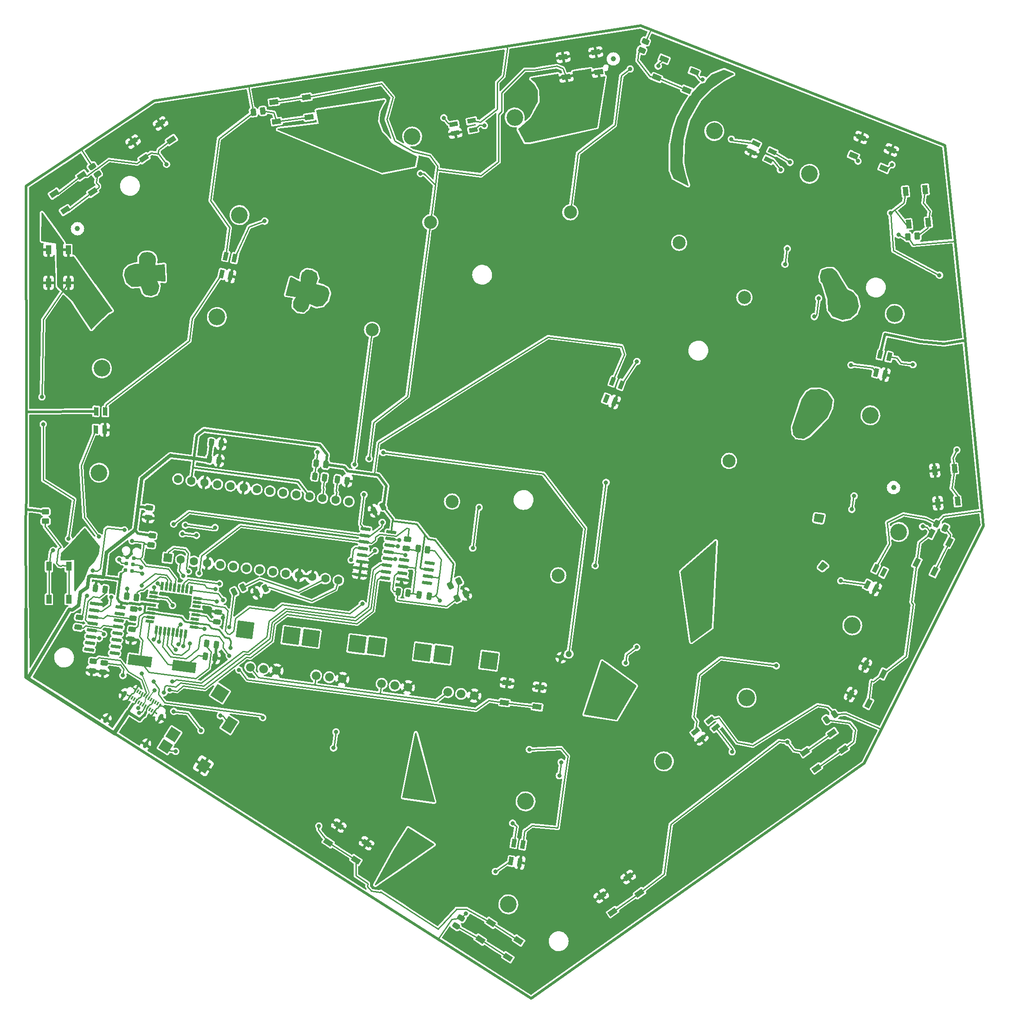
<source format=gbr>
%TF.GenerationSoftware,KiCad,Pcbnew,6.0.11-2627ca5db0~126~ubuntu22.04.1*%
%TF.CreationDate,2024-02-02T15:47:46+01:00*%
%TF.ProjectId,CrystalSequencer,43727973-7461-46c5-9365-7175656e6365,rev?*%
%TF.SameCoordinates,Original*%
%TF.FileFunction,Copper,L1,Top*%
%TF.FilePolarity,Positive*%
%FSLAX46Y46*%
G04 Gerber Fmt 4.6, Leading zero omitted, Abs format (unit mm)*
G04 Created by KiCad (PCBNEW 6.0.11-2627ca5db0~126~ubuntu22.04.1) date 2024-02-02 15:47:46*
%MOMM*%
%LPD*%
G01*
G04 APERTURE LIST*
G04 Aperture macros list*
%AMRoundRect*
0 Rectangle with rounded corners*
0 $1 Rounding radius*
0 $2 $3 $4 $5 $6 $7 $8 $9 X,Y pos of 4 corners*
0 Add a 4 corners polygon primitive as box body*
4,1,4,$2,$3,$4,$5,$6,$7,$8,$9,$2,$3,0*
0 Add four circle primitives for the rounded corners*
1,1,$1+$1,$2,$3*
1,1,$1+$1,$4,$5*
1,1,$1+$1,$6,$7*
1,1,$1+$1,$8,$9*
0 Add four rect primitives between the rounded corners*
20,1,$1+$1,$2,$3,$4,$5,0*
20,1,$1+$1,$4,$5,$6,$7,0*
20,1,$1+$1,$6,$7,$8,$9,0*
20,1,$1+$1,$8,$9,$2,$3,0*%
%AMHorizOval*
0 Thick line with rounded ends*
0 $1 width*
0 $2 $3 position (X,Y) of the first rounded end (center of the circle)*
0 $4 $5 position (X,Y) of the second rounded end (center of the circle)*
0 Add line between two ends*
20,1,$1,$2,$3,$4,$5,0*
0 Add two circle primitives to create the rounded ends*
1,1,$1,$2,$3*
1,1,$1,$4,$5*%
%AMRotRect*
0 Rectangle, with rotation*
0 The origin of the aperture is its center*
0 $1 length*
0 $2 width*
0 $3 Rotation angle, in degrees counterclockwise*
0 Add horizontal line*
21,1,$1,$2,0,0,$3*%
G04 Aperture macros list end*
%TA.AperFunction,SMDPad,CuDef*%
%ADD10RotRect,1.600000X0.850000X63.500000*%
%TD*%
%TA.AperFunction,SMDPad,CuDef*%
%ADD11RoundRect,0.250000X0.520132X0.029477X0.230365X0.467267X-0.520132X-0.029477X-0.230365X-0.467267X0*%
%TD*%
%TA.AperFunction,WasherPad*%
%ADD12C,3.200000*%
%TD*%
%TA.AperFunction,SMDPad,CuDef*%
%ADD13RoundRect,0.150000X-0.837521X-0.041033X0.798363X-0.256401X0.837521X0.041033X-0.798363X0.256401X0*%
%TD*%
%TA.AperFunction,SMDPad,CuDef*%
%ADD14RoundRect,0.250000X0.435709X0.285594X-0.034131X0.519847X-0.435709X-0.285594X0.034131X-0.519847X0*%
%TD*%
%TA.AperFunction,SMDPad,CuDef*%
%ADD15RoundRect,0.250000X0.411887X-0.318991X0.480413X0.201517X-0.411887X0.318991X-0.480413X-0.201517X0*%
%TD*%
%TA.AperFunction,SMDPad,CuDef*%
%ADD16C,1.000000*%
%TD*%
%TA.AperFunction,SMDPad,CuDef*%
%ADD17RotRect,1.700000X1.000000X35.000000*%
%TD*%
%TA.AperFunction,ComponentPad*%
%ADD18C,2.500000*%
%TD*%
%TA.AperFunction,ComponentPad*%
%ADD19C,1.200000*%
%TD*%
%TA.AperFunction,ComponentPad*%
%ADD20RotRect,3.200000X3.200000X352.500000*%
%TD*%
%TA.AperFunction,ComponentPad*%
%ADD21C,1.676400*%
%TD*%
%TA.AperFunction,SMDPad,CuDef*%
%ADD22RoundRect,0.250000X-0.411887X0.318991X-0.480413X-0.201517X0.411887X-0.318991X0.480413X0.201517X0*%
%TD*%
%TA.AperFunction,SMDPad,CuDef*%
%ADD23RoundRect,0.250000X-0.034131X-0.519847X0.435709X-0.285594X0.034131X0.519847X-0.435709X0.285594X0*%
%TD*%
%TA.AperFunction,SMDPad,CuDef*%
%ADD24RotRect,1.600000X0.850000X77.500000*%
%TD*%
%TA.AperFunction,ConnectorPad*%
%ADD25C,0.787400*%
%TD*%
%TA.AperFunction,SMDPad,CuDef*%
%ADD26R,1.000000X1.700000*%
%TD*%
%TA.AperFunction,SMDPad,CuDef*%
%ADD27RoundRect,0.250000X0.309861X0.438305X-0.185861X0.503568X-0.309861X-0.438305X0.185861X-0.503568X0*%
%TD*%
%TA.AperFunction,SMDPad,CuDef*%
%ADD28RoundRect,0.250000X0.238485X-0.463175X0.520567X-0.020395X-0.238485X0.463175X-0.520567X0.020395X0*%
%TD*%
%TA.AperFunction,SMDPad,CuDef*%
%ADD29RoundRect,0.250000X0.438305X-0.309861X0.503568X0.185861X-0.438305X0.309861X-0.503568X-0.185861X0*%
%TD*%
%TA.AperFunction,SMDPad,CuDef*%
%ADD30RoundRect,0.250000X-0.309861X-0.438305X0.185861X-0.503568X0.309861X0.438305X-0.185861X0.503568X0*%
%TD*%
%TA.AperFunction,SMDPad,CuDef*%
%ADD31RotRect,1.700000X1.000000X33.500000*%
%TD*%
%TA.AperFunction,SMDPad,CuDef*%
%ADD32RotRect,1.700000X1.000000X63.500000*%
%TD*%
%TA.AperFunction,ComponentPad*%
%ADD33RotRect,1.600000X1.600000X82.500000*%
%TD*%
%TA.AperFunction,ComponentPad*%
%ADD34HorizOval,1.600000X0.000000X0.000000X0.000000X0.000000X0*%
%TD*%
%TA.AperFunction,SMDPad,CuDef*%
%ADD35RoundRect,0.250000X0.011790X0.536643X-0.435678X0.313544X-0.011790X-0.536643X0.435678X-0.313544X0*%
%TD*%
%TA.AperFunction,SMDPad,CuDef*%
%ADD36RoundRect,0.250000X-0.011790X-0.536643X0.435678X-0.313544X0.011790X0.536643X-0.435678X0.313544X0*%
%TD*%
%TA.AperFunction,SMDPad,CuDef*%
%ADD37RotRect,1.700000X1.000000X8.500000*%
%TD*%
%TA.AperFunction,SMDPad,CuDef*%
%ADD38RoundRect,0.250000X0.043082X-0.519182X0.473137X-0.218055X-0.043082X0.519182X-0.473137X0.218055X0*%
%TD*%
%TA.AperFunction,SMDPad,CuDef*%
%ADD39RotRect,1.700000X1.000000X327.500000*%
%TD*%
%TA.AperFunction,SMDPad,CuDef*%
%ADD40RoundRect,0.250000X-0.438305X0.309861X-0.503568X-0.185861X0.438305X-0.309861X0.503568X0.185861X0*%
%TD*%
%TA.AperFunction,SMDPad,CuDef*%
%ADD41RotRect,2.200000X2.100000X57.500000*%
%TD*%
%TA.AperFunction,SMDPad,CuDef*%
%ADD42RotRect,2.700000X2.100000X57.500000*%
%TD*%
%TA.AperFunction,SMDPad,CuDef*%
%ADD43RotRect,2.000000X2.100000X57.500000*%
%TD*%
%TA.AperFunction,SMDPad,CuDef*%
%ADD44RotRect,2.600000X2.700000X57.500000*%
%TD*%
%TA.AperFunction,SMDPad,CuDef*%
%ADD45RotRect,1.600000X0.850000X10.500000*%
%TD*%
%TA.AperFunction,SMDPad,CuDef*%
%ADD46RotRect,1.700000X1.000000X337.500000*%
%TD*%
%TA.AperFunction,SMDPad,CuDef*%
%ADD47RotRect,1.600000X0.550000X352.500000*%
%TD*%
%TA.AperFunction,SMDPad,CuDef*%
%ADD48RotRect,1.600000X0.550000X82.500000*%
%TD*%
%TA.AperFunction,SMDPad,CuDef*%
%ADD49RotRect,1.700000X1.000000X8.000000*%
%TD*%
%TA.AperFunction,SMDPad,CuDef*%
%ADD50RoundRect,0.250000X-0.318991X-0.411887X0.201517X-0.480413X0.318991X0.411887X-0.201517X0.480413X0*%
%TD*%
%TA.AperFunction,SMDPad,CuDef*%
%ADD51RotRect,1.600000X0.850000X88.500000*%
%TD*%
%TA.AperFunction,SMDPad,CuDef*%
%ADD52RotRect,1.600000X0.850000X69.000000*%
%TD*%
%TA.AperFunction,SMDPad,CuDef*%
%ADD53RotRect,1.700000X1.000000X95.500000*%
%TD*%
%TA.AperFunction,SMDPad,CuDef*%
%ADD54RotRect,1.600000X0.850000X80.500000*%
%TD*%
%TA.AperFunction,SMDPad,CuDef*%
%ADD55RotRect,0.300000X0.700000X327.500000*%
%TD*%
%TA.AperFunction,ComponentPad*%
%ADD56HorizOval,0.800000X-0.161190X-0.253017X0.161190X0.253017X0*%
%TD*%
%TA.AperFunction,SMDPad,CuDef*%
%ADD57RotRect,4.500000X2.000000X352.500000*%
%TD*%
%TA.AperFunction,SMDPad,CuDef*%
%ADD58RoundRect,0.250000X0.218161X0.473088X-0.304422X0.422769X-0.218161X-0.473088X0.304422X-0.422769X0*%
%TD*%
%TA.AperFunction,SMDPad,CuDef*%
%ADD59RoundRect,0.250000X0.318991X0.411887X-0.201517X0.480413X-0.318991X-0.411887X0.201517X-0.480413X0*%
%TD*%
%TA.AperFunction,SMDPad,CuDef*%
%ADD60RotRect,1.600000X0.850000X76.500000*%
%TD*%
%TA.AperFunction,SMDPad,CuDef*%
%ADD61RoundRect,0.250000X0.315291X-0.414726X0.516200X0.070311X-0.315291X0.414726X-0.516200X-0.070311X0*%
%TD*%
%TA.AperFunction,SMDPad,CuDef*%
%ADD62RoundRect,0.250000X0.197317X0.482154X-0.322573X0.409088X-0.197317X-0.482154X0.322573X-0.409088X0*%
%TD*%
%TA.AperFunction,SMDPad,CuDef*%
%ADD63RotRect,1.600000X0.850000X334.500000*%
%TD*%
%TA.AperFunction,SMDPad,CuDef*%
%ADD64RotRect,1.700000X1.000000X352.500000*%
%TD*%
%TA.AperFunction,SMDPad,CuDef*%
%ADD65RotRect,1.600000X0.850000X38.500000*%
%TD*%
%TA.AperFunction,SMDPad,CuDef*%
%ADD66RoundRect,0.250000X0.450000X-0.262500X0.450000X0.262500X-0.450000X0.262500X-0.450000X-0.262500X0*%
%TD*%
%TA.AperFunction,ViaPad*%
%ADD67C,0.800000*%
%TD*%
%TA.AperFunction,Conductor*%
%ADD68C,0.250000*%
%TD*%
%TA.AperFunction,Conductor*%
%ADD69C,0.500000*%
%TD*%
%TA.AperFunction,Conductor*%
%ADD70C,0.350000*%
%TD*%
%TA.AperFunction,Conductor*%
%ADD71C,0.700000*%
%TD*%
%TA.AperFunction,Conductor*%
%ADD72C,0.400000*%
%TD*%
%TA.AperFunction,Conductor*%
%ADD73C,0.600000*%
%TD*%
%TA.AperFunction,Conductor*%
%ADD74C,0.800000*%
%TD*%
%TA.AperFunction,Conductor*%
%ADD75C,0.200000*%
%TD*%
G04 APERTURE END LIST*
D10*
%TO.P,D2,1,DOUT*%
%TO.N,Net-(D2-Pad1)*%
X178943031Y-118537002D03*
%TO.P,D2,2,VSS*%
%TO.N,GND*%
X180509166Y-119317848D03*
%TO.P,D2,3,DIN*%
%TO.N,Net-(D1-Pad1)*%
X182070859Y-116185578D03*
%TO.P,D2,4,VDD*%
%TO.N,VCC*%
X180504724Y-115404732D03*
%TD*%
D11*
%TO.P,R11,1*%
%TO.N,Net-(R11-Pad1)*%
X31310420Y-39904396D03*
%TO.P,R11,2*%
%TO.N,VCC*%
X30303136Y-38382554D03*
%TD*%
D12*
%TO.P,REF\u002A\u002A,*%
%TO.N,*%
X167831201Y-39799230D03*
X149588799Y-31600770D03*
%TD*%
D13*
%TO.P,U5,1,GND*%
%TO.N,GND*%
X30867476Y-122176984D03*
%TO.P,U5,2,TXD*%
%TO.N,Net-(R15-Pad1)*%
X30701708Y-123436119D03*
%TO.P,U5,3,RXD*%
%TO.N,Net-(R16-Pad1)*%
X30535939Y-124695254D03*
%TO.P,U5,4,V3*%
%TO.N,Net-(C10-Pad2)*%
X30370171Y-125954389D03*
%TO.P,U5,5,UD+*%
%TO.N,D+*%
X30204403Y-127213524D03*
%TO.P,U5,6,UD-*%
%TO.N,D-*%
X30038635Y-128472659D03*
%TO.P,U5,7,NC*%
%TO.N,unconnected-(U5-Pad7)*%
X29872866Y-129731794D03*
%TO.P,U5,8,NC*%
%TO.N,unconnected-(U5-Pad8)*%
X29707098Y-130990929D03*
%TO.P,U5,9,~{CTS}*%
%TO.N,unconnected-(U5-Pad9)*%
X34614750Y-131637034D03*
%TO.P,U5,10,~{DSR}*%
%TO.N,unconnected-(U5-Pad10)*%
X34780518Y-130377899D03*
%TO.P,U5,11,~{RI}*%
%TO.N,unconnected-(U5-Pad11)*%
X34946287Y-129118764D03*
%TO.P,U5,12,~{DCD}*%
%TO.N,unconnected-(U5-Pad12)*%
X35112055Y-127859629D03*
%TO.P,U5,13,~{DTR}*%
%TO.N,Net-(C13-Pad2)*%
X35277823Y-126600494D03*
%TO.P,U5,14,~{RTS}*%
%TO.N,unconnected-(U5-Pad14)*%
X35443591Y-125341359D03*
%TO.P,U5,15,R232*%
%TO.N,unconnected-(U5-Pad15)*%
X35609360Y-124082224D03*
%TO.P,U5,16,VCC*%
%TO.N,VCC*%
X35775128Y-122823089D03*
%TD*%
D14*
%TO.P,R7,1*%
%TO.N,Net-(R7-Pad1)*%
X193848072Y-107680104D03*
%TO.P,R7,2*%
%TO.N,VCC*%
X192214816Y-106865792D03*
%TD*%
D15*
%TO.P,R18,1*%
%TO.N,GND*%
X32376510Y-135275423D03*
%TO.P,R18,2*%
%TO.N,Net-(J2-PadB5)*%
X32614720Y-133466037D03*
%TD*%
D12*
%TO.P,REF\u002A\u002A,*%
%TO.N,*%
X91656023Y-32652355D03*
X111321121Y-29007645D03*
%TD*%
D16*
%TO.P,FID1,~*%
%TO.N,N/C*%
X183956879Y-99919393D03*
%TD*%
D17*
%TO.P,SW1,1,1*%
%TO.N,GND*%
X127912509Y-178124095D03*
X133073167Y-174510563D03*
%TO.P,SW1,2,2*%
%TO.N,SW1*%
X135252757Y-177623341D03*
X130092099Y-181236873D03*
%TD*%
D18*
%TO.P,X7,1,1*%
%TO.N,SW7*%
X99309688Y-102578126D03*
%TD*%
D19*
%TO.P,MK1,1,-*%
%TO.N,GND*%
X120254512Y-132507098D03*
%TO.P,MK1,2,+*%
%TO.N,Net-(C6-Pad2)*%
X121686407Y-131793182D03*
%TD*%
D20*
%TO.P,RV4,0*%
%TO.N,N/C*%
X97491223Y-131900241D03*
X106414227Y-133074977D03*
D21*
%TO.P,RV4,1,1*%
%TO.N,VCC*%
X98520772Y-139096187D03*
%TO.P,RV4,2,2*%
%TO.N,POT4*%
X101039042Y-139427723D03*
%TO.P,RV4,3,3*%
%TO.N,GND*%
X103557312Y-139759260D03*
%TD*%
D18*
%TO.P,X1,1,1*%
%TO.N,SW1*%
X152407281Y-94798751D03*
%TD*%
%TO.P,X8,1,1*%
%TO.N,SW8*%
X119673159Y-116728732D03*
%TD*%
%TO.P,X2,1,1*%
%TO.N,SW2*%
X155349709Y-63497121D03*
%TD*%
D20*
%TO.P,RV1,0*%
%TO.N,N/C*%
X68509332Y-128295946D03*
X59586328Y-127121210D03*
D21*
%TO.P,RV1,1,1*%
%TO.N,VCC*%
X60615877Y-134317156D03*
%TO.P,RV1,2,2*%
%TO.N,POT1*%
X63134147Y-134648692D03*
%TO.P,RV1,3,3*%
%TO.N,GND*%
X65652417Y-134980229D03*
%TD*%
D15*
%TO.P,R16,1*%
%TO.N,Net-(R16-Pad1)*%
X38078546Y-124994520D03*
%TO.P,R16,2*%
%TO.N,RX*%
X38316756Y-123185134D03*
%TD*%
D22*
%TO.P,R2,1*%
%TO.N,BUT*%
X90766001Y-109780529D03*
%TO.P,R2,2*%
%TO.N,Net-(C1-Pad2)*%
X90527791Y-111589915D03*
%TD*%
D23*
%TO.P,R3,1*%
%TO.N,VCC*%
X99002945Y-118687541D03*
%TO.P,R3,2*%
%TO.N,Net-(C1-Pad1)*%
X100636201Y-117873229D03*
%TD*%
D24*
%TO.P,D6,1,DOUT*%
%TO.N,Net-(D6-Pad1)*%
X55150617Y-58991724D03*
%TO.P,D6,2,VSS*%
%TO.N,GND*%
X56859135Y-59370494D03*
%TO.P,D6,3,DIN*%
%TO.N,Net-(D5-Pad1)*%
X57616673Y-55953458D03*
%TO.P,D6,4,VDD*%
%TO.N,VCC*%
X55908155Y-55574688D03*
%TD*%
D25*
%TO.P,J3,1,Pin_1*%
%TO.N,MISO*%
X37950437Y-115915784D03*
%TO.P,J3,2,Pin_2*%
%TO.N,VCC*%
X36691302Y-115750016D03*
%TO.P,J3,3,Pin_3*%
%TO.N,SCK*%
X38116205Y-114656649D03*
%TO.P,J3,4,Pin_4*%
%TO.N,MOSI*%
X36857071Y-114490881D03*
%TO.P,J3,5,Pin_5*%
%TO.N,RESET*%
X38281974Y-113397514D03*
%TO.P,J3,6,Pin_6*%
%TO.N,GND*%
X37022839Y-113231746D03*
%TD*%
D26*
%TO.P,SW15,1,1*%
%TO.N,SW7*%
X22018577Y-115003960D03*
X22018577Y-121303960D03*
%TO.P,SW15,2,2*%
%TO.N,Net-(R12-Pad1)*%
X25818577Y-121303960D03*
X25818577Y-115003960D03*
%TD*%
D27*
%TO.P,C3,1*%
%TO.N,GND*%
X55043861Y-91526229D03*
%TO.P,C3,2*%
%TO.N,VCC*%
X53160115Y-91278229D03*
%TD*%
D28*
%TO.P,R13,1*%
%TO.N,Net-(R13-Pad1)*%
X100069623Y-183870000D03*
%TO.P,R13,2*%
%TO.N,VCC*%
X101050195Y-182330810D03*
%TD*%
D20*
%TO.P,RV3,0*%
%TO.N,N/C*%
X93692811Y-131472924D03*
X84769807Y-130298188D03*
D21*
%TO.P,RV3,1,1*%
%TO.N,VCC*%
X85799356Y-137494134D03*
%TO.P,RV3,2,2*%
%TO.N,POT3*%
X88317626Y-137825670D03*
%TO.P,RV3,3,3*%
%TO.N,GND*%
X90835896Y-138157207D03*
%TD*%
D29*
%TO.P,C14,1*%
%TO.N,GND*%
X41040958Y-105681109D03*
%TO.P,C14,2*%
%TO.N,VCC*%
X41288958Y-103797363D03*
%TD*%
D16*
%TO.P,FID2,~*%
%TO.N,N/C*%
X130227928Y-17794644D03*
%TD*%
D30*
%TO.P,C10,1*%
%TO.N,GND*%
X30908957Y-119192778D03*
%TO.P,C10,2*%
%TO.N,Net-(C10-Pad2)*%
X32792703Y-119440778D03*
%TD*%
D31*
%TO.P,SW14,1,1*%
%TO.N,SW6*%
X28322893Y-40109217D03*
X23069412Y-43586420D03*
%TO.P,SW14,2,2*%
%TO.N,Net-(R11-Pad1)*%
X30420254Y-43277984D03*
X25166773Y-46755187D03*
%TD*%
D32*
%TO.P,SW10,1,1*%
%TO.N,SW2*%
X188417156Y-114309436D03*
X191228202Y-108671350D03*
%TO.P,SW10,2,2*%
%TO.N,Net-(R7-Pad1)*%
X194628952Y-110366902D03*
X191817906Y-116004988D03*
%TD*%
D33*
%TO.P,U4,1,SS*%
%TO.N,SS*%
X44777043Y-113380121D03*
D34*
%TO.P,U4,2,MOSI*%
%TO.N,MOSI*%
X47295313Y-113711658D03*
%TO.P,U4,3,MISO*%
%TO.N,MISO*%
X49813583Y-114043194D03*
%TO.P,U4,4,VSSD*%
%TO.N,GND*%
X52331853Y-114374731D03*
%TO.P,U4,5*%
%TO.N,N/C*%
X54850123Y-114706267D03*
%TO.P,U4,6*%
X57368393Y-115037804D03*
%TO.P,U4,7*%
X59886663Y-115369340D03*
%TO.P,U4,8*%
X62404933Y-115700877D03*
%TO.P,U4,9*%
X64923203Y-116032413D03*
%TO.P,U4,10*%
X67441473Y-116363950D03*
%TO.P,U4,11,VSSA*%
%TO.N,GND*%
X69959742Y-116695486D03*
%TO.P,U4,12,VSSA*%
X72478012Y-117027023D03*
%TO.P,U4,13,AUD_OUT*%
%TO.N,Net-(C11-Pad2)*%
X74996282Y-117358559D03*
%TO.P,U4,14,AM_CAP*%
%TO.N,Net-(C12-Pad1)*%
X77514552Y-117690096D03*
%TO.P,U4,15*%
%TO.N,N/C*%
X79503771Y-102580476D03*
%TO.P,U4,16,ANA_IN-*%
%TO.N,Net-(C7-Pad2)*%
X76985502Y-102248940D03*
%TO.P,U4,17,ANA_IN+*%
%TO.N,Net-(C6-Pad1)*%
X74467232Y-101917403D03*
%TO.P,U4,18,VCCA*%
%TO.N,VCC*%
X71948962Y-101585867D03*
%TO.P,U4,19*%
%TO.N,N/C*%
X69430692Y-101254330D03*
%TO.P,U4,20*%
X66912422Y-100922794D03*
%TO.P,U4,21*%
X64394152Y-100591257D03*
%TO.P,U4,22*%
X61875882Y-100259720D03*
%TO.P,U4,23,VSSA*%
%TO.N,GND*%
X59357612Y-99928184D03*
%TO.P,U4,24,RAC*%
%TO.N,RAC*%
X56839342Y-99596647D03*
%TO.P,U4,25,INT*%
%TO.N,INT*%
X54321072Y-99265111D03*
%TO.P,U4,26,XCLK*%
%TO.N,GND*%
X51802802Y-98933574D03*
%TO.P,U4,27,VCCD*%
%TO.N,VCC*%
X49284532Y-98602038D03*
%TO.P,U4,28,SCLK*%
%TO.N,SCK*%
X46766262Y-98270501D03*
%TD*%
D35*
%TO.P,C12,1*%
%TO.N,Net-(C12-Pad1)*%
X63531559Y-119231999D03*
%TO.P,C12,2*%
%TO.N,GND*%
X61831183Y-120079775D03*
%TD*%
D15*
%TO.P,R1,1*%
%TO.N,RESET*%
X41578967Y-110907013D03*
%TO.P,R1,2*%
%TO.N,VCC*%
X41817177Y-109097627D03*
%TD*%
D36*
%TO.P,C15,1*%
%TO.N,GND*%
X84321549Y-104341021D03*
%TO.P,C15,2*%
%TO.N,VCC*%
X86021925Y-103493245D03*
%TD*%
D27*
%TO.P,C6,1*%
%TO.N,Net-(C6-Pad1)*%
X74847813Y-98002188D03*
%TO.P,C6,2*%
%TO.N,Net-(C6-Pad2)*%
X72964067Y-97754188D03*
%TD*%
D37*
%TO.P,SW5,1,1*%
%TO.N,GND*%
X120619710Y-17451772D03*
X126850510Y-16520572D03*
%TO.P,SW5,2,2*%
%TO.N,SW5*%
X127412186Y-20278832D03*
X121181386Y-21210032D03*
%TD*%
D16*
%TO.P,FID3,~*%
%TO.N,N/C*%
X27483865Y-50315663D03*
%TD*%
D29*
%TO.P,C4,1*%
%TO.N,GND*%
X37727511Y-128954830D03*
%TO.P,C4,2*%
%TO.N,VCC*%
X37975511Y-127071084D03*
%TD*%
D27*
%TO.P,C5,1*%
%TO.N,GND*%
X54622262Y-94728596D03*
%TO.P,C5,2*%
%TO.N,VCC*%
X52738516Y-94480596D03*
%TD*%
D18*
%TO.P,X5,1,1*%
%TO.N,SW5*%
X95144250Y-49086616D03*
%TD*%
D38*
%TO.P,R6,1*%
%TO.N,Net-(R6-Pad1)*%
X171138419Y-144402621D03*
%TO.P,R6,2*%
%TO.N,VCC*%
X172633371Y-143355845D03*
%TD*%
D27*
%TO.P,C7,1*%
%TO.N,GND*%
X79210334Y-98599646D03*
%TO.P,C7,2*%
%TO.N,Net-(C7-Pad2)*%
X77326588Y-98351646D03*
%TD*%
D18*
%TO.P,X3,1,1*%
%TO.N,SW3*%
X142848568Y-53013651D03*
%TD*%
D39*
%TO.P,SW8,1,1*%
%TO.N,GND*%
X77600232Y-164669900D03*
X82913598Y-168054888D03*
%TO.P,SW8,2,2*%
%TO.N,SW8*%
X75558494Y-167874788D03*
X80871860Y-171259776D03*
%TD*%
D12*
%TO.P,REF\u002A\u002A,*%
%TO.N,*%
X139920000Y-152370000D03*
X155787066Y-140194772D03*
%TD*%
D40*
%TO.P,C13,1*%
%TO.N,RESET*%
X27857643Y-124796695D03*
%TO.P,C13,2*%
%TO.N,Net-(C13-Pad2)*%
X27609643Y-126680441D03*
%TD*%
D18*
%TO.P,X6,1,1*%
%TO.N,SW6*%
X83985256Y-69668146D03*
%TD*%
D41*
%TO.P,J1,1,G*%
%TO.N,GND*%
X51635193Y-153199421D03*
%TO.P,J1,2,RN*%
%TO.N,unconnected-(J1-Pad2)*%
X45824592Y-147244850D03*
D42*
%TO.P,J1,3,L*%
%TO.N,Net-(C11-Pad1)*%
X56632080Y-145355880D03*
D43*
%TO.P,J1,4,R*%
X44373883Y-149522007D03*
D44*
%TO.P,J1,5,LN*%
%TO.N,unconnected-(J1-Pad5)*%
X54786729Y-139318937D03*
%TD*%
D27*
%TO.P,C8,1*%
%TO.N,GND*%
X53881883Y-132514423D03*
%TO.P,C8,2*%
%TO.N,Net-(C8-Pad2)*%
X51998137Y-132266423D03*
%TD*%
D31*
%TO.P,SW6,1,1*%
%TO.N,GND*%
X38151823Y-33630673D03*
X43405304Y-30153470D03*
%TO.P,SW6,2,2*%
%TO.N,SW6*%
X45502665Y-33322237D03*
X40249184Y-36799440D03*
%TD*%
D45*
%TO.P,D5,1,DOUT*%
%TO.N,Net-(D5-Pad1)*%
X99608420Y-30297113D03*
%TO.P,D5,2,VSS*%
%TO.N,GND*%
X99927332Y-32017809D03*
%TO.P,D5,3,DIN*%
%TO.N,Net-(D4-Pad1)*%
X103368724Y-31379985D03*
%TO.P,D5,4,VDD*%
%TO.N,VCC*%
X103049812Y-29659289D03*
%TD*%
D46*
%TO.P,SW12,1,1*%
%TO.N,SW4*%
X145776003Y-20252321D03*
X139955562Y-17841415D03*
%TO.P,SW12,2,2*%
%TO.N,Net-(R9-Pad1)*%
X144321806Y-23763063D03*
X138501365Y-21352157D03*
%TD*%
D47*
%TO.P,U1,1,PD3*%
%TO.N,RAC*%
X42089800Y-120013499D03*
%TO.P,U1,2,PD4*%
%TO.N,SWA*%
X41985379Y-120806655D03*
%TO.P,U1,3,GND*%
%TO.N,GND*%
X41880958Y-121599811D03*
%TO.P,U1,4,VCC*%
%TO.N,VCC*%
X41776537Y-122392967D03*
%TO.P,U1,5,GND*%
%TO.N,GND*%
X41672116Y-123186123D03*
%TO.P,U1,6,VCC*%
%TO.N,VCC*%
X41567695Y-123979279D03*
%TO.P,U1,7,XTAL1/PB6*%
%TO.N,Net-(C9-Pad2)*%
X41463274Y-124772434D03*
%TO.P,U1,8,XTAL2/PB7*%
%TO.N,Net-(C8-Pad2)*%
X41358853Y-125565590D03*
D48*
%TO.P,U1,9,PD5*%
%TO.N,SWB*%
X42607185Y-127192448D03*
%TO.P,U1,10,PD6*%
%TO.N,SWC*%
X43400341Y-127296869D03*
%TO.P,U1,11,PD7*%
%TO.N,SW9*%
X44193497Y-127401290D03*
%TO.P,U1,12,PB0*%
%TO.N,BUT*%
X44986653Y-127505711D03*
%TO.P,U1,13,PB1*%
%TO.N,PIXEL*%
X45779809Y-127610132D03*
%TO.P,U1,14,PB2*%
%TO.N,SS*%
X46572965Y-127714553D03*
%TO.P,U1,15,PB3*%
%TO.N,MOSI*%
X47366120Y-127818974D03*
%TO.P,U1,16,PB4*%
%TO.N,MISO*%
X48159276Y-127923395D03*
D47*
%TO.P,U1,17,PB5*%
%TO.N,SCK*%
X49786134Y-126675063D03*
%TO.P,U1,18,AVCC*%
%TO.N,VCC*%
X49890555Y-125881907D03*
%TO.P,U1,19,ADC6*%
%TO.N,unconnected-(U1-Pad19)*%
X49994976Y-125088751D03*
%TO.P,U1,20,AREF*%
%TO.N,Net-(C16-Pad2)*%
X50099397Y-124295595D03*
%TO.P,U1,21,GND*%
%TO.N,GND*%
X50203818Y-123502439D03*
%TO.P,U1,22,ADC7*%
%TO.N,unconnected-(U1-Pad22)*%
X50308239Y-122709283D03*
%TO.P,U1,23,PC0*%
%TO.N,CRYSTAL*%
X50412660Y-121916128D03*
%TO.P,U1,24,PC1*%
%TO.N,POT1*%
X50517081Y-121122972D03*
D48*
%TO.P,U1,25,PC2*%
%TO.N,POT2*%
X49268749Y-119496114D03*
%TO.P,U1,26,PC3*%
%TO.N,POT3*%
X48475593Y-119391693D03*
%TO.P,U1,27,PC4*%
%TO.N,POT4*%
X47682437Y-119287272D03*
%TO.P,U1,28,PC5*%
%TO.N,unconnected-(U1-Pad28)*%
X46889281Y-119182851D03*
%TO.P,U1,29,~{RESET}/PC6*%
%TO.N,RESET*%
X46096125Y-119078430D03*
%TO.P,U1,30,PD0*%
%TO.N,RX*%
X45302969Y-118974009D03*
%TO.P,U1,31,PD1*%
%TO.N,TX*%
X44509814Y-118869588D03*
%TO.P,U1,32,PD2*%
%TO.N,INT*%
X43716658Y-118765167D03*
%TD*%
D49*
%TO.P,SW13,1,1*%
%TO.N,SW5*%
X65135535Y-26031488D03*
X71374224Y-25154697D03*
%TO.P,SW13,2,2*%
%TO.N,Net-(R10-Pad1)*%
X65664392Y-29794507D03*
X71903081Y-28917716D03*
%TD*%
D50*
%TO.P,R15,1*%
%TO.N,Net-(R15-Pad1)*%
X36963867Y-120756338D03*
%TO.P,R15,2*%
%TO.N,TX*%
X38773253Y-120994548D03*
%TD*%
D27*
%TO.P,C9,1*%
%TO.N,GND*%
X54153029Y-130032694D03*
%TO.P,C9,2*%
%TO.N,Net-(C9-Pad2)*%
X52269283Y-129784694D03*
%TD*%
D12*
%TO.P,REF\u002A\u002A,*%
%TO.N,*%
X113396797Y-160017191D03*
X110095845Y-179742903D03*
%TD*%
D13*
%TO.P,U2,1,X4*%
%TO.N,SW5*%
X82737804Y-107820366D03*
%TO.P,U2,2,X6*%
%TO.N,SW7*%
X82572036Y-109079501D03*
%TO.P,U2,3,X*%
%TO.N,BUT*%
X82406267Y-110338636D03*
%TO.P,U2,4,X7*%
%TO.N,SW8*%
X82240499Y-111597771D03*
%TO.P,U2,5,X5*%
%TO.N,SW6*%
X82074731Y-112856906D03*
%TO.P,U2,6,INH*%
%TO.N,GND*%
X81908963Y-114116041D03*
%TO.P,U2,7,VEE*%
X81743194Y-115375176D03*
%TO.P,U2,8,VSS*%
X81577426Y-116634311D03*
%TO.P,U2,9,C*%
%TO.N,SWC*%
X86485078Y-117280416D03*
%TO.P,U2,10,B*%
%TO.N,SWB*%
X86650846Y-116021281D03*
%TO.P,U2,11,A*%
%TO.N,SWA*%
X86816615Y-114762146D03*
%TO.P,U2,12,X3*%
%TO.N,SW4*%
X86982383Y-113503011D03*
%TO.P,U2,13,X0*%
%TO.N,SW1*%
X87148151Y-112243876D03*
%TO.P,U2,14,X1*%
%TO.N,SW2*%
X87313919Y-110984741D03*
%TO.P,U2,15,X2*%
%TO.N,SW3*%
X87479688Y-109725606D03*
%TO.P,U2,16,VDD*%
%TO.N,VCC*%
X87645456Y-108466471D03*
%TD*%
D51*
%TO.P,D7,1,DOUT*%
%TO.N,Net-(D7-Pad1)*%
X30975878Y-88794732D03*
%TO.P,D7,2,VSS*%
%TO.N,GND*%
X32725278Y-88840542D03*
%TO.P,D7,3,DIN*%
%TO.N,Net-(D6-Pad1)*%
X32816898Y-85341742D03*
%TO.P,D7,4,VDD*%
%TO.N,VCC*%
X31067498Y-85295932D03*
%TD*%
D18*
%TO.P,X4,1,1*%
%TO.N,SW4*%
X121988206Y-47167241D03*
%TD*%
D52*
%TO.P,D9,1,DOUT*%
%TO.N,unconnected-(D9-Pad1)*%
X128841225Y-82856298D03*
%TO.P,D9,2,VSS*%
%TO.N,GND*%
X130474991Y-83483442D03*
%TO.P,D9,3,DIN*%
%TO.N,Net-(D8-Pad1)*%
X131729279Y-80215910D03*
%TO.P,D9,4,VDD*%
%TO.N,VCC*%
X130095513Y-79588766D03*
%TD*%
D53*
%TO.P,SW11,1,1*%
%TO.N,SW3*%
X186847059Y-49469087D03*
X186243231Y-43198091D03*
%TO.P,SW11,2,2*%
%TO.N,Net-(R8-Pad1)*%
X190629565Y-49104873D03*
X190025737Y-42833877D03*
%TD*%
D12*
%TO.P,REF\u002A\u002A,*%
%TO.N,*%
X54219249Y-67232960D03*
X58548041Y-47707040D03*
%TD*%
%TO.P,REF\u002A\u002A,*%
%TO.N,*%
X179515970Y-86073699D03*
X184184878Y-66626301D03*
%TD*%
D23*
%TO.P,R4,1*%
%TO.N,Net-(C1-Pad1)*%
X100288147Y-121130788D03*
%TO.P,R4,2*%
%TO.N,GND*%
X101921403Y-120316476D03*
%TD*%
D13*
%TO.P,U3,1,NC*%
%TO.N,unconnected-(U3-Pad1)*%
X90081470Y-113756925D03*
%TO.P,U3,2,-*%
%TO.N,Net-(C1-Pad2)*%
X89915702Y-115016060D03*
%TO.P,U3,3,+*%
%TO.N,Net-(C1-Pad1)*%
X89749934Y-116275195D03*
%TO.P,U3,4,V-*%
%TO.N,GND*%
X89584166Y-117534330D03*
%TO.P,U3,5,NC*%
%TO.N,unconnected-(U3-Pad5)*%
X94491818Y-118180435D03*
%TO.P,U3,6*%
%TO.N,CRYSTAL*%
X94657586Y-116921300D03*
%TO.P,U3,7,V+*%
%TO.N,VCC*%
X94823354Y-115662165D03*
%TO.P,U3,8,NC*%
%TO.N,unconnected-(U3-Pad8)*%
X94989122Y-114403030D03*
%TD*%
D54*
%TO.P,D8,1,DOUT*%
%TO.N,Net-(D8-Pad1)*%
X110594488Y-171461630D03*
%TO.P,D8,2,VSS*%
%TO.N,GND*%
X112320488Y-171750463D03*
%TO.P,D8,3,DIN*%
%TO.N,Net-(D7-Pad1)*%
X112898154Y-168298464D03*
%TO.P,D8,4,VDD*%
%TO.N,VCC*%
X111172154Y-168009631D03*
%TD*%
D15*
%TO.P,R17,1*%
%TO.N,GND*%
X30288349Y-134986835D03*
%TO.P,R17,2*%
%TO.N,Net-(J2-PadA5)*%
X30526559Y-133177449D03*
%TD*%
D55*
%TO.P,J2,A1,GND*%
%TO.N,GND*%
X38653512Y-138638042D03*
%TO.P,J2,A2,TX1+*%
%TO.N,unconnected-(J2-PadA2)*%
X39075207Y-138906692D03*
%TO.P,J2,A3,TX1-*%
%TO.N,unconnected-(J2-PadA3)*%
X39496903Y-139175342D03*
%TO.P,J2,A4,VBUS*%
%TO.N,VCC*%
X39918599Y-139443991D03*
%TO.P,J2,A5,CC1*%
%TO.N,Net-(J2-PadA5)*%
X40340294Y-139712641D03*
%TO.P,J2,A6,D+*%
%TO.N,D+*%
X40761990Y-139981291D03*
%TO.P,J2,A7,D-*%
%TO.N,D-*%
X41183686Y-140249941D03*
%TO.P,J2,A8,SBU1*%
%TO.N,unconnected-(J2-PadA8)*%
X41605382Y-140518591D03*
%TO.P,J2,A9,VBUS*%
%TO.N,VCC*%
X42027077Y-140787240D03*
%TO.P,J2,A10,RX2-*%
%TO.N,unconnected-(J2-PadA10)*%
X42448773Y-141055890D03*
%TO.P,J2,A11,RX2+*%
%TO.N,unconnected-(J2-PadA11)*%
X42870469Y-141324540D03*
%TO.P,J2,A12,GND*%
%TO.N,GND*%
X43292165Y-141593190D03*
%TO.P,J2,B1,GND*%
X42167907Y-142892630D03*
%TO.P,J2,B2,TX2+*%
%TO.N,unconnected-(J2-PadB2)*%
X41746212Y-142623981D03*
%TO.P,J2,B3,TX2-*%
%TO.N,unconnected-(J2-PadB3)*%
X41324516Y-142355331D03*
%TO.P,J2,B4,VBUS*%
%TO.N,VCC*%
X40902820Y-142086681D03*
%TO.P,J2,B5,CC2*%
%TO.N,Net-(J2-PadB5)*%
X40481124Y-141818031D03*
%TO.P,J2,B6,D+*%
%TO.N,D+*%
X40059429Y-141549381D03*
%TO.P,J2,B7,D-*%
%TO.N,D-*%
X39637733Y-141280732D03*
%TO.P,J2,B8,SBU2*%
%TO.N,unconnected-(J2-PadB8)*%
X39216037Y-141012082D03*
%TO.P,J2,B9,VBUS*%
%TO.N,VCC*%
X38794342Y-140743432D03*
%TO.P,J2,B10,RX1-*%
%TO.N,unconnected-(J2-PadB10)*%
X38372646Y-140474782D03*
%TO.P,J2,B11,RX1+*%
%TO.N,unconnected-(J2-PadB11)*%
X37950950Y-140206132D03*
%TO.P,J2,B12,GND*%
%TO.N,GND*%
X37529254Y-139937483D03*
D56*
%TO.P,J2,S1,SHIELD*%
X40536491Y-149157148D03*
X43429802Y-143945541D03*
X36463389Y-139507446D03*
X32962836Y-144332197D03*
%TD*%
D20*
%TO.P,RV2,0*%
%TO.N,N/C*%
X81141306Y-129897897D03*
X72218302Y-128723161D03*
D21*
%TO.P,RV2,1,1*%
%TO.N,VCC*%
X73247851Y-135919107D03*
%TO.P,RV2,2,2*%
%TO.N,POT2*%
X75766121Y-136250643D03*
%TO.P,RV2,3,3*%
%TO.N,GND*%
X78284391Y-136582180D03*
%TD*%
D57*
%TO.P,Y1,1,1*%
%TO.N,Net-(C9-Pad2)*%
X39472094Y-133086323D03*
%TO.P,Y1,2,2*%
%TO.N,Net-(C8-Pad2)*%
X47899376Y-134195795D03*
%TD*%
D12*
%TO.P,REF\u002A\u002A,*%
%TO.N,*%
X184968923Y-108411946D03*
X176044967Y-126310634D03*
%TD*%
D58*
%TO.P,R8,1*%
%TO.N,Net-(R8-Pad1)*%
X188511313Y-51694452D03*
%TO.P,R8,2*%
%TO.N,VCC*%
X186694715Y-51869370D03*
%TD*%
D17*
%TO.P,SW9,1,1*%
%TO.N,SW1*%
X167019671Y-150586765D03*
X172180329Y-146973233D03*
%TO.P,SW9,2,2*%
%TO.N,Net-(R6-Pad1)*%
X174359919Y-150086011D03*
X169199261Y-153699543D03*
%TD*%
D12*
%TO.P,REF\u002A\u002A,*%
%TO.N,*%
X32158157Y-77063427D03*
X31634619Y-97056573D03*
%TD*%
D53*
%TO.P,SW3,1,1*%
%TO.N,GND*%
X191857702Y-96637580D03*
X192461530Y-102908576D03*
%TO.P,SW3,2,2*%
%TO.N,SW3*%
X195640208Y-96273366D03*
X196244036Y-102544362D03*
%TD*%
D59*
%TO.P,R14,1*%
%TO.N,VCC*%
X75081778Y-95515564D03*
%TO.P,R14,2*%
%TO.N,Net-(C6-Pad2)*%
X73272392Y-95277354D03*
%TD*%
D40*
%TO.P,C16,1*%
%TO.N,GND*%
X54414409Y-123735644D03*
%TO.P,C16,2*%
%TO.N,Net-(C16-Pad2)*%
X54166409Y-125619390D03*
%TD*%
D60*
%TO.P,D3,1,DOUT*%
%TO.N,Net-(D3-Pad1)*%
X180591071Y-77850685D03*
%TO.P,D3,2,VSS*%
%TO.N,GND*%
X182292718Y-78259214D03*
%TO.P,D3,3,DIN*%
%TO.N,Net-(D2-Pad1)*%
X183109777Y-74855919D03*
%TO.P,D3,4,VDD*%
%TO.N,VCC*%
X181408130Y-74447390D03*
%TD*%
D39*
%TO.P,SW16,1,1*%
%TO.N,SW8*%
X112064221Y-186674193D03*
X106750855Y-183289205D03*
%TO.P,SW16,2,2*%
%TO.N,Net-(R13-Pad1)*%
X110022483Y-189879081D03*
X104709117Y-186494093D03*
%TD*%
D61*
%TO.P,R9,1*%
%TO.N,Net-(R9-Pad1)*%
X135699834Y-16126479D03*
%TO.P,R9,2*%
%TO.N,VCC*%
X136398232Y-14440399D03*
%TD*%
D30*
%TO.P,C1,1*%
%TO.N,Net-(C1-Pad1)*%
X88958144Y-119882602D03*
%TO.P,C1,2*%
%TO.N,Net-(C1-Pad2)*%
X90841890Y-120130602D03*
%TD*%
D62*
%TO.P,R10,1*%
%TO.N,Net-(R10-Pad1)*%
X63018477Y-27748214D03*
%TO.P,R10,2*%
%TO.N,VCC*%
X61211237Y-28002204D03*
%TD*%
D32*
%TO.P,SW2,1,1*%
%TO.N,GND*%
X178543378Y-133924533D03*
X175732332Y-139562619D03*
%TO.P,SW2,2,2*%
%TO.N,SW2*%
X181944128Y-135620085D03*
X179133082Y-141258171D03*
%TD*%
D63*
%TO.P,D4,1,DOUT*%
%TO.N,Net-(D4-Pad1)*%
X157574515Y-34028251D03*
%TO.P,D4,2,VSS*%
%TO.N,GND*%
X156821121Y-35607776D03*
%TO.P,D4,3,DIN*%
%TO.N,Net-(D3-Pad1)*%
X159980169Y-37114565D03*
%TO.P,D4,4,VDD*%
%TO.N,VCC*%
X160733563Y-35535040D03*
%TD*%
D30*
%TO.P,C2,1*%
%TO.N,Net-(C1-Pad2)*%
X93003129Y-120493115D03*
%TO.P,C2,2*%
%TO.N,CRYSTAL*%
X94886875Y-120741115D03*
%TD*%
D36*
%TO.P,C11,1*%
%TO.N,Net-(C11-Pad1)*%
X57538164Y-119873655D03*
%TO.P,C11,2*%
%TO.N,Net-(C11-Pad2)*%
X59238540Y-119025879D03*
%TD*%
D26*
%TO.P,SW7,1,1*%
%TO.N,GND*%
X21939851Y-54357196D03*
X21939851Y-60657196D03*
%TO.P,SW7,2,2*%
%TO.N,SW7*%
X25739851Y-60657196D03*
X25739851Y-54357196D03*
%TD*%
D50*
%TO.P,R5,1*%
%TO.N,Net-(C1-Pad2)*%
X92803026Y-111565077D03*
%TO.P,R5,2*%
%TO.N,CRYSTAL*%
X94612412Y-111803287D03*
%TD*%
D46*
%TO.P,SW4,1,1*%
%TO.N,GND*%
X183562073Y-35229716D03*
X177741632Y-32818810D03*
%TO.P,SW4,2,2*%
%TO.N,SW4*%
X176287435Y-36329552D03*
X182107876Y-38740458D03*
%TD*%
D64*
%TO.P,SW17,1,1*%
%TO.N,GND*%
X116099986Y-138154564D03*
X109853883Y-137332249D03*
%TO.P,SW17,2,2*%
%TO.N,SW9*%
X115603987Y-141922055D03*
X109357884Y-141099740D03*
%TD*%
D65*
%TO.P,D1,1,DOUT*%
%TO.N,Net-(D1-Pad1)*%
X146011650Y-146659183D03*
%TO.P,D1,2,VSS*%
%TO.N,GND*%
X147101051Y-148028748D03*
%TO.P,D1,3,DIN*%
%TO.N,PIXEL*%
X149840180Y-145849947D03*
%TO.P,D1,4,VDD*%
%TO.N,VCC*%
X148750779Y-144480382D03*
%TD*%
D66*
%TO.P,R12,1*%
%TO.N,Net-(R12-Pad1)*%
X21370469Y-106358221D03*
%TO.P,R12,2*%
%TO.N,VCC*%
X21370469Y-104533221D03*
%TD*%
D67*
%TO.N,CRYSTAL*%
X96951767Y-121563280D03*
X82104173Y-122180561D03*
%TO.N,GND*%
X104660000Y-22690000D03*
X36494768Y-131597905D03*
X46478841Y-144249323D03*
X37426643Y-136471231D03*
X32376108Y-141737054D03*
X20425313Y-110026954D03*
X44752339Y-145181948D03*
X38147760Y-136969620D03*
X129930000Y-21410000D03*
X36886263Y-126172591D03*
X90031093Y-118816451D03*
X35073416Y-112438470D03*
X45367368Y-144264375D03*
X34280011Y-119384333D03*
X45088064Y-109994737D03*
X46257970Y-120951175D03*
X55345938Y-124780150D03*
X53620131Y-134134918D03*
X32751937Y-122027492D03*
X32994802Y-140638411D03*
%TO.N,VCC*%
X184949706Y-51499914D03*
X110906013Y-164199432D03*
X101967321Y-181530973D03*
X164084511Y-37607609D03*
X56821997Y-130653058D03*
%TO.N,Net-(C6-Pad2)*%
X73530975Y-93143114D03*
X86110438Y-93205598D03*
%TO.N,Net-(C11-Pad1)*%
X46308020Y-150450075D03*
X54862938Y-143618268D03*
X56593992Y-126638956D03*
%TO.N,RESET*%
X36469075Y-108043037D03*
X30371330Y-115823686D03*
X37971239Y-110116850D03*
X29345088Y-120630860D03*
%TO.N,Net-(D1-Pad1)*%
X182070859Y-116185578D03*
X161474972Y-134042005D03*
%TO.N,PIXEL*%
X51161739Y-146449386D03*
X153000759Y-150526929D03*
X45945127Y-142787150D03*
X46345175Y-130937996D03*
%TO.N,Net-(D2-Pad1)*%
X175960198Y-104076346D03*
X187677017Y-76368655D03*
X176398711Y-101511642D03*
X173854977Y-117768700D03*
%TO.N,Net-(D3-Pad1)*%
X162282831Y-39034651D03*
X163573239Y-54132245D03*
X175818698Y-76421284D03*
X163132089Y-57100053D03*
%TO.N,Net-(D4-Pad1)*%
X105504422Y-30551002D03*
X152869659Y-33155690D03*
%TO.N,Net-(D5-Pad1)*%
X63380000Y-48860000D03*
X97730745Y-29073695D03*
%TO.N,Net-(D7-Pad1)*%
X62986315Y-143971605D03*
X114124041Y-150098837D03*
X31592009Y-109328525D03*
X42056691Y-137080789D03*
%TO.N,Net-(D8-Pad1)*%
X107600000Y-173450000D03*
X134754274Y-75755606D03*
X126733714Y-114843112D03*
X128828659Y-98930422D03*
X120210874Y-152513990D03*
X119871506Y-155091746D03*
%TO.N,D-*%
X42265561Y-138712007D03*
X39106491Y-142098639D03*
X31648324Y-128801393D03*
%TO.N,Net-(J2-PadB5)*%
X39336800Y-143107330D03*
X36199890Y-135906275D03*
%TO.N,D+*%
X32509381Y-128006987D03*
X39830466Y-135526915D03*
%TO.N,Net-(R15-Pad1)*%
X37015649Y-119290603D03*
X33948808Y-120904104D03*
%TO.N,RX*%
X39499483Y-123178066D03*
X39838990Y-118683933D03*
%TO.N,SW9*%
X58457854Y-134852507D03*
X56599075Y-132116480D03*
%TO.N,SW1*%
X146715280Y-116082912D03*
X129781962Y-138595267D03*
X132565449Y-133464692D03*
X163630325Y-148698725D03*
X90335746Y-112824958D03*
X134702248Y-130488136D03*
%TO.N,SW2*%
X170461995Y-114983071D03*
X169505652Y-105698815D03*
X189545492Y-107377827D03*
X88945224Y-111128949D03*
%TO.N,SW3*%
X183383250Y-47309601D03*
X192758155Y-59225212D03*
X169587488Y-63629589D03*
X89201000Y-109952268D03*
X196107633Y-92698777D03*
X171428242Y-59454134D03*
X169745456Y-83651498D03*
X168760673Y-67151801D03*
%TO.N,SW4*%
X177128676Y-37358079D03*
X142642790Y-39758379D03*
X103269102Y-111501780D03*
X147362694Y-21739217D03*
X104498548Y-103695471D03*
X138827243Y-19152992D03*
X183642219Y-38064309D03*
X133458999Y-19707035D03*
X88414093Y-113631028D03*
%TO.N,SW5*%
X87297423Y-36708264D03*
X93270000Y-39740000D03*
X82427125Y-101263768D03*
X83376550Y-94358619D03*
%TO.N,SW6*%
X80582706Y-95513080D03*
X44565975Y-37960327D03*
X40868814Y-56255343D03*
X84542320Y-112011808D03*
X73902535Y-63065369D03*
%TO.N,SW7*%
X25766859Y-109695252D03*
X28577351Y-110928723D03*
X22821685Y-111955163D03*
X20661136Y-82551604D03*
X20913580Y-87759105D03*
X85911179Y-106594131D03*
X45932069Y-106878240D03*
%TO.N,INT*%
X47600446Y-108762124D03*
X42885288Y-118240056D03*
X50283873Y-109064972D03*
%TO.N,SWA*%
X45693514Y-122480583D03*
X45635057Y-137098007D03*
%TO.N,SWB*%
X42109456Y-129018704D03*
X44045968Y-139208646D03*
%TO.N,SWC*%
X45128782Y-138645160D03*
X43111315Y-129453190D03*
%TO.N,SS*%
X47254294Y-126135574D03*
X48747663Y-115983647D03*
%TO.N,MOSI*%
X46851753Y-129939669D03*
X35449554Y-113718517D03*
X47795542Y-116856840D03*
%TO.N,MISO*%
X39884812Y-116420550D03*
X47794573Y-130271478D03*
%TO.N,SCK*%
X51810201Y-126967356D03*
X39687912Y-115234705D03*
%TO.N,RAC*%
X53859740Y-107568918D03*
X42168885Y-118990670D03*
X48169346Y-107122352D03*
%TO.N,BUT*%
X49035489Y-129809498D03*
X50788206Y-116343066D03*
%TO.N,POT1*%
X54163979Y-121729777D03*
%TO.N,POT2*%
X55409252Y-121464549D03*
%TO.N,POT3*%
X53925421Y-119328092D03*
%TO.N,POT4*%
X54713439Y-118322345D03*
%TO.N,SW8*%
X92573956Y-157056587D03*
X77046503Y-146730430D03*
X79972370Y-113780440D03*
X76592299Y-149797382D03*
X91047077Y-168424544D03*
X73765573Y-164756397D03*
%TD*%
D68*
%TO.N,Net-(C1-Pad1)*%
X88201224Y-116780184D02*
X87861856Y-119357941D01*
X87861856Y-119357941D02*
X88186490Y-119781012D01*
X88952096Y-119887243D02*
X88958144Y-119882602D01*
X88186490Y-119781012D02*
X88958144Y-119882602D01*
X100636201Y-117873229D02*
X100219170Y-121040895D01*
X88989764Y-116175117D02*
X88201224Y-116780184D01*
X98252581Y-122692732D02*
X88797064Y-121447890D01*
X89749934Y-116275195D02*
X88989764Y-116175117D01*
X88754018Y-121391791D02*
X88952096Y-119887243D01*
X100288147Y-121130787D02*
X98252581Y-122692732D01*
X88797064Y-121447890D02*
X88754018Y-121391791D01*
X100219170Y-121040895D02*
X100288147Y-121130787D01*
%TO.N,Net-(C1-Pad2)*%
X92330511Y-111927650D02*
X90613489Y-111701600D01*
X92803025Y-111565077D02*
X92330511Y-111927650D01*
X92314933Y-115272509D02*
X92241388Y-115831136D01*
X90613489Y-111701600D02*
X90527790Y-111589916D01*
X92936568Y-120406371D02*
X93003130Y-120493116D01*
X92803025Y-111565077D02*
X92314933Y-115272509D01*
X89915702Y-115016060D02*
X92248840Y-115323224D01*
X92248840Y-115323224D02*
X92314933Y-115272509D01*
X91751571Y-120250364D02*
X92319902Y-115933458D01*
X91751571Y-120250364D02*
X92936568Y-120406371D01*
X90841889Y-120130602D02*
X91751571Y-120250364D01*
X92241388Y-115831136D02*
X92319902Y-115933458D01*
%TO.N,CRYSTAL*%
X66763494Y-122329474D02*
X79691935Y-124031536D01*
X96004868Y-120596413D02*
X95680178Y-120845556D01*
X50412660Y-121916128D02*
X53267332Y-122291952D01*
X55753096Y-122836668D02*
X56278257Y-123521070D01*
X65181515Y-123543369D02*
X66763494Y-122329474D01*
X56675557Y-128011343D02*
X57427278Y-127434528D01*
X97232814Y-113682543D02*
X96919551Y-116062010D01*
X60442408Y-122919454D02*
X65181515Y-123543369D01*
X57749678Y-124985659D02*
X60442408Y-122919454D01*
X79691935Y-124031536D02*
X82104173Y-122180561D01*
X96919551Y-116062010D02*
X96795551Y-117003883D01*
X56278257Y-123521070D02*
X55777036Y-127328219D01*
X96951767Y-121563280D02*
X96232900Y-120626434D01*
X53267332Y-122291952D02*
X53452944Y-122533847D01*
X95923230Y-111975860D02*
X97232814Y-113682543D01*
X53452944Y-122533847D02*
X55753096Y-122836668D01*
X94612412Y-111803287D02*
X95923230Y-111975860D01*
X56259151Y-127956522D02*
X56675557Y-128011343D01*
X55777036Y-127328219D02*
X56259151Y-127956522D01*
X57427278Y-127434528D02*
X57749678Y-124985659D01*
X96919551Y-116062010D02*
X96358289Y-120325223D01*
X95680178Y-120845556D02*
X94886875Y-120741115D01*
X96795551Y-117003883D02*
X96574317Y-117173642D01*
X96232900Y-120626434D02*
X96004868Y-120596413D01*
X96574317Y-117173642D02*
X94657586Y-116921300D01*
X96358289Y-120325223D02*
X96004868Y-120596413D01*
%TO.N,GND*%
X54414409Y-123735644D02*
X52365961Y-123465961D01*
X36607827Y-141235110D02*
X34457142Y-141405850D01*
X133030000Y-15540000D02*
X132820000Y-17100000D01*
X89584166Y-117534330D02*
X90031093Y-118816451D01*
X53881882Y-132514423D02*
X53620131Y-134134918D01*
X132220000Y-19480000D02*
X129930000Y-21410000D01*
X130870000Y-14930000D02*
X133030000Y-15540000D01*
X42167907Y-142892630D02*
X41237431Y-144376268D01*
X43292164Y-141593190D02*
X44448351Y-141974832D01*
X37508735Y-130561387D02*
X36494768Y-131597905D01*
X30867475Y-122176984D02*
X32751937Y-122027492D01*
X36494768Y-131597905D02*
X36455471Y-130210910D01*
X41880957Y-121599811D02*
X44176103Y-121978223D01*
X99927332Y-32017809D02*
X101530000Y-31450000D01*
X132820000Y-17100000D02*
X132220000Y-19480000D01*
X37865018Y-139423710D02*
X37529254Y-139937482D01*
X42890450Y-142163096D02*
X42577353Y-142242911D01*
X44176103Y-121978223D02*
X45058406Y-123244217D01*
X39222908Y-137766775D02*
X38147760Y-136969620D01*
X52365961Y-123465961D02*
X52008744Y-123740063D01*
X38257958Y-139273715D02*
X37865018Y-139423710D01*
X38653511Y-138638042D02*
X39222908Y-137766775D01*
X44112282Y-106144432D02*
X45088064Y-109994737D01*
X21072669Y-109476744D02*
X20425313Y-110026954D01*
X37529254Y-139937482D02*
X36607827Y-141235110D01*
X126850510Y-16520572D02*
X130870000Y-14930000D01*
X34457142Y-141405850D02*
X32994802Y-140638411D01*
X31074589Y-117913357D02*
X33640349Y-118190628D01*
X54414409Y-123735644D02*
X55548698Y-124312616D01*
X55548698Y-124312616D02*
X55345938Y-124780150D01*
X44448351Y-141974832D02*
X45367368Y-144264375D01*
X45367368Y-144264375D02*
X44752339Y-145181948D01*
X45058406Y-123244217D02*
X46966673Y-123535791D01*
X37727512Y-128954830D02*
X37508735Y-130561387D01*
X30908957Y-119192778D02*
X31074589Y-117913357D01*
X37022839Y-113231746D02*
X35073416Y-112438470D01*
X55043861Y-91526229D02*
X54622261Y-94728596D01*
X38653511Y-138638042D02*
X38257958Y-139273715D01*
X46966673Y-123535791D02*
X47178376Y-122080977D01*
X41040958Y-105681108D02*
X44112282Y-106144432D01*
X36455471Y-130210910D02*
X36886263Y-126172591D01*
X47178376Y-122080977D02*
X46257970Y-120951175D01*
X33640349Y-118190628D02*
X34280011Y-119384333D01*
X101530000Y-31450000D02*
X99810000Y-25620000D01*
X42577353Y-142242911D02*
X42167907Y-142892630D01*
X99810000Y-25620000D02*
X104660000Y-22690000D01*
X43292164Y-141593190D02*
X42890450Y-142163096D01*
X52008744Y-123740063D02*
X50203818Y-123502440D01*
%TO.N,VCC*%
X99256400Y-182586154D02*
X96653209Y-186410794D01*
D69*
X17684599Y-101903757D02*
X17617743Y-104138715D01*
D70*
X48096537Y-125645720D02*
X49890555Y-125881907D01*
D68*
X169351266Y-141635027D02*
X171278057Y-141939125D01*
D69*
X28182557Y-35135762D02*
X17650610Y-42168938D01*
X17650610Y-42168938D02*
X17675207Y-85397255D01*
D70*
X49612609Y-96110045D02*
X69785045Y-98765796D01*
D68*
X136398231Y-14440399D02*
X137413616Y-12216108D01*
X56772425Y-130646532D02*
X56821997Y-130653058D01*
D69*
X40368153Y-143394404D02*
X39424767Y-144354481D01*
D68*
X36691303Y-115750016D02*
X35797889Y-116435556D01*
X37364683Y-121964033D02*
X37101019Y-122166349D01*
D69*
X135454246Y-11446800D02*
X109621234Y-15414780D01*
D68*
X40902819Y-142086680D02*
X41271034Y-141516185D01*
D71*
X53160116Y-91278229D02*
X52738516Y-94480596D01*
D68*
X40299142Y-123812271D02*
X40074077Y-123984969D01*
D70*
X49612609Y-96110045D02*
X49815526Y-94568735D01*
D68*
X54588170Y-33084262D02*
X61211237Y-28002204D01*
X85983568Y-103784594D02*
X86021925Y-103493245D01*
D71*
X33003588Y-112297605D02*
X38542568Y-108047396D01*
D69*
X42208235Y-25769494D02*
X28182557Y-35135762D01*
D72*
X40295098Y-123459924D02*
X40299142Y-123812271D01*
D69*
X114506741Y-197756507D02*
X96653209Y-186410794D01*
D71*
X32449527Y-117090065D02*
X32910428Y-113162336D01*
D68*
X73026518Y-137600292D02*
X73136126Y-137743136D01*
D69*
X189199157Y-71950613D02*
X193653105Y-72365519D01*
D68*
X185800000Y-105070000D02*
X190135916Y-105834084D01*
D69*
X96653209Y-186410794D02*
X34661427Y-147015734D01*
D71*
X17586346Y-123209643D02*
X17614798Y-136182799D01*
D70*
X41567695Y-123979279D02*
X44364066Y-124347428D01*
D68*
X107925466Y-27445466D02*
X107925466Y-22320418D01*
X84404772Y-97220254D02*
X84591640Y-97463785D01*
D71*
X34661427Y-147015734D02*
X18004605Y-136430516D01*
D70*
X52636168Y-126243374D02*
X53166148Y-126934057D01*
D68*
X153936244Y-148784124D02*
X156990144Y-149337472D01*
D69*
X193812720Y-34360136D02*
X137413616Y-12216108D01*
D68*
X101050194Y-182330810D02*
X99256400Y-182586154D01*
X130095513Y-79588767D02*
X132307044Y-74424793D01*
X148750779Y-144480382D02*
X150426056Y-144035326D01*
X183186451Y-110676451D02*
X182940000Y-108680000D01*
X109172942Y-21072942D02*
X109874414Y-15744731D01*
X49815526Y-94568735D02*
X49760229Y-94496670D01*
X53029360Y-44924600D02*
X54588170Y-33084262D01*
D69*
X109621234Y-15414780D02*
X60267424Y-22995582D01*
D68*
X131808822Y-72846257D02*
X117717252Y-71091930D01*
X182760000Y-106560000D02*
X185800000Y-105070000D01*
D69*
X84591640Y-97463785D02*
X85166678Y-97539490D01*
D68*
X103049812Y-29659289D02*
X104748848Y-29882971D01*
D69*
X18632627Y-104172777D02*
X21370469Y-104533221D01*
D68*
X40074077Y-123984969D02*
X39316746Y-124566089D01*
X104748848Y-29882971D02*
X107925466Y-27445466D01*
D69*
X197045662Y-64946220D02*
X195751614Y-52703542D01*
X35660619Y-117478231D02*
X35523566Y-118519248D01*
X60267424Y-22995582D02*
X42208235Y-25769494D01*
D68*
X156990144Y-149337472D02*
X169351266Y-141635027D01*
X192214816Y-106865793D02*
X193533628Y-105431734D01*
D70*
X93916500Y-108686939D02*
X94166166Y-109012310D01*
D71*
X29416109Y-119037576D02*
X29685077Y-116983694D01*
D68*
X56729379Y-130590433D02*
X56772425Y-130646532D01*
X40902819Y-142086680D02*
X40639568Y-142505260D01*
X171278057Y-141939125D02*
X172633371Y-143355845D01*
D70*
X49284532Y-98602038D02*
X49612609Y-96110045D01*
X53166148Y-126934057D02*
X54613658Y-127124625D01*
X44364066Y-124347428D02*
X47407802Y-124748143D01*
D71*
X18004605Y-136430516D02*
X17614798Y-136182799D01*
D68*
X85799356Y-137494133D02*
X85568044Y-139251121D01*
X186694715Y-51869371D02*
X187678679Y-53372133D01*
X39316746Y-124566089D02*
X39068747Y-126449834D01*
D70*
X94075538Y-109081852D02*
X93259952Y-115276844D01*
D68*
X55908155Y-55574689D02*
X56629038Y-50099038D01*
D69*
X45330840Y-93747428D02*
X45464084Y-93769967D01*
X182331934Y-70541126D02*
X189199157Y-71950613D01*
D71*
X38542568Y-108047396D02*
X38784042Y-106213223D01*
D70*
X55827553Y-128706605D02*
X56541393Y-128800583D01*
D69*
X35167757Y-121145272D02*
X35501155Y-121753997D01*
D71*
X45464084Y-93769967D02*
X49796698Y-94340366D01*
D68*
X30303135Y-38382555D02*
X28182557Y-35135762D01*
X111676952Y-164855674D02*
X110906013Y-164199432D01*
D69*
X37318544Y-143038304D02*
X37233382Y-142689201D01*
D73*
X39424767Y-144354481D02*
X37318544Y-143038304D01*
D70*
X56541393Y-128800583D02*
X56946025Y-129327910D01*
D71*
X26485952Y-123304902D02*
X25903050Y-123298662D01*
D69*
X31067498Y-85295932D02*
X17675207Y-85397255D01*
X50380150Y-89908608D02*
X51732074Y-88871240D01*
D70*
X87930803Y-106299049D02*
X87966549Y-106027529D01*
D69*
X37677113Y-122080812D02*
X37429252Y-122048181D01*
X17617743Y-104138715D02*
X17549522Y-106419284D01*
X39764400Y-122128064D02*
X39511286Y-122322286D01*
D71*
X39122878Y-103546746D02*
X39800550Y-98213791D01*
D68*
X96308373Y-140793820D02*
X98520772Y-139096186D01*
D69*
X200930481Y-104390630D02*
X197714366Y-71735899D01*
D68*
X73136126Y-137743136D02*
X85677904Y-139394292D01*
X60615877Y-134317155D02*
X62133203Y-136294573D01*
X182940000Y-108680000D02*
X182760000Y-106560000D01*
X187678679Y-53372133D02*
X195751614Y-52703542D01*
X85677904Y-139394292D02*
X96308373Y-140793820D01*
D69*
X193653105Y-72365519D02*
X197714366Y-71735899D01*
D68*
X132307044Y-74424793D02*
X131808822Y-72846257D01*
X39918598Y-139443991D02*
X39512872Y-140084450D01*
D71*
X25903050Y-123298662D02*
X18004605Y-136430516D01*
D70*
X69785045Y-98765796D02*
X71948961Y-101585867D01*
X87645456Y-108466471D02*
X87930803Y-106299049D01*
D68*
X184949706Y-51499914D02*
X185938513Y-52033544D01*
X38431893Y-141335642D02*
X38076471Y-141418374D01*
X109874414Y-15744731D02*
X109621234Y-15414780D01*
D69*
X137413616Y-12216108D02*
X135454246Y-11446800D01*
D68*
X192214816Y-106865793D02*
X190135916Y-105834084D01*
D69*
X17675207Y-85397255D02*
X17684599Y-101903757D01*
D68*
X39512872Y-140084450D02*
X39187250Y-140182790D01*
D71*
X28031593Y-119951267D02*
X27704782Y-122512135D01*
D68*
X183186451Y-110676451D02*
X180504724Y-115404732D01*
D69*
X201212049Y-107249521D02*
X200930481Y-104390630D01*
X35956164Y-121975281D02*
X35775128Y-122823089D01*
X84591640Y-97463785D02*
X84591850Y-97463624D01*
X39511286Y-122322286D02*
X37677113Y-122080812D01*
X35797889Y-116435556D02*
X35660619Y-117478231D01*
X195751614Y-52703542D02*
X193812720Y-34360136D01*
D68*
X41271034Y-141516185D02*
X41693717Y-141370107D01*
D69*
X181408130Y-74447390D02*
X182331934Y-70541126D01*
X197365588Y-68194583D02*
X197045662Y-64946220D01*
D70*
X87966549Y-106027529D02*
X86021925Y-103493245D01*
D68*
X38217585Y-127102954D02*
X37975511Y-127071085D01*
D70*
X93916500Y-108686939D02*
X94794637Y-109831349D01*
D69*
X18632627Y-104172777D02*
X17617743Y-104138715D01*
D68*
X61211237Y-28002204D02*
X60267424Y-22995582D01*
D69*
X52463685Y-94691482D02*
X52738516Y-94480596D01*
D72*
X40458412Y-122219432D02*
X40295098Y-123459924D01*
D70*
X56946025Y-129327910D02*
X56785478Y-130547387D01*
X94166166Y-109012310D02*
X94075538Y-109081852D01*
D68*
X160733564Y-35535040D02*
X164084511Y-37607609D01*
D71*
X49796698Y-94340366D02*
X52463685Y-94691482D01*
D69*
X38076471Y-141418374D02*
X37233382Y-142689201D01*
X35660619Y-117478231D02*
X32449527Y-117090065D01*
X181608928Y-146226334D02*
X178327038Y-152751705D01*
D68*
X150426056Y-144035326D02*
X153936244Y-148784124D01*
X37429252Y-122048181D02*
X37364683Y-121964033D01*
D70*
X93259952Y-115276844D02*
X93413161Y-115476510D01*
D68*
X41693717Y-141370107D02*
X42027076Y-140787240D01*
X174885028Y-143271327D02*
X181608928Y-146226334D01*
D69*
X197604188Y-70617202D02*
X197365588Y-68194583D01*
X178327038Y-152751705D02*
X114506741Y-197756507D01*
D70*
X47407802Y-124748143D02*
X48096537Y-125645720D01*
D69*
X41288958Y-103797363D02*
X39122878Y-103546746D01*
X79247752Y-96760249D02*
X84591640Y-97463785D01*
D74*
X37199579Y-142851061D02*
X34542462Y-146828491D01*
D68*
X111172154Y-168009631D02*
X111676952Y-164855674D01*
X40794864Y-123877534D02*
X41567695Y-123979279D01*
X62133203Y-136294573D02*
X73136126Y-137743136D01*
D71*
X39800550Y-98213791D02*
X45330840Y-93747428D01*
D72*
X40794864Y-123877534D02*
X40299142Y-123812271D01*
D69*
X75335330Y-93589653D02*
X75081779Y-95515564D01*
D68*
X73247850Y-135919107D02*
X73026518Y-137600292D01*
X185938513Y-52033544D02*
X186694715Y-51869371D01*
D69*
X49796698Y-94340366D02*
X50380150Y-89908608D01*
X39071020Y-108736088D02*
X38542568Y-108047396D01*
D70*
X56785478Y-130547387D02*
X56729379Y-130590433D01*
D69*
X73960268Y-91797637D02*
X75335330Y-93589653D01*
D68*
X117717252Y-71091930D02*
X85178793Y-91340986D01*
X101967321Y-181530973D02*
X101050194Y-182330810D01*
D69*
X41817177Y-109097626D02*
X39071020Y-108736088D01*
X40458412Y-122219432D02*
X39764400Y-122128064D01*
X35501155Y-121753997D02*
X35956164Y-121975281D01*
D68*
X56629038Y-50099038D02*
X53029360Y-44924600D01*
D69*
X201212049Y-107249521D02*
X181608928Y-146226334D01*
D71*
X38784042Y-106213223D02*
X39122878Y-103546746D01*
D69*
X40602739Y-142991578D02*
X40295086Y-143566338D01*
X71709688Y-91501343D02*
X73960268Y-91797637D01*
X86733550Y-99581477D02*
X86240652Y-103325410D01*
D68*
X85568044Y-139251121D02*
X85677904Y-139394292D01*
X39187250Y-140182790D02*
X38794341Y-140743432D01*
X38431893Y-141335642D02*
X38794341Y-140743432D01*
D69*
X17549522Y-106419284D02*
X17586346Y-123209643D01*
D71*
X28031593Y-119951267D02*
X29416109Y-119037576D01*
X26485952Y-123304902D02*
X27704782Y-122512135D01*
D70*
X93413161Y-115476510D02*
X94823354Y-115662165D01*
D69*
X41776537Y-122392967D02*
X40458412Y-122219432D01*
X78653488Y-95985789D02*
X79247752Y-96760249D01*
X75081779Y-95515564D02*
X78653488Y-95985789D01*
X35956164Y-121975281D02*
X37101019Y-122166349D01*
X85166678Y-97539490D02*
X86733550Y-99581477D01*
D70*
X94794637Y-109831349D02*
X96053772Y-109997118D01*
D69*
X51732074Y-88871240D02*
X71709688Y-91501343D01*
D71*
X32910428Y-113162336D02*
X33003588Y-112297605D01*
D70*
X96053772Y-109997118D02*
X99547613Y-114550380D01*
D69*
X197714366Y-71735899D02*
X197604188Y-70617202D01*
D71*
X29685077Y-116983694D02*
X30041209Y-116798940D01*
D68*
X193533628Y-105431734D02*
X200930481Y-104390630D01*
X85178793Y-91340986D02*
X84404772Y-97220254D01*
D70*
X49890555Y-125881907D02*
X52636168Y-126243374D01*
D69*
X35523566Y-118519248D02*
X35167757Y-121145272D01*
D68*
X172633371Y-143355845D02*
X174885028Y-143271327D01*
D70*
X92550936Y-106907301D02*
X93916500Y-108686939D01*
X99547613Y-114550380D02*
X99002946Y-118687541D01*
D68*
X107925466Y-22320418D02*
X109172942Y-21072942D01*
D70*
X87930803Y-106299049D02*
X92550936Y-106907301D01*
D68*
X39068747Y-126449834D02*
X38217585Y-127102954D01*
X40639568Y-142505260D02*
X40675806Y-142819644D01*
D70*
X54613658Y-127124625D02*
X55827553Y-128706605D01*
D71*
X32449527Y-117090065D02*
X30041209Y-116798940D01*
D68*
%TO.N,Net-(C6-Pad1)*%
X74591385Y-99949951D02*
X74580380Y-99958395D01*
X74580380Y-99958395D02*
X74703940Y-100119421D01*
X74703940Y-100119421D02*
X74467231Y-101917404D01*
X74847812Y-98002188D02*
X74591385Y-99949951D01*
%TO.N,Net-(C6-Pad2)*%
X117096978Y-97638074D02*
X116795657Y-97245384D01*
X72948911Y-97734436D02*
X72964067Y-97754188D01*
X124852394Y-107745128D02*
X117096978Y-97638074D01*
X116795657Y-97245384D02*
X86110438Y-93205598D01*
X73272392Y-95277354D02*
X72948911Y-97734436D01*
X73502009Y-93209905D02*
X73236058Y-95230004D01*
X121686407Y-131793182D02*
X124852394Y-107745128D01*
X73236058Y-95230004D02*
X73272392Y-95277354D01*
%TO.N,Net-(C7-Pad2)*%
X77235064Y-100862637D02*
X77160477Y-100919870D01*
X77160477Y-100919870D02*
X76985501Y-102248940D01*
X77326588Y-98351646D02*
X77031019Y-100596719D01*
X77031019Y-100596719D02*
X77235064Y-100862637D01*
%TO.N,Net-(C10-Pad2)*%
X30370171Y-125954389D02*
X29510600Y-125841224D01*
X29462423Y-121654937D02*
X30528295Y-120837064D01*
X31718029Y-120993695D02*
X32686047Y-120250909D01*
X29510600Y-125841224D02*
X28999055Y-125174566D01*
X32686047Y-120250909D02*
X32792703Y-119440778D01*
X28999055Y-125174566D02*
X29462423Y-121654937D01*
X30528295Y-120837064D02*
X31718029Y-120993695D01*
%TO.N,Net-(C11-Pad1)*%
X46308020Y-150450075D02*
X44948694Y-150271116D01*
X54862938Y-143618268D02*
X55347737Y-143682094D01*
X55347737Y-143682094D02*
X56632079Y-145355880D01*
X56653507Y-126593289D02*
X56593992Y-126638956D01*
X44948694Y-150271116D02*
X44373883Y-149522007D01*
X57538164Y-119873655D02*
X56653507Y-126593289D01*
%TO.N,Net-(C11-Pad2)*%
X59238539Y-119025879D02*
X62415556Y-117441877D01*
X69843992Y-119927397D02*
X74996282Y-117358560D01*
X62415556Y-117441877D02*
X69843992Y-119927397D01*
%TO.N,Net-(C12-Pad1)*%
X72405975Y-121679391D02*
X76935359Y-119421124D01*
X76935359Y-119421124D02*
X77514552Y-117690096D01*
X63531558Y-119231999D02*
X64158013Y-118919661D01*
X64158013Y-118919661D02*
X72405975Y-121679391D01*
%TO.N,RESET*%
X40471028Y-110761150D02*
X40262255Y-110489072D01*
X27857643Y-124796695D02*
X28487034Y-124313746D01*
X40271392Y-110419671D02*
X37971239Y-110116850D01*
X40262255Y-110489072D02*
X39902775Y-113219588D01*
X32860188Y-107951197D02*
X33264098Y-107641266D01*
X46314013Y-117423406D02*
X44846063Y-115510337D01*
X30354111Y-115801246D02*
X31256326Y-115920025D01*
X40533278Y-114942548D02*
X39467494Y-113553591D01*
X28487034Y-124313746D02*
X28929959Y-120949400D01*
X28929959Y-120949400D02*
X29345088Y-120630860D01*
X31873410Y-115446520D02*
X32860188Y-107951197D01*
X41578967Y-110907013D02*
X40471028Y-110761150D01*
X30371330Y-115823686D02*
X30354111Y-115801246D01*
X33452472Y-107666066D02*
X36469075Y-108043037D01*
X46096125Y-119078430D02*
X46314013Y-117423406D01*
X39467494Y-113553591D02*
X38281974Y-113397515D01*
X37769516Y-110090293D02*
X37971239Y-110116850D01*
X39902775Y-113219588D02*
X39467494Y-113553591D01*
X44846063Y-115510337D02*
X40533278Y-114942548D01*
X31256326Y-115920025D02*
X31873410Y-115446520D01*
X33264098Y-107641266D02*
X33452472Y-107666066D01*
X40271392Y-110419671D02*
X40262255Y-110489072D01*
%TO.N,Net-(C13-Pad2)*%
X32483414Y-126288899D02*
X35215200Y-126648546D01*
X28508510Y-126798778D02*
X29019187Y-126406922D01*
X31844805Y-126778921D02*
X32483414Y-126288899D01*
X29019187Y-126406922D02*
X31844805Y-126778921D01*
X27609643Y-126680440D02*
X28508510Y-126798778D01*
X35215200Y-126648546D02*
X35277823Y-126600494D01*
%TO.N,Net-(D1-Pad1)*%
X145657957Y-143861477D02*
X146721745Y-135781202D01*
X150816939Y-132638848D02*
X161474972Y-134042005D01*
X146274238Y-144664631D02*
X145701003Y-143917576D01*
X145701003Y-143917576D02*
X145657957Y-143861477D01*
X146011650Y-146659184D02*
X146274238Y-144664631D01*
X146721745Y-135781202D02*
X150816939Y-132638848D01*
%TO.N,PIXEL*%
X45945127Y-142787150D02*
X48622028Y-143139571D01*
X153063467Y-150050617D02*
X149840179Y-145849946D01*
X48622028Y-143139571D02*
X51161739Y-146449386D01*
X153000759Y-150526929D02*
X153063467Y-150050617D01*
X46159938Y-130812746D02*
X46246030Y-130924943D01*
X46246030Y-130924943D02*
X46345175Y-130937996D01*
X45475592Y-129920888D02*
X46159938Y-130812746D01*
X45779808Y-127610132D02*
X45475592Y-129920888D01*
%TO.N,Net-(D2-Pad1)*%
X175960198Y-104076346D02*
X176286514Y-101597734D01*
X173939007Y-117878210D02*
X173854977Y-117768700D01*
X184569153Y-75048050D02*
X183109777Y-74855920D01*
X185347121Y-76061918D02*
X184569153Y-75048050D01*
X187677017Y-76368655D02*
X185347121Y-76061918D01*
X176286514Y-101597734D02*
X176398711Y-101511642D01*
X178943031Y-118537002D02*
X173939007Y-117878210D01*
%TO.N,Net-(D3-Pad1)*%
X163517141Y-54175291D02*
X163573239Y-54132245D01*
X179907284Y-76959556D02*
X175818698Y-76421284D01*
X180591072Y-77850685D02*
X179907284Y-76959556D01*
X160902691Y-37236017D02*
X159980169Y-37114564D01*
X162282831Y-39034651D02*
X160902691Y-37236017D01*
X163132089Y-57100053D02*
X163517141Y-54175291D01*
%TO.N,Net-(D4-Pad1)*%
X105504422Y-30551002D02*
X104603627Y-30432411D01*
X157574515Y-34028252D02*
X153085741Y-33437293D01*
X104603627Y-30432411D02*
X103368724Y-31379985D01*
X153085741Y-33437293D02*
X152869659Y-33155690D01*
%TO.N,Net-(D5-Pad1)*%
X98563998Y-30159612D02*
X97730745Y-29073695D01*
X60370000Y-49960000D02*
X57616673Y-55953458D01*
X63380000Y-48860000D02*
X60370000Y-49960000D01*
X99608420Y-30297113D02*
X98563998Y-30159612D01*
%TO.N,Net-(D6-Pad1)*%
X49495015Y-67556898D02*
X48933753Y-71820111D01*
X55150617Y-58991724D02*
X49495015Y-67556898D01*
X48933753Y-71820111D02*
X32986005Y-84057249D01*
X32986005Y-84057249D02*
X32816898Y-85341741D01*
%TO.N,Net-(D7-Pad1)*%
X120200000Y-149820000D02*
X114124041Y-150098837D01*
X113245885Y-165657189D02*
X112898154Y-168298464D01*
X62684993Y-143578915D02*
X62986315Y-143971605D01*
X44244119Y-141151128D02*
X62684993Y-143578915D01*
X42056691Y-137080789D02*
X43146142Y-138535435D01*
X113396289Y-165586344D02*
X113346717Y-165579818D01*
X113346717Y-165579818D02*
X113245885Y-165657189D01*
X28778148Y-105488148D02*
X28764926Y-105588579D01*
X28778148Y-105488148D02*
X28180000Y-95640000D01*
X121510000Y-151360000D02*
X120200000Y-149820000D01*
X119590000Y-165120000D02*
X120650000Y-157080000D01*
X114652454Y-164622454D02*
X119590000Y-165120000D01*
X43004396Y-139535489D02*
X44244119Y-141151128D01*
X31592009Y-109328525D02*
X28764926Y-105588579D01*
X114652454Y-164622454D02*
X113396289Y-165586344D01*
X28180000Y-95640000D02*
X30975878Y-88794732D01*
X43146142Y-138535435D02*
X43004396Y-139535489D01*
X120650000Y-157080000D02*
X121510000Y-151360000D01*
%TO.N,Net-(D8-Pad1)*%
X119871506Y-155091746D02*
X120210874Y-152513990D01*
X134754274Y-75755606D02*
X131729278Y-80215910D01*
X126733714Y-114843112D02*
X128828659Y-98930422D01*
X110594488Y-171461630D02*
X107600000Y-173450000D01*
D75*
%TO.N,D-*%
X39637733Y-141280731D02*
X39106491Y-142098639D01*
X41627315Y-139576092D02*
X42265561Y-138712007D01*
X31548617Y-128671452D02*
X31648324Y-128801393D01*
X30038634Y-128472659D02*
X31548617Y-128671452D01*
X41627315Y-139576092D02*
X41183686Y-140249940D01*
D68*
%TO.N,Net-(J2-PadB5)*%
X35719539Y-133874794D02*
X36323390Y-134661748D01*
X39880817Y-142805758D02*
X39336800Y-143107330D01*
X40481124Y-141818031D02*
X39880817Y-142805758D01*
X35322961Y-133822583D02*
X35719539Y-133874794D01*
X36199890Y-135906275D02*
X36323390Y-134661748D01*
X32614720Y-133466037D02*
X35322961Y-133822583D01*
D75*
%TO.N,D+*%
X32091134Y-127461917D02*
X32509381Y-128006987D01*
X40450023Y-140550763D02*
X40761990Y-139981291D01*
X30204402Y-127213524D02*
X32091134Y-127461917D01*
X40761990Y-139981291D02*
X41072106Y-139502997D01*
X40493569Y-140909516D02*
X40450023Y-140550763D01*
X40059429Y-141549381D02*
X40493569Y-140909516D01*
X41072106Y-139502997D02*
X41279032Y-139157047D01*
X41279032Y-139157047D02*
X39830466Y-135526915D01*
D68*
%TO.N,Net-(J2-PadA5)*%
X39790198Y-136752140D02*
X37283042Y-135173185D01*
X40340294Y-139712641D02*
X40671112Y-139177875D01*
X30526559Y-133177449D02*
X30681165Y-133197803D01*
X30681165Y-133197803D02*
X31618053Y-132478903D01*
X40671112Y-139177875D02*
X39790198Y-136752140D01*
X35619917Y-133005759D02*
X37283042Y-135173185D01*
X33551371Y-132733429D02*
X35619917Y-133005759D01*
X31618053Y-132478903D02*
X33551371Y-132733429D01*
%TO.N,Net-(C16-Pad2)*%
X52873480Y-125449172D02*
X52179563Y-124544842D01*
X54166409Y-125619389D02*
X52873480Y-125449172D01*
X52152184Y-124565850D02*
X50099397Y-124295595D01*
X52179563Y-124544842D02*
X52152184Y-124565850D01*
%TO.N,Net-(R6-Pad1)*%
X175528081Y-144980531D02*
X176595063Y-146371050D01*
X171138418Y-144402621D02*
X175528081Y-144980531D01*
X176595063Y-146371050D02*
X176302188Y-148595657D01*
X169199261Y-153699543D02*
X174359919Y-150086012D01*
X176302188Y-148595657D02*
X174359919Y-150086012D01*
%TO.N,Net-(R7-Pad1)*%
X194816517Y-108942207D02*
X194628953Y-110366902D01*
X191817907Y-116004989D02*
X194628953Y-110366902D01*
X193848072Y-107680104D02*
X194816517Y-108942207D01*
%TO.N,Net-(R8-Pad1)*%
X189692123Y-45367922D02*
X190025736Y-42833876D01*
X190912210Y-46957971D02*
X189692123Y-45367922D01*
X190629565Y-49104873D02*
X190488363Y-50177409D01*
X190629565Y-49104873D02*
X190912210Y-46957971D01*
X190488363Y-50177409D02*
X188511314Y-51694452D01*
%TO.N,Net-(R9-Pad1)*%
X134883680Y-18079066D02*
X135077917Y-16603693D01*
X135077917Y-16603693D02*
X135699834Y-16126479D01*
X137270911Y-21190165D02*
X134883680Y-18079066D01*
X138501365Y-21352157D02*
X137270911Y-21190165D01*
X138501365Y-21352157D02*
X144321806Y-23763063D01*
%TO.N,Net-(R10-Pad1)*%
X65664393Y-29794507D02*
X71903082Y-28917716D01*
X63018477Y-27748213D02*
X65127623Y-28109888D01*
X65127623Y-28109888D02*
X65664393Y-29794507D01*
%TO.N,Net-(R11-Pad1)*%
X31310421Y-39904395D02*
X31107587Y-41445068D01*
X25782954Y-46836308D02*
X25166773Y-46755186D01*
X30420254Y-43277983D02*
X25782954Y-46836308D01*
X31107587Y-41445068D02*
X31614151Y-42105235D01*
X31614151Y-42105235D02*
X31576567Y-42390712D01*
X31576567Y-42390712D02*
X30420254Y-43277983D01*
%TO.N,Net-(R12-Pad1)*%
X23821970Y-111654228D02*
X23469550Y-114331129D01*
X21241210Y-107340039D02*
X24281209Y-111301842D01*
X24357379Y-114942243D02*
X24502713Y-114830724D01*
X21370469Y-106358220D02*
X21241210Y-107340039D01*
X24502713Y-114830724D02*
X25818577Y-115003960D01*
X25818577Y-121303961D02*
X25818577Y-115003960D01*
X24281209Y-111301842D02*
X23821970Y-111654228D01*
X23469550Y-114331129D02*
X23891400Y-114880895D01*
X23891400Y-114880895D02*
X24357379Y-114942243D01*
%TO.N,Net-(R13-Pad1)*%
X104709117Y-186494093D02*
X100069623Y-183870000D01*
X110022483Y-189879080D02*
X104709117Y-186494093D01*
%TO.N,Net-(R15-Pad1)*%
X33892682Y-121330425D02*
X33948808Y-120904104D01*
X30701707Y-123436119D02*
X32124076Y-123623377D01*
X37015649Y-119290603D02*
X36963866Y-120756338D01*
X32124076Y-123623377D02*
X33755629Y-122371442D01*
X33755629Y-122371442D02*
X33892682Y-121330425D01*
%TO.N,TX*%
X39519793Y-119499245D02*
X38908345Y-119968425D01*
X44509813Y-118869588D02*
X44682017Y-117561570D01*
X44682017Y-117561570D02*
X44376308Y-117163161D01*
X43285718Y-117019583D02*
X39975904Y-119559293D01*
X38908345Y-119968425D02*
X38773253Y-120994548D01*
X44376308Y-117163161D02*
X43285718Y-117019583D01*
X39975904Y-119559293D02*
X39519793Y-119499245D01*
%TO.N,Net-(R16-Pad1)*%
X38030524Y-125031369D02*
X38078546Y-124994521D01*
X33265315Y-124404017D02*
X38030524Y-125031369D01*
X33240189Y-124371273D02*
X33265315Y-124404017D01*
X30535939Y-124695254D02*
X32483773Y-124951691D01*
X32483773Y-124951691D02*
X33240189Y-124371273D01*
%TO.N,RX*%
X39499483Y-123178066D02*
X38497824Y-123046196D01*
X45302969Y-118974009D02*
X45255535Y-118912192D01*
X39891200Y-118287355D02*
X39838990Y-118683933D01*
X38497824Y-123046196D02*
X38316756Y-123185134D01*
X42359536Y-116393334D02*
X39891200Y-118287355D01*
X44576800Y-116685242D02*
X42359536Y-116393334D01*
X45406384Y-117766378D02*
X44576800Y-116685242D01*
X45255535Y-118912192D02*
X45406384Y-117766378D01*
%TO.N,SW9*%
X109357883Y-141099740D02*
X106347857Y-140708108D01*
X55359352Y-130500842D02*
X56599075Y-132116480D01*
X109357883Y-141099740D02*
X115603986Y-141922055D01*
X53927117Y-128355545D02*
X53970163Y-128411643D01*
X103901132Y-142479293D02*
X59990039Y-136698288D01*
X53044731Y-128239376D02*
X53927117Y-128355545D01*
X50987441Y-128543447D02*
X51626965Y-128052724D01*
X44193497Y-127401290D02*
X43805743Y-130346571D01*
X58457854Y-134852507D02*
X58586742Y-134869475D01*
X43805743Y-130346571D02*
X45307963Y-132304301D01*
X50687231Y-130823771D02*
X50987441Y-128543447D01*
X49475502Y-131753563D02*
X50687231Y-130823771D01*
X55482047Y-129568884D02*
X55393289Y-130243066D01*
X51626965Y-128052724D02*
X53044731Y-128239376D01*
X48302126Y-132698490D02*
X49468976Y-131803135D01*
X103901132Y-142479293D02*
X106347857Y-140708108D01*
X49468976Y-131803135D02*
X49475502Y-131753563D01*
X55393289Y-130243066D02*
X55359352Y-130500842D01*
X58586742Y-134869475D02*
X59990039Y-136698288D01*
X45307963Y-132304301D02*
X48302126Y-132698490D01*
X54621128Y-128446913D02*
X55482047Y-129568884D01*
X53044731Y-128239376D02*
X54621128Y-128446913D01*
%TO.N,SW1*%
X135252757Y-177623342D02*
X130092099Y-181236873D01*
X132761238Y-131977525D02*
X132565449Y-133464692D01*
X167019671Y-150586765D02*
X172180328Y-146973234D01*
X141237977Y-164410353D02*
X161994441Y-148483357D01*
X87148151Y-112243876D02*
X90197959Y-112645391D01*
X90197959Y-112645391D02*
X90335746Y-112824958D01*
X163630325Y-148698725D02*
X164860999Y-150302571D01*
X164860999Y-150302571D02*
X167019671Y-150586765D01*
X161994441Y-148483357D02*
X163630325Y-148698725D01*
X134702248Y-130488136D02*
X132761238Y-131977525D01*
X135252757Y-177623342D02*
X139975553Y-173999413D01*
X139975553Y-173999413D02*
X141237977Y-164410353D01*
%TO.N,SW2*%
X187686744Y-122262553D02*
X187416478Y-121910336D01*
X186375890Y-132219474D02*
X187686744Y-122262553D01*
X181944128Y-135620085D02*
X186375890Y-132219474D01*
X179133083Y-141258171D02*
X179694153Y-136996419D01*
X87313919Y-110984741D02*
X88866737Y-111189173D01*
X191228202Y-108671350D02*
X188926950Y-110437163D01*
X187416478Y-121910336D02*
X188417156Y-114309437D01*
X180084818Y-137046784D02*
X181944128Y-135620085D01*
X188926950Y-110437163D02*
X188417156Y-114309437D01*
X179694153Y-136996419D02*
X179695340Y-136995508D01*
X88866737Y-111189173D02*
X88945224Y-111128949D01*
X179695340Y-136995508D02*
X180084818Y-137046784D01*
X189545492Y-107377827D02*
X190313201Y-107478898D01*
X190313201Y-107478898D02*
X191228202Y-108671350D01*
%TO.N,SW3*%
X196244036Y-102544363D02*
X196358013Y-101678625D01*
X186274845Y-49393753D02*
X184196679Y-46685435D01*
X89200960Y-109952216D02*
X89201000Y-109952268D01*
X169587488Y-63629589D02*
X169164583Y-66841870D01*
X183383250Y-47309601D02*
X183943682Y-54544649D01*
X185962497Y-45330476D02*
X186243231Y-43198090D01*
X183383250Y-47309601D02*
X184196679Y-46685435D01*
X195162243Y-99903869D02*
X195640208Y-96273366D01*
X196358013Y-101678625D02*
X195057730Y-99984064D01*
X196107633Y-92698777D02*
X195331057Y-94230518D01*
X87479688Y-109725606D02*
X89200960Y-109952216D01*
X184196679Y-46685435D02*
X185962497Y-45330476D01*
X195331057Y-94230518D02*
X195640208Y-96273366D01*
X195057730Y-99984064D02*
X195162243Y-99903869D01*
X169164583Y-66841870D02*
X168760673Y-67151801D01*
X186847059Y-49469087D02*
X186274845Y-49393753D01*
X183943682Y-54544649D02*
X192758155Y-59225212D01*
%TO.N,SW4*%
X123474134Y-35880498D02*
X126995309Y-33178606D01*
X182107876Y-38740457D02*
X182665390Y-38813856D01*
X177128676Y-37358079D02*
X177070805Y-37350460D01*
X182969036Y-38580860D02*
X183642219Y-38064309D01*
X86982383Y-113503011D02*
X88346826Y-113682643D01*
X177070805Y-37350460D02*
X176287435Y-36329552D01*
X104274154Y-103867654D02*
X104498548Y-103695471D01*
X103269102Y-111501780D02*
X103804260Y-107436856D01*
X138827243Y-19152992D02*
X138892526Y-18657112D01*
X130614360Y-29822273D02*
X131776043Y-20998413D01*
X138892526Y-18657112D02*
X139955563Y-17841415D01*
X147362694Y-21739217D02*
X146866849Y-21673938D01*
X103804260Y-107436856D02*
X104274154Y-103867654D01*
X88346826Y-113682643D02*
X88414093Y-113631028D01*
X126995309Y-33178606D02*
X130529518Y-30466712D01*
X130529518Y-30466712D02*
X130614360Y-29822273D01*
X182665390Y-38813856D02*
X182969036Y-38580860D01*
X121988206Y-47167241D02*
X123474134Y-35880498D01*
X146866849Y-21673938D02*
X145776004Y-20252321D01*
X131776043Y-20998413D02*
X133458999Y-19707035D01*
%TO.N,SW5*%
X95144250Y-49086616D02*
X96089177Y-41909177D01*
X65135535Y-26031488D02*
X71374224Y-25154697D01*
X71374224Y-25154697D02*
X85785500Y-22508361D01*
X91840000Y-35540000D02*
X88340000Y-33500000D01*
X90755588Y-82421812D02*
X84250576Y-87413283D01*
X120559663Y-19622612D02*
X121181386Y-21210032D01*
X108250468Y-37490468D02*
X108250468Y-28439532D01*
X82737804Y-107820367D02*
X82364276Y-107771191D01*
X121181386Y-21210032D02*
X127412186Y-20278833D01*
X108820000Y-27870000D02*
X108820000Y-24270000D01*
X84285012Y-87458162D02*
X84250576Y-87413283D01*
X95056765Y-36333235D02*
X91840000Y-35540000D01*
X96564566Y-38298239D02*
X95056765Y-36333235D01*
X119359515Y-19162021D02*
X120559663Y-19622612D01*
X83376550Y-94358619D02*
X84285012Y-87458162D01*
X81686666Y-106888112D02*
X82427125Y-101263768D01*
X88340000Y-33500000D02*
X86790000Y-29340000D01*
X95144250Y-49086616D02*
X90755588Y-82421812D01*
X96089177Y-41909177D02*
X96472635Y-38996527D01*
X82364276Y-107771191D02*
X81686666Y-106888112D01*
X113240323Y-19849677D02*
X115069677Y-19849677D01*
X93920000Y-39740000D02*
X93270000Y-39740000D01*
X115069677Y-19849677D02*
X119359515Y-19162021D01*
X96472635Y-38996527D02*
X96564566Y-38298239D01*
X86790000Y-29340000D02*
X87950000Y-25170000D01*
X108820000Y-24270000D02*
X113240323Y-19849677D01*
X104850344Y-40099474D02*
X108250468Y-37490468D01*
X108250468Y-28439532D02*
X108820000Y-27870000D01*
X96472635Y-38996527D02*
X104850344Y-40099474D01*
X87950000Y-25170000D02*
X85785500Y-22508361D01*
X96089177Y-41909177D02*
X93920000Y-39740000D01*
%TO.N,SW6*%
X80582706Y-95513080D02*
X83985256Y-69668146D01*
X40946985Y-36263997D02*
X40249184Y-36799440D01*
X44565975Y-37960327D02*
X43059367Y-35996877D01*
X44215787Y-34309691D02*
X45502664Y-33322237D01*
X43059367Y-35996877D02*
X41553473Y-35798623D01*
X43064303Y-35193257D02*
X44215787Y-34309691D01*
X43059367Y-35996877D02*
X42973275Y-35884680D01*
X83240885Y-113010434D02*
X84542320Y-112011808D01*
X28322893Y-40109217D02*
X29287548Y-40236216D01*
X82074731Y-112856906D02*
X83240885Y-113010434D01*
X33476095Y-37155925D02*
X38860744Y-37864828D01*
X29287548Y-40236216D02*
X30971239Y-38944275D01*
X30971239Y-38944275D02*
X31119955Y-38963854D01*
X41553473Y-35798623D02*
X40946985Y-36263997D01*
X38860744Y-37864828D02*
X40249184Y-36799440D01*
X42973275Y-35884680D02*
X43064303Y-35193257D01*
X28322893Y-40109217D02*
X23685594Y-43667542D01*
X31119955Y-38963854D02*
X33476095Y-37155925D01*
X23685594Y-43667542D02*
X23069413Y-43586420D01*
%TO.N,SW7*%
X22018576Y-115003960D02*
X22374369Y-112301449D01*
X20916720Y-98461072D02*
X20913580Y-87759105D01*
X20940599Y-67711118D02*
X25739852Y-60657196D01*
X26843783Y-102166408D02*
X22164330Y-99250673D01*
X26223701Y-106225195D02*
X26843783Y-102166408D01*
X25739852Y-60657196D02*
X25739852Y-54357196D01*
X85800232Y-107436859D02*
X85911179Y-106594131D01*
X26223701Y-106225195D02*
X25766859Y-109695252D01*
X82572036Y-109079502D02*
X83500243Y-109201702D01*
X22821685Y-111955163D02*
X22374815Y-112298059D01*
X22018576Y-115003960D02*
X22018576Y-121303960D01*
X22164330Y-99250673D02*
X20916720Y-98461072D01*
X48849245Y-104639812D02*
X45932069Y-106878240D01*
X20661136Y-82551604D02*
X20940599Y-67711118D01*
X83500243Y-109201702D02*
X84846557Y-108168640D01*
X22374815Y-112298059D02*
X22374369Y-112301449D01*
X84846557Y-108168640D02*
X85800232Y-107436859D01*
X82572036Y-109079502D02*
X48849245Y-104639812D01*
%TO.N,INT*%
X50227775Y-109108018D02*
X50283873Y-109064972D01*
X43716657Y-118765167D02*
X43240075Y-118702424D01*
X47600446Y-108762124D02*
X50227775Y-109108018D01*
X43240075Y-118702424D02*
X42885288Y-118240056D01*
%TO.N,SWA*%
X63806684Y-128546722D02*
X64217842Y-125423671D01*
X45721149Y-137210204D02*
X46394331Y-136693652D01*
X84214616Y-115650160D02*
X85583472Y-114599800D01*
X85583472Y-114599800D02*
X86816615Y-114762146D01*
X41985378Y-120806655D02*
X44681419Y-121161596D01*
X83281354Y-122738991D02*
X84214616Y-115650160D01*
X64217842Y-125423671D02*
X67303262Y-123056145D01*
X60104180Y-131387754D02*
X63806684Y-128546722D01*
X59182136Y-131266365D02*
X60104180Y-131387754D01*
X44681419Y-121161596D02*
X45693514Y-122480583D01*
X67303262Y-123056145D02*
X80588623Y-124805196D01*
X51272240Y-137335841D02*
X59182136Y-131266365D01*
X46394331Y-136693652D02*
X51272240Y-137335841D01*
X80588623Y-124805196D02*
X83281354Y-122738991D01*
%TO.N,SWB*%
X46317266Y-138045156D02*
X47270941Y-137313375D01*
X44252172Y-138025438D02*
X44532665Y-137810208D01*
X51653127Y-137890301D02*
X59619122Y-131777778D01*
X42607185Y-127192448D02*
X42395667Y-128799086D01*
X80820794Y-125340076D02*
X67585005Y-123597551D01*
X67585005Y-123597551D02*
X64780077Y-125749848D01*
X64780077Y-125749848D02*
X64375446Y-128823327D01*
X44202600Y-138018912D02*
X44252172Y-138025438D01*
X44045968Y-139208646D02*
X44202600Y-138018912D01*
X42395667Y-128799086D02*
X42109456Y-129018704D01*
X86650846Y-116021281D02*
X85397875Y-115856324D01*
X84612444Y-116459007D02*
X83737918Y-123101687D01*
X60392449Y-131879588D02*
X64375446Y-128823327D01*
X59619122Y-131777778D02*
X60392449Y-131879588D01*
X44532665Y-137810208D02*
X46317266Y-138045156D01*
X85397875Y-115856324D02*
X84612444Y-116459007D01*
X47270941Y-137313375D02*
X51653127Y-137890301D01*
X83737918Y-123101687D02*
X80820794Y-125340076D01*
X64780077Y-125749848D02*
X64747446Y-125997709D01*
%TO.N,SWC*%
X60667665Y-132470567D02*
X64818958Y-129285168D01*
X84964587Y-117614859D02*
X85559284Y-117158533D01*
X45128782Y-138645160D02*
X45171827Y-138701259D01*
X85559284Y-117158533D02*
X86485078Y-117280416D01*
X43394622Y-127301258D02*
X43400341Y-127296869D01*
X51948172Y-138483890D02*
X59914167Y-132371367D01*
X84181430Y-123563529D02*
X84964587Y-117614859D01*
X81039911Y-125974101D02*
X84181430Y-123563529D01*
X43111315Y-129453190D02*
X43394622Y-127301258D01*
X65243168Y-126062972D02*
X67655406Y-124211997D01*
X59914167Y-132371367D02*
X60667665Y-132470567D01*
X47794018Y-137936985D02*
X51948172Y-138483890D01*
X46559850Y-138883996D02*
X47794018Y-137936985D01*
X64818958Y-129285168D02*
X65243168Y-126062972D01*
X45171827Y-138701259D02*
X46559850Y-138883996D01*
X67655406Y-124211997D02*
X81039911Y-125974101D01*
%TO.N,SS*%
X48747663Y-115983647D02*
X48351640Y-115467540D01*
X48126745Y-111736264D02*
X45975310Y-111453022D01*
X46727638Y-126539692D02*
X47254294Y-126135574D01*
X48351640Y-115467540D02*
X48737998Y-112532863D01*
X48737998Y-112532863D02*
X48126745Y-111736264D01*
X45975310Y-111453022D02*
X44924608Y-112259254D01*
X46572964Y-127714553D02*
X46727638Y-126539692D01*
X44924608Y-112259254D02*
X44777043Y-113380121D01*
%TO.N,MOSI*%
X47295313Y-113711658D02*
X47015138Y-115839797D01*
X35950643Y-114371548D02*
X35449554Y-113718517D01*
X47113352Y-129738937D02*
X47366120Y-127818974D01*
X46851753Y-129939669D02*
X47113352Y-129738937D01*
X36857071Y-114490881D02*
X35950643Y-114371548D01*
X47015138Y-115839797D02*
X47795542Y-116856840D01*
%TO.N,MISO*%
X47794573Y-130271478D02*
X48097459Y-127970829D01*
X48097459Y-127970829D02*
X48159276Y-127923395D01*
X39671338Y-116142345D02*
X39884812Y-116420550D01*
X37950438Y-115915785D02*
X39671338Y-116142345D01*
%TO.N,SCK*%
X39371127Y-114821863D02*
X39687912Y-115234705D01*
X51689019Y-126925583D02*
X49786134Y-126675063D01*
X51711057Y-126954303D02*
X51689019Y-126925583D01*
X38116206Y-114656650D02*
X39371127Y-114821863D01*
%TO.N,RAC*%
X53523148Y-107827193D02*
X53859740Y-107568918D01*
X48169346Y-107122352D02*
X53523148Y-107827193D01*
X42216319Y-119052487D02*
X42168885Y-118990670D01*
X42089799Y-120013499D02*
X42216319Y-119052487D01*
%TO.N,Net-(C8-Pad2)*%
X50645806Y-132088386D02*
X47899376Y-134195796D01*
X51998137Y-132266423D02*
X50645806Y-132088386D01*
X44836735Y-133792591D02*
X40943689Y-128719074D01*
X47899376Y-134195796D02*
X44836735Y-133792591D01*
X40943689Y-128719074D02*
X41358853Y-125565590D01*
%TO.N,Net-(C9-Pad2)*%
X39982574Y-129208850D02*
X39409087Y-128461468D01*
X39878982Y-124892266D02*
X40244293Y-124611953D01*
X53089638Y-131422470D02*
X52685007Y-134495949D01*
X52205381Y-130270083D02*
X53089638Y-131422470D01*
X52269283Y-129784694D02*
X52205381Y-130270083D01*
X41127585Y-135243800D02*
X39472095Y-133086323D01*
X39409087Y-128461468D02*
X39878982Y-124892266D01*
X39472095Y-133086323D02*
X39982574Y-129208850D01*
X50160572Y-136433016D02*
X41127585Y-135243800D01*
X52685007Y-134495949D02*
X50160572Y-136433016D01*
X40244293Y-124611953D02*
X41463274Y-124772435D01*
X52269283Y-129784694D02*
X52198854Y-130319655D01*
%TO.N,BUT*%
X47403605Y-132015366D02*
X45926352Y-131820882D01*
X85738215Y-108865944D02*
X88613405Y-109244470D01*
X45931573Y-131781224D02*
X44644583Y-130103986D01*
X88613405Y-109244470D02*
X90604852Y-107716379D01*
X58776386Y-107227704D02*
X51337666Y-112935634D01*
X85363108Y-108841822D02*
X85710114Y-108887506D01*
X83810368Y-110523490D02*
X84562037Y-109946714D01*
X84562037Y-109946714D02*
X84633827Y-109401419D01*
X85710114Y-108887506D02*
X85738215Y-108865944D01*
X90789342Y-109762618D02*
X90766001Y-109780529D01*
X49035489Y-129809498D02*
X48895826Y-130870344D01*
X51225469Y-113021726D02*
X50788206Y-116343066D01*
X48895826Y-130870344D02*
X47403605Y-132015366D01*
X91051002Y-107775115D02*
X90789342Y-109762618D01*
X44644583Y-130103986D02*
X44986652Y-127505711D01*
X82406267Y-110338636D02*
X58776386Y-107227704D01*
X84633827Y-109401419D02*
X85363108Y-108841822D01*
X45926352Y-131820882D02*
X45931573Y-131781224D01*
X51337666Y-112935634D02*
X51225469Y-113021726D01*
X82406267Y-110338636D02*
X83810368Y-110523490D01*
X90604852Y-107716379D02*
X91051002Y-107775115D01*
%TO.N,POT1*%
X54055850Y-121588860D02*
X50517081Y-121122972D01*
X54163979Y-121729777D02*
X54055850Y-121588860D01*
%TO.N,POT2*%
X54419111Y-120174172D02*
X49268749Y-119496114D01*
X55409252Y-121464549D02*
X54419111Y-120174172D01*
%TO.N,POT3*%
X52289537Y-119112724D02*
X51816032Y-118495640D01*
X48428159Y-119329876D02*
X48475593Y-119391693D01*
X53925421Y-119328092D02*
X52289537Y-119112724D01*
X48891270Y-118110588D02*
X48554678Y-118368863D01*
X51816032Y-118495640D02*
X48891270Y-118110588D01*
X48554678Y-118368863D02*
X48428159Y-119329876D01*
%TO.N,POT4*%
X47823340Y-118217008D02*
X47682437Y-119287272D01*
X48715198Y-117532661D02*
X47823340Y-118217008D01*
X54713439Y-118322345D02*
X48715198Y-117532661D01*
%TO.N,SW8*%
X83103047Y-176308015D02*
X83797867Y-177213523D01*
X80871860Y-171259775D02*
X80885093Y-174267046D01*
X80871860Y-171259775D02*
X75558494Y-167874787D01*
X80885093Y-174267046D02*
X83175601Y-175756908D01*
X80395192Y-111717985D02*
X80799153Y-111408015D01*
X73677719Y-165423714D02*
X73765573Y-164756397D01*
X80799153Y-111408015D02*
X82240499Y-111597771D01*
X75558494Y-167874787D02*
X73677719Y-165423714D01*
X96632821Y-184510168D02*
X100168418Y-180638534D01*
X112064221Y-186674193D02*
X106750855Y-183289206D01*
X83797867Y-177213523D02*
X85542810Y-177443249D01*
X80140666Y-113651303D02*
X80395192Y-111717985D01*
X76592299Y-149797382D02*
X76648398Y-149754336D01*
X76648398Y-149754336D02*
X77046503Y-146730430D01*
X83175601Y-175756908D02*
X83103047Y-176308015D01*
X79972370Y-113780440D02*
X80140666Y-113651303D01*
X85542810Y-177443249D02*
X85646202Y-177363913D01*
X85646202Y-177363913D02*
X96632821Y-184510168D01*
X102035223Y-180632146D02*
X106750855Y-183289206D01*
X100168418Y-180638534D02*
X102035223Y-180632146D01*
%TD*%
%TA.AperFunction,Conductor*%
%TO.N,SW2*%
G36*
X170457620Y-114124236D02*
G01*
X171327756Y-114824183D01*
X171368298Y-114882466D01*
X171370894Y-114953415D01*
X171334720Y-115014505D01*
X171328788Y-115019700D01*
X170379831Y-115799690D01*
X170314505Y-115827493D01*
X170244518Y-115815564D01*
X170227886Y-115805796D01*
X169570447Y-115348599D01*
X169525940Y-115293285D01*
X169518404Y-115222690D01*
X169540126Y-115171539D01*
X169790184Y-114824183D01*
X170276387Y-114148798D01*
X170332419Y-114105200D01*
X170403128Y-114098815D01*
X170457620Y-114124236D01*
G37*
%TD.AperFunction*%
%TD*%
%TA.AperFunction,Conductor*%
%TO.N,SW6*%
G36*
X71410859Y-58147138D02*
G01*
X72362933Y-58253722D01*
X72408800Y-58268081D01*
X72742552Y-58448383D01*
X73253256Y-58724278D01*
X73303683Y-58774255D01*
X73314897Y-58801867D01*
X73597012Y-59832419D01*
X73594899Y-59905885D01*
X73259290Y-60902909D01*
X73274723Y-60906851D01*
X73274724Y-60906851D01*
X74628553Y-61252614D01*
X74659662Y-61265167D01*
X75456754Y-61718463D01*
X75506080Y-61769524D01*
X75514090Y-61788417D01*
X75804733Y-62667007D01*
X75807172Y-62737829D01*
X75491389Y-63971318D01*
X75464957Y-64022110D01*
X74596600Y-65034306D01*
X74537064Y-65072984D01*
X74521295Y-65076614D01*
X73303324Y-65275686D01*
X73234645Y-65267687D01*
X72024650Y-64764795D01*
X72019451Y-64776959D01*
X71628758Y-65691056D01*
X71592347Y-65739330D01*
X71110097Y-66131121D01*
X70868026Y-66327784D01*
X70802543Y-66355214D01*
X70772133Y-66354912D01*
X69774896Y-66223624D01*
X69705977Y-66191378D01*
X68895334Y-65444682D01*
X68858781Y-65383818D01*
X68854716Y-65349909D01*
X68873632Y-64213675D01*
X68892875Y-64148820D01*
X69359302Y-63405266D01*
X69349616Y-63403747D01*
X68524164Y-63274324D01*
X67492874Y-63112626D01*
X67428675Y-63082315D01*
X67391054Y-63022105D01*
X67390973Y-62954481D01*
X68292087Y-59704611D01*
X68329563Y-59644312D01*
X68393691Y-59613846D01*
X68468942Y-59625129D01*
X70275041Y-60510025D01*
X70308256Y-59729394D01*
X70311421Y-59706194D01*
X70530127Y-58766313D01*
X70565047Y-58704498D01*
X70580432Y-58691759D01*
X70782056Y-58550157D01*
X71324432Y-58169244D01*
X71391672Y-58146462D01*
X71410859Y-58147138D01*
G37*
%TD.AperFunction*%
%TD*%
%TA.AperFunction,Conductor*%
%TO.N,SW5*%
G36*
X125931535Y-19645586D02*
G01*
X125985946Y-19691191D01*
X126007064Y-19758975D01*
X126004305Y-19787348D01*
X125987230Y-19867335D01*
X125985899Y-19882946D01*
X125987953Y-19934079D01*
X125988594Y-19940858D01*
X126028881Y-20210431D01*
X126035559Y-20224841D01*
X126037113Y-20225827D01*
X126044958Y-20226345D01*
X127501236Y-20008702D01*
X127571565Y-20018415D01*
X127625478Y-20064610D01*
X127644476Y-20114694D01*
X127700939Y-20492495D01*
X127700939Y-20492498D01*
X127809710Y-21220300D01*
X127816388Y-21234710D01*
X127817942Y-21235696D01*
X127825787Y-21236214D01*
X128446037Y-21143516D01*
X128452692Y-21142150D01*
X128502194Y-21129164D01*
X128524078Y-21120378D01*
X128524943Y-21122533D01*
X128582817Y-21109510D01*
X128649513Y-21133845D01*
X128692464Y-21190376D01*
X128699146Y-21255138D01*
X127449255Y-29074353D01*
X127166009Y-30846313D01*
X127135506Y-30910423D01*
X127068768Y-30949459D01*
X114261786Y-33778657D01*
X114238052Y-33781576D01*
X113784836Y-33793971D01*
X113376822Y-33805129D01*
X113308180Y-33786997D01*
X113261953Y-33738002D01*
X111989040Y-31326906D01*
X111974925Y-31257326D01*
X112000668Y-31191161D01*
X112018096Y-31172732D01*
X112276550Y-30949459D01*
X114434600Y-29085160D01*
X114976721Y-28028211D01*
X114978053Y-28025686D01*
X116062023Y-26026411D01*
X116069678Y-26012292D01*
X116046877Y-23810479D01*
X115346173Y-22467529D01*
X115337172Y-22459741D01*
X114436816Y-21680753D01*
X114433348Y-21675366D01*
X119877849Y-21675366D01*
X119918813Y-21949461D01*
X119920179Y-21956116D01*
X119933165Y-22005618D01*
X119939009Y-22020173D01*
X120001471Y-22132626D01*
X120012213Y-22146779D01*
X120102967Y-22236430D01*
X120117247Y-22246997D01*
X120229511Y-22307572D01*
X120246191Y-22313709D01*
X120372001Y-22340566D01*
X120387612Y-22341897D01*
X120438745Y-22339843D01*
X120445524Y-22339202D01*
X121061252Y-22247181D01*
X121075662Y-22240503D01*
X121076648Y-22238949D01*
X121077166Y-22231104D01*
X120970397Y-21516702D01*
X120963719Y-21502292D01*
X120962165Y-21501306D01*
X120954320Y-21500788D01*
X119893763Y-21659289D01*
X119879353Y-21665967D01*
X119878367Y-21667521D01*
X119877849Y-21675366D01*
X114433348Y-21675366D01*
X114398387Y-21621055D01*
X114398334Y-21550059D01*
X114436674Y-21490304D01*
X114499279Y-21461061D01*
X114648512Y-21437098D01*
X121472141Y-21437098D01*
X121578910Y-22151500D01*
X121585588Y-22165910D01*
X121587142Y-22166896D01*
X121594987Y-22167414D01*
X122215237Y-22074716D01*
X122221892Y-22073350D01*
X122271394Y-22060364D01*
X122285949Y-22054520D01*
X122398404Y-21992058D01*
X122412556Y-21981316D01*
X122502207Y-21890562D01*
X122512774Y-21876282D01*
X122573348Y-21764018D01*
X122579485Y-21747338D01*
X122606342Y-21621529D01*
X122607673Y-21605918D01*
X122605619Y-21554785D01*
X122604978Y-21548006D01*
X122564691Y-21278433D01*
X122558013Y-21264023D01*
X122556459Y-21263037D01*
X122548614Y-21262519D01*
X121488055Y-21421021D01*
X121473645Y-21427699D01*
X121472659Y-21429253D01*
X121472141Y-21437098D01*
X114648512Y-21437098D01*
X119614984Y-20639607D01*
X119685414Y-20648556D01*
X119739825Y-20694161D01*
X119760943Y-20761945D01*
X119758184Y-20790317D01*
X119756430Y-20798533D01*
X119755099Y-20814146D01*
X119757153Y-20865279D01*
X119757794Y-20872058D01*
X119798081Y-21141631D01*
X119804759Y-21156041D01*
X119806313Y-21157027D01*
X119814158Y-21157545D01*
X121395049Y-20921279D01*
X121395055Y-20921279D01*
X122469009Y-20760775D01*
X122483419Y-20754097D01*
X122484405Y-20752543D01*
X122484923Y-20744698D01*
X122484843Y-20744166D01*
X126108649Y-20744166D01*
X126149613Y-21018261D01*
X126150979Y-21024916D01*
X126163965Y-21074418D01*
X126169809Y-21088973D01*
X126232271Y-21201426D01*
X126243013Y-21215579D01*
X126333767Y-21305230D01*
X126348047Y-21315797D01*
X126460311Y-21376372D01*
X126476991Y-21382509D01*
X126602801Y-21409366D01*
X126618412Y-21410697D01*
X126669545Y-21408643D01*
X126676324Y-21408002D01*
X127292052Y-21315981D01*
X127306462Y-21309303D01*
X127307448Y-21307749D01*
X127307966Y-21299904D01*
X127201197Y-20585502D01*
X127194519Y-20571092D01*
X127192965Y-20570106D01*
X127185120Y-20569588D01*
X126124563Y-20728089D01*
X126110153Y-20734767D01*
X126109167Y-20736321D01*
X126108649Y-20744166D01*
X122484843Y-20744166D01*
X122443959Y-20470603D01*
X122442593Y-20463948D01*
X122429607Y-20414446D01*
X122423763Y-20399891D01*
X122403265Y-20362987D01*
X122387673Y-20293724D01*
X122412003Y-20227026D01*
X122468530Y-20184070D01*
X122493431Y-20177401D01*
X124524940Y-19851191D01*
X125861104Y-19636637D01*
X125931535Y-19645586D01*
G37*
%TD.AperFunction*%
%TD*%
%TA.AperFunction,Conductor*%
%TO.N,SW1*%
G36*
X149925613Y-110117480D02*
G01*
X149979520Y-110163681D01*
X149999891Y-110231693D01*
X149999724Y-110238906D01*
X149145387Y-126700939D01*
X149121881Y-126767932D01*
X149093547Y-126796396D01*
X145263412Y-129575130D01*
X145196528Y-129598942D01*
X145127387Y-129582814D01*
X145077942Y-129531866D01*
X145064694Y-129491006D01*
X143138518Y-116041477D01*
X143148660Y-115971208D01*
X143180217Y-115928839D01*
X149790866Y-110137600D01*
X149855285Y-110107758D01*
X149925613Y-110117480D01*
G37*
%TD.AperFunction*%
%TD*%
%TA.AperFunction,Conductor*%
%TO.N,SW4*%
G36*
X151519359Y-19841262D02*
G01*
X153252267Y-20596638D01*
X153306720Y-20642194D01*
X153327900Y-20709958D01*
X153309082Y-20778415D01*
X153260501Y-20823695D01*
X151916159Y-21529676D01*
X151358449Y-21822557D01*
X148846289Y-23589773D01*
X148841921Y-23594409D01*
X146729427Y-25836449D01*
X146729425Y-25836452D01*
X146724153Y-25842047D01*
X144655922Y-29523585D01*
X143694721Y-33300434D01*
X143519594Y-37695173D01*
X144083246Y-40079140D01*
X144260106Y-40656622D01*
X144657748Y-41955004D01*
X144658570Y-42025996D01*
X144620882Y-42086163D01*
X144556647Y-42116402D01*
X144486261Y-42107114D01*
X144478620Y-42103418D01*
X143801522Y-41747309D01*
X141768320Y-40677976D01*
X141717341Y-40628565D01*
X141710350Y-40614159D01*
X141157180Y-39261688D01*
X141147802Y-39214076D01*
X141145930Y-36495453D01*
X141145932Y-36494672D01*
X141159084Y-34108087D01*
X141161403Y-34084706D01*
X141718369Y-31223488D01*
X141722919Y-31206522D01*
X142451402Y-29091958D01*
X142459382Y-29073653D01*
X143910553Y-26355776D01*
X143917852Y-26343770D01*
X144266418Y-25836449D01*
X144912003Y-24896829D01*
X144967065Y-24852010D01*
X144975373Y-24849408D01*
X144979322Y-24849308D01*
X145082708Y-24806378D01*
X145163709Y-24729108D01*
X145176302Y-24706528D01*
X145177697Y-24703161D01*
X145177701Y-24703152D01*
X145341760Y-24307077D01*
X145365174Y-24270278D01*
X146887322Y-22605299D01*
X146946559Y-22568924D01*
X147551684Y-22400659D01*
X147805121Y-22330187D01*
X147805122Y-22330187D01*
X147822573Y-22325334D01*
X148298971Y-21558212D01*
X148323247Y-21529679D01*
X148812557Y-21103486D01*
X149238668Y-20732340D01*
X149274089Y-20710582D01*
X151421675Y-19839996D01*
X151492320Y-19832941D01*
X151519359Y-19841262D01*
G37*
%TD.AperFunction*%
%TD*%
%TA.AperFunction,Conductor*%
%TO.N,SW6*%
G36*
X40924621Y-54791707D02*
G01*
X41758743Y-54957962D01*
X41821784Y-54991033D01*
X42358199Y-55510693D01*
X42393636Y-55574352D01*
X42550923Y-56295802D01*
X42553047Y-56336535D01*
X42447239Y-57290222D01*
X44093870Y-57106070D01*
X44163792Y-57118377D01*
X44215960Y-57166533D01*
X44233778Y-57226359D01*
X44271583Y-58192021D01*
X44354812Y-60317959D01*
X44337490Y-60386810D01*
X44285694Y-60435366D01*
X44221346Y-60448661D01*
X42827243Y-60364844D01*
X42827242Y-60364844D01*
X42809158Y-60363757D01*
X43132827Y-61113114D01*
X43171646Y-61202987D01*
X43180295Y-61273455D01*
X43178866Y-61280765D01*
X42997784Y-62080788D01*
X42990063Y-62104079D01*
X42686367Y-62788462D01*
X42640454Y-62842614D01*
X42616578Y-62854899D01*
X41757696Y-63186495D01*
X41700638Y-63194409D01*
X40719850Y-63103107D01*
X40655113Y-63077831D01*
X40092308Y-62648537D01*
X40048568Y-62586279D01*
X39857936Y-61982291D01*
X39662002Y-61361506D01*
X39274469Y-61405908D01*
X39093780Y-61426611D01*
X39083228Y-61427373D01*
X37949237Y-61461503D01*
X37880545Y-61443559D01*
X37867855Y-61434836D01*
X36910386Y-60686503D01*
X36867731Y-60624867D01*
X36433746Y-59238352D01*
X36429414Y-59181846D01*
X36572741Y-58235525D01*
X36602718Y-58171167D01*
X36611566Y-58162077D01*
X37385799Y-57442884D01*
X37433995Y-57414928D01*
X38528153Y-57073248D01*
X38558011Y-57067755D01*
X39053139Y-57037441D01*
X39274865Y-57023866D01*
X39270920Y-55795140D01*
X39290703Y-55726955D01*
X39296616Y-55718477D01*
X39434460Y-55537170D01*
X39826922Y-55020959D01*
X39884073Y-54978837D01*
X39904060Y-54973365D01*
X40876826Y-54791424D01*
X40924621Y-54791707D01*
G37*
%TD.AperFunction*%
%TD*%
%TA.AperFunction,Conductor*%
%TO.N,SW5*%
G36*
X86359466Y-25622663D02*
G01*
X86413410Y-25668821D01*
X86433837Y-25736816D01*
X86417623Y-25799435D01*
X85951861Y-26626381D01*
X85334722Y-27866437D01*
X85086722Y-29750183D01*
X85092427Y-29764943D01*
X85675333Y-31273057D01*
X85846608Y-31716187D01*
X85854984Y-31725080D01*
X86948168Y-32885726D01*
X86956832Y-32895965D01*
X87726299Y-33910307D01*
X89852879Y-35148474D01*
X92513997Y-36456275D01*
X92566310Y-36504271D01*
X92584371Y-36572932D01*
X92582199Y-36592921D01*
X92256489Y-38303762D01*
X92224100Y-38366940D01*
X92156433Y-38403944D01*
X85882748Y-39606555D01*
X85810977Y-39599286D01*
X65899070Y-31384857D01*
X65843727Y-31340389D01*
X65821210Y-31273057D01*
X65838669Y-31204241D01*
X65890562Y-31155788D01*
X65932562Y-31143224D01*
X69653642Y-30710307D01*
X73746537Y-30234132D01*
X73254449Y-27702983D01*
X73261083Y-27632298D01*
X73304880Y-27576420D01*
X73359422Y-27554336D01*
X82363114Y-26202472D01*
X86289130Y-25612998D01*
X86359466Y-25622663D01*
G37*
%TD.AperFunction*%
%TD*%
%TA.AperFunction,Conductor*%
%TO.N,SW7*%
G36*
X28939441Y-107656930D02*
G01*
X28999525Y-107697946D01*
X31777908Y-111141054D01*
X31805120Y-111206629D01*
X31804773Y-111236626D01*
X31627013Y-112586844D01*
X31612102Y-112631827D01*
X30925449Y-113861528D01*
X30789242Y-114105455D01*
X30763935Y-114137307D01*
X29702350Y-115101262D01*
X29697056Y-115115094D01*
X28786222Y-117494857D01*
X28769153Y-117525676D01*
X27160047Y-119659674D01*
X27122719Y-119709178D01*
X27065735Y-119751527D01*
X26994903Y-119756346D01*
X26932709Y-119722104D01*
X26898901Y-119659674D01*
X26896116Y-119633957D01*
X26866715Y-113828195D01*
X26866715Y-113828194D01*
X26866623Y-113810079D01*
X26852177Y-113810565D01*
X25579533Y-113853389D01*
X25575296Y-113853460D01*
X25273931Y-113853460D01*
X25270227Y-113853901D01*
X25270224Y-113853901D01*
X25266190Y-113854381D01*
X25247731Y-113856578D01*
X25239091Y-113860416D01*
X25235044Y-113861528D01*
X25205889Y-113865962D01*
X24323358Y-113895659D01*
X24254605Y-113877959D01*
X24206334Y-113825897D01*
X24193552Y-113759327D01*
X24297689Y-112502395D01*
X24323248Y-112436158D01*
X24337548Y-112420442D01*
X25575105Y-111271918D01*
X25577133Y-111270036D01*
X28807960Y-107692621D01*
X28868460Y-107655472D01*
X28939441Y-107656930D01*
G37*
%TD.AperFunction*%
%TD*%
%TA.AperFunction,Conductor*%
%TO.N,GND*%
G36*
X135422777Y-12025856D02*
G01*
X136664218Y-12513284D01*
X136720316Y-12556799D01*
X136743984Y-12623734D01*
X136732791Y-12682893D01*
X136392287Y-13428797D01*
X136345802Y-13482459D01*
X136277684Y-13502472D01*
X136243781Y-13497830D01*
X136174788Y-13478567D01*
X136174785Y-13478567D01*
X136166993Y-13476391D01*
X136016184Y-13474021D01*
X136007875Y-13476201D01*
X136007874Y-13476201D01*
X136007634Y-13476264D01*
X135870293Y-13512296D01*
X135740068Y-13588392D01*
X135635105Y-13696706D01*
X135631134Y-13703753D01*
X135631132Y-13703756D01*
X135603997Y-13751914D01*
X135590713Y-13775490D01*
X135589260Y-13778998D01*
X135589259Y-13779000D01*
X135368515Y-14311924D01*
X135357068Y-14339559D01*
X135332750Y-14426658D01*
X135330380Y-14577466D01*
X135368654Y-14723358D01*
X135444751Y-14853582D01*
X135450920Y-14859560D01*
X135450923Y-14859564D01*
X135539823Y-14945713D01*
X135574823Y-15007482D01*
X135570872Y-15078369D01*
X135529224Y-15135866D01*
X135463101Y-15161719D01*
X135450159Y-15162181D01*
X135326376Y-15160236D01*
X135317786Y-15160101D01*
X135309477Y-15162281D01*
X135309476Y-15162281D01*
X135308752Y-15162471D01*
X135171895Y-15198376D01*
X135041670Y-15274472D01*
X134936707Y-15382786D01*
X134932736Y-15389833D01*
X134932734Y-15389836D01*
X134923265Y-15406642D01*
X134892315Y-15461570D01*
X134890862Y-15465078D01*
X134890861Y-15465080D01*
X134670117Y-15998004D01*
X134658670Y-16025639D01*
X134634352Y-16112738D01*
X134631982Y-16263546D01*
X134669555Y-16406766D01*
X134668503Y-16473687D01*
X134664854Y-16481338D01*
X134660429Y-16514948D01*
X134660428Y-16514952D01*
X134457449Y-18056728D01*
X134457449Y-18056732D01*
X134453024Y-18090344D01*
X134457396Y-18113936D01*
X134459461Y-18133584D01*
X134460090Y-18157574D01*
X134463401Y-18166924D01*
X134468097Y-18180187D01*
X134473214Y-18199281D01*
X134477586Y-18222871D01*
X134489033Y-18243954D01*
X134497074Y-18262015D01*
X134505082Y-18284628D01*
X134563352Y-18360567D01*
X136905025Y-21412294D01*
X136974365Y-21502660D01*
X136982538Y-21508277D01*
X136982541Y-21508280D01*
X136994136Y-21516249D01*
X137009502Y-21528692D01*
X137019703Y-21538372D01*
X137019706Y-21538374D01*
X137026901Y-21545202D01*
X137048551Y-21555528D01*
X137065673Y-21565414D01*
X137077271Y-21573385D01*
X137077275Y-21573387D01*
X137085445Y-21579002D01*
X137094948Y-21581817D01*
X137094952Y-21581819D01*
X137108452Y-21585818D01*
X137126902Y-21592900D01*
X137148556Y-21603228D01*
X137169857Y-21606032D01*
X137182166Y-21607653D01*
X137182170Y-21607654D01*
X137182171Y-21607654D01*
X137184744Y-21607993D01*
X137187775Y-21608392D01*
X137252700Y-21637119D01*
X137268165Y-21654639D01*
X137268631Y-21655762D01*
X137275661Y-21663131D01*
X137275665Y-21663136D01*
X137339359Y-21729906D01*
X137339362Y-21729908D01*
X137345901Y-21736763D01*
X137368482Y-21749356D01*
X137371849Y-21750751D01*
X137371858Y-21750755D01*
X138330060Y-22147655D01*
X139021572Y-22434089D01*
X139025168Y-22435100D01*
X139025172Y-22435102D01*
X139037873Y-22438675D01*
X139037875Y-22438675D01*
X139046971Y-22441234D01*
X139056418Y-22440995D01*
X139072439Y-22440590D01*
X139158881Y-22438402D01*
X139169623Y-22433941D01*
X139169625Y-22433941D01*
X139251524Y-22399933D01*
X139262267Y-22395472D01*
X139343268Y-22318202D01*
X139355861Y-22295622D01*
X139356233Y-22294723D01*
X139403541Y-22242528D01*
X139472091Y-22224051D01*
X139517497Y-22233611D01*
X140510085Y-22644754D01*
X142980019Y-23667834D01*
X143035299Y-23712381D01*
X143057720Y-23779745D01*
X143050972Y-23824727D01*
X143050456Y-23825973D01*
X143043310Y-23851372D01*
X143046143Y-23963281D01*
X143089072Y-24066668D01*
X143097100Y-24075084D01*
X143097101Y-24075085D01*
X143159800Y-24140812D01*
X143159803Y-24140814D01*
X143166342Y-24147669D01*
X143188923Y-24160262D01*
X143192290Y-24161657D01*
X143192299Y-24161661D01*
X144491947Y-24699993D01*
X144547228Y-24744541D01*
X144569649Y-24811905D01*
X144552091Y-24880696D01*
X144547579Y-24887754D01*
X144198257Y-25396176D01*
X143666057Y-26170769D01*
X143656807Y-26185069D01*
X143649508Y-26197075D01*
X143641062Y-26211885D01*
X142189891Y-28929762D01*
X142179336Y-28951568D01*
X142178840Y-28952707D01*
X142178833Y-28952721D01*
X142172368Y-28967552D01*
X142171356Y-28969873D01*
X142162562Y-28992450D01*
X142162155Y-28993631D01*
X142162150Y-28993645D01*
X141434839Y-31104809D01*
X141434079Y-31107014D01*
X141427846Y-31127388D01*
X141427565Y-31128436D01*
X141424390Y-31140276D01*
X141423296Y-31144354D01*
X141418498Y-31165115D01*
X141418292Y-31166174D01*
X141418291Y-31166178D01*
X141341238Y-31562009D01*
X140861532Y-34026333D01*
X140857395Y-34054554D01*
X140857251Y-34056010D01*
X140857249Y-34056023D01*
X140855307Y-34075611D01*
X140855076Y-34077935D01*
X140854999Y-34079401D01*
X140854998Y-34079420D01*
X140854199Y-34094723D01*
X140853589Y-34106403D01*
X140841010Y-36389014D01*
X140840437Y-36492988D01*
X140840436Y-36493227D01*
X140840435Y-36493362D01*
X140840433Y-36493890D01*
X140840432Y-36494101D01*
X140840431Y-36494671D01*
X140840430Y-36495663D01*
X140840430Y-36495750D01*
X140841055Y-37402921D01*
X140842302Y-39214286D01*
X140848061Y-39273115D01*
X140857439Y-39320727D01*
X140858315Y-39323648D01*
X140872188Y-39369906D01*
X140874417Y-39377340D01*
X140875573Y-39380166D01*
X140875575Y-39380172D01*
X141407951Y-40681803D01*
X141427587Y-40729811D01*
X141435504Y-40747537D01*
X141442495Y-40761943D01*
X141504720Y-40847933D01*
X141508673Y-40851764D01*
X141552467Y-40894212D01*
X141552472Y-40894216D01*
X141555699Y-40897344D01*
X141626115Y-40948361D01*
X142799119Y-41565285D01*
X144335992Y-42373581D01*
X144336033Y-42373602D01*
X144336415Y-42373803D01*
X144345593Y-42378434D01*
X144346047Y-42378654D01*
X144346064Y-42378662D01*
X144348708Y-42379941D01*
X144348711Y-42379942D01*
X144353234Y-42382130D01*
X144358045Y-42383570D01*
X144358047Y-42383571D01*
X144388897Y-42392806D01*
X144446294Y-42409988D01*
X144451274Y-42410645D01*
X144451278Y-42410646D01*
X144513542Y-42418862D01*
X144513544Y-42418862D01*
X144516680Y-42419276D01*
X144578131Y-42421146D01*
X144686766Y-42392806D01*
X144692034Y-42390326D01*
X144692037Y-42390325D01*
X144748125Y-42363921D01*
X144748127Y-42363920D01*
X144751001Y-42362567D01*
X144753725Y-42360931D01*
X144753731Y-42360928D01*
X144795990Y-42335551D01*
X144803717Y-42330911D01*
X144879784Y-42248336D01*
X144917472Y-42188169D01*
X144918871Y-42185336D01*
X144918877Y-42185326D01*
X144940707Y-42141132D01*
X144940707Y-42141131D01*
X144944699Y-42133050D01*
X144949004Y-42108450D01*
X144954409Y-42077558D01*
X144964050Y-42022459D01*
X144963981Y-42016426D01*
X144963280Y-41955963D01*
X144963228Y-41951467D01*
X144962536Y-41947018D01*
X144950549Y-41869993D01*
X144950548Y-41869987D01*
X144949856Y-41865543D01*
X144379456Y-40003073D01*
X144377316Y-39995174D01*
X144316838Y-39739381D01*
X165926786Y-39739381D01*
X165926961Y-39743832D01*
X165936465Y-39985703D01*
X165937353Y-40008313D01*
X165959221Y-40128055D01*
X165983829Y-40262793D01*
X165985706Y-40273073D01*
X166046610Y-40455623D01*
X166069197Y-40523323D01*
X166070883Y-40528378D01*
X166072875Y-40532365D01*
X166072876Y-40532367D01*
X166185112Y-40756986D01*
X166191182Y-40769135D01*
X166344204Y-40990539D01*
X166379644Y-41028878D01*
X166523880Y-41184912D01*
X166523885Y-41184917D01*
X166526896Y-41188174D01*
X166735612Y-41358096D01*
X166739430Y-41360395D01*
X166739432Y-41360396D01*
X166898803Y-41456345D01*
X166966188Y-41496914D01*
X166970283Y-41498648D01*
X166970285Y-41498649D01*
X167209922Y-41600122D01*
X167209929Y-41600124D01*
X167214023Y-41601858D01*
X167244546Y-41609951D01*
X167469876Y-41669697D01*
X167469881Y-41669698D01*
X167474173Y-41670836D01*
X167478582Y-41671358D01*
X167478588Y-41671359D01*
X167627369Y-41688968D01*
X167741446Y-41702470D01*
X168010511Y-41696129D01*
X168014909Y-41695397D01*
X168271607Y-41652671D01*
X168271611Y-41652670D01*
X168275997Y-41651940D01*
X168280238Y-41650599D01*
X168280241Y-41650598D01*
X168528363Y-41572127D01*
X168528365Y-41572126D01*
X168532609Y-41570784D01*
X168536620Y-41568858D01*
X168536625Y-41568856D01*
X168771207Y-41456211D01*
X168771208Y-41456210D01*
X168775226Y-41454281D01*
X168778932Y-41451805D01*
X168995299Y-41307234D01*
X168995303Y-41307231D01*
X168999007Y-41304756D01*
X169002324Y-41301785D01*
X169002328Y-41301782D01*
X169196171Y-41128161D01*
X169199487Y-41125191D01*
X169306242Y-40998191D01*
X169369802Y-40922578D01*
X169369807Y-40922572D01*
X169372666Y-40919170D01*
X169515088Y-40690802D01*
X169519067Y-40681803D01*
X169586895Y-40528378D01*
X169623913Y-40444646D01*
X169696968Y-40185612D01*
X169702878Y-40141611D01*
X169732369Y-39922050D01*
X169732370Y-39922042D01*
X169732796Y-39918868D01*
X169733065Y-39910298D01*
X169736455Y-39802452D01*
X169736455Y-39802447D01*
X169736556Y-39799230D01*
X169735778Y-39788234D01*
X169717863Y-39535212D01*
X169717548Y-39530763D01*
X169714632Y-39517215D01*
X169661837Y-39272001D01*
X169660901Y-39267653D01*
X169659125Y-39262837D01*
X169569291Y-39019331D01*
X169569290Y-39019329D01*
X169567748Y-39015149D01*
X169545646Y-38974186D01*
X169467181Y-38828767D01*
X180829380Y-38828767D01*
X180829619Y-38838215D01*
X180829619Y-38838216D01*
X180830151Y-38859228D01*
X180832213Y-38940676D01*
X180875142Y-39044063D01*
X180883170Y-39052479D01*
X180883171Y-39052480D01*
X180945870Y-39118207D01*
X180945873Y-39118209D01*
X180952412Y-39125064D01*
X180974993Y-39137657D01*
X180978360Y-39139052D01*
X180978369Y-39139056D01*
X181988423Y-39557434D01*
X182628083Y-39822390D01*
X182631679Y-39823401D01*
X182631683Y-39823403D01*
X182644384Y-39826976D01*
X182644386Y-39826976D01*
X182653482Y-39829535D01*
X182662929Y-39829296D01*
X182678950Y-39828891D01*
X182765392Y-39826703D01*
X182776134Y-39822242D01*
X182776136Y-39822242D01*
X182858035Y-39788234D01*
X182868778Y-39783773D01*
X182949779Y-39706503D01*
X182962372Y-39683923D01*
X182963767Y-39680556D01*
X182963771Y-39680547D01*
X183210547Y-39084776D01*
X183290471Y-38891822D01*
X183330175Y-38840079D01*
X183410752Y-38778250D01*
X183476972Y-38752649D01*
X183519429Y-38756336D01*
X183539101Y-38761497D01*
X183539105Y-38761498D01*
X183546452Y-38763425D01*
X183632828Y-38764782D01*
X183708380Y-38765969D01*
X183708383Y-38765969D01*
X183715979Y-38766088D01*
X183723384Y-38764392D01*
X183723385Y-38764392D01*
X183783805Y-38750554D01*
X183881248Y-38728237D01*
X184032717Y-38652056D01*
X184137050Y-38562947D01*
X184155870Y-38546873D01*
X184155871Y-38546872D01*
X184161642Y-38541943D01*
X184260580Y-38404256D01*
X184271989Y-38375875D01*
X184320985Y-38253996D01*
X184320986Y-38253994D01*
X184323820Y-38246943D01*
X184338952Y-38140620D01*
X184347128Y-38083171D01*
X184347128Y-38083168D01*
X184347709Y-38079087D01*
X184347864Y-38064309D01*
X184327495Y-37895989D01*
X184267564Y-37737386D01*
X184244750Y-37704192D01*
X184175833Y-37603917D01*
X184175832Y-37603916D01*
X184171531Y-37597658D01*
X184119773Y-37551543D01*
X184050611Y-37489921D01*
X184050607Y-37489919D01*
X184044940Y-37484869D01*
X184034217Y-37479191D01*
X183945439Y-37432186D01*
X183895100Y-37405533D01*
X183730660Y-37364228D01*
X183723062Y-37364188D01*
X183723060Y-37364188D01*
X183645887Y-37363784D01*
X183561114Y-37363340D01*
X183553727Y-37365114D01*
X183553723Y-37365114D01*
X183426086Y-37395758D01*
X183396251Y-37402921D01*
X183389507Y-37406402D01*
X183389504Y-37406403D01*
X183280323Y-37462756D01*
X183245588Y-37480684D01*
X183239866Y-37485676D01*
X183239864Y-37485677D01*
X183185402Y-37533187D01*
X183117823Y-37592140D01*
X183090954Y-37630371D01*
X183038382Y-37705174D01*
X183020332Y-37730856D01*
X182958743Y-37888822D01*
X182957751Y-37896355D01*
X182957751Y-37896356D01*
X182941596Y-38019066D01*
X182912874Y-38083994D01*
X182893378Y-38102582D01*
X182869176Y-38121153D01*
X182802956Y-38146754D01*
X182744254Y-38137600D01*
X182386096Y-37989246D01*
X181587669Y-37658526D01*
X181584073Y-37657515D01*
X181584069Y-37657513D01*
X181571368Y-37653940D01*
X181571366Y-37653940D01*
X181562270Y-37651381D01*
X181552823Y-37651620D01*
X181536802Y-37652026D01*
X181450360Y-37654213D01*
X181439618Y-37658674D01*
X181439616Y-37658674D01*
X181382606Y-37682347D01*
X181346974Y-37697143D01*
X181265973Y-37774413D01*
X181253380Y-37796993D01*
X181251985Y-37800360D01*
X181251981Y-37800369D01*
X180837954Y-38799920D01*
X180836526Y-38803368D01*
X180829380Y-38828767D01*
X169467181Y-38828767D01*
X169442058Y-38782206D01*
X169439945Y-38778290D01*
X169323653Y-38620843D01*
X169282693Y-38565387D01*
X169282690Y-38565384D01*
X169280044Y-38561801D01*
X169091235Y-38370002D01*
X169084882Y-38365153D01*
X168946412Y-38259477D01*
X168877284Y-38206720D01*
X168824635Y-38177235D01*
X168646348Y-38077389D01*
X168646345Y-38077388D01*
X168642462Y-38075213D01*
X168638323Y-38073612D01*
X168638315Y-38073608D01*
X168401367Y-37981941D01*
X168391452Y-37978105D01*
X168387127Y-37977102D01*
X168387122Y-37977101D01*
X168212888Y-37936716D01*
X168129264Y-37917333D01*
X167861129Y-37894110D01*
X167856694Y-37894354D01*
X167856690Y-37894354D01*
X167748377Y-37900315D01*
X167592397Y-37908899D01*
X167588034Y-37909767D01*
X167588033Y-37909767D01*
X167332797Y-37960537D01*
X167332795Y-37960538D01*
X167328429Y-37961406D01*
X167074493Y-38050582D01*
X166835656Y-38174648D01*
X166832041Y-38177231D01*
X166832035Y-38177235D01*
X166742103Y-38241502D01*
X166616682Y-38331129D01*
X166613455Y-38334207D01*
X166613453Y-38334209D01*
X166428215Y-38510917D01*
X166421941Y-38516902D01*
X166419185Y-38520398D01*
X166274461Y-38703981D01*
X166255319Y-38728262D01*
X166223986Y-38782206D01*
X166122374Y-38957143D01*
X166122371Y-38957149D01*
X166120140Y-38960990D01*
X166118470Y-38965113D01*
X166042412Y-39152892D01*
X166019101Y-39210443D01*
X166018030Y-39214756D01*
X166018028Y-39214761D01*
X165985509Y-39345674D01*
X165954218Y-39471644D01*
X165926786Y-39739381D01*
X144316838Y-39739381D01*
X143830484Y-37682343D01*
X143827203Y-37648339D01*
X143827516Y-37640507D01*
X143845007Y-37201578D01*
X158773193Y-37201578D01*
X158777086Y-37212540D01*
X158777086Y-37212542D01*
X158803807Y-37287789D01*
X158810653Y-37307069D01*
X158818231Y-37315895D01*
X158874034Y-37380887D01*
X158883578Y-37392003D01*
X158891599Y-37397045D01*
X158891600Y-37397045D01*
X158902366Y-37403812D01*
X158902374Y-37403816D01*
X158905468Y-37405761D01*
X158908765Y-37407334D01*
X158908773Y-37407338D01*
X159584287Y-37729541D01*
X160430198Y-38133020D01*
X160433740Y-38134220D01*
X160433743Y-38134221D01*
X160437327Y-38135435D01*
X160455188Y-38141485D01*
X160464637Y-38141741D01*
X160464639Y-38141741D01*
X160506964Y-38142886D01*
X160567093Y-38144513D01*
X160578055Y-38140620D01*
X160578057Y-38140620D01*
X160661622Y-38110946D01*
X160661624Y-38110945D01*
X160672584Y-38107053D01*
X160700399Y-38083171D01*
X160750329Y-38040301D01*
X160750331Y-38040299D01*
X160757518Y-38034128D01*
X160762559Y-38026107D01*
X160768745Y-38018928D01*
X160770453Y-38020399D01*
X160813933Y-37981941D01*
X160884101Y-37971122D01*
X160948979Y-37999956D01*
X160967403Y-38019312D01*
X161569413Y-38803867D01*
X161595013Y-38870087D01*
X161594372Y-38897014D01*
X161591680Y-38917461D01*
X161578820Y-39015149D01*
X161577225Y-39027262D01*
X161595830Y-39195786D01*
X161623018Y-39270079D01*
X161650682Y-39345674D01*
X161654097Y-39355007D01*
X161658333Y-39361310D01*
X161658333Y-39361311D01*
X161668257Y-39376079D01*
X161748661Y-39495734D01*
X161754273Y-39500841D01*
X161754276Y-39500844D01*
X161868443Y-39604728D01*
X161868447Y-39604731D01*
X161874064Y-39609842D01*
X161880737Y-39613465D01*
X161880741Y-39613468D01*
X162016389Y-39687118D01*
X162016391Y-39687119D01*
X162023066Y-39690743D01*
X162030415Y-39692671D01*
X162179714Y-39731839D01*
X162179716Y-39731839D01*
X162187064Y-39733767D01*
X162273440Y-39735124D01*
X162348992Y-39736311D01*
X162348995Y-39736311D01*
X162356591Y-39736430D01*
X162363996Y-39734734D01*
X162363997Y-39734734D01*
X162424417Y-39720896D01*
X162521860Y-39698579D01*
X162673329Y-39622398D01*
X162802254Y-39512285D01*
X162901192Y-39374598D01*
X162904025Y-39367551D01*
X162961597Y-39224338D01*
X162961598Y-39224336D01*
X162964432Y-39217285D01*
X162981013Y-39100778D01*
X162987740Y-39053513D01*
X162987740Y-39053510D01*
X162988321Y-39049429D01*
X162988401Y-39041770D01*
X162988433Y-39038786D01*
X162988433Y-39038780D01*
X162988476Y-39034651D01*
X162986671Y-39019731D01*
X162979096Y-38957143D01*
X162968107Y-38866331D01*
X162908176Y-38707728D01*
X162875072Y-38659562D01*
X162816445Y-38574259D01*
X162816444Y-38574258D01*
X162812143Y-38568000D01*
X162806472Y-38562947D01*
X162691223Y-38460263D01*
X162691219Y-38460261D01*
X162685552Y-38455211D01*
X162670311Y-38447141D01*
X162600960Y-38410422D01*
X162535712Y-38375875D01*
X162371272Y-38334570D01*
X162363674Y-38334530D01*
X162363673Y-38334530D01*
X162357943Y-38334500D01*
X162343338Y-38334424D01*
X162275324Y-38314066D01*
X162244035Y-38285130D01*
X162081729Y-38073608D01*
X161219877Y-36950421D01*
X161219868Y-36950409D01*
X161205276Y-36931394D01*
X161205275Y-36931393D01*
X161199236Y-36923523D01*
X161179472Y-36909939D01*
X161164105Y-36897496D01*
X161153895Y-36887807D01*
X161146701Y-36880980D01*
X161125043Y-36870650D01*
X161107932Y-36860771D01*
X161088157Y-36847180D01*
X161088156Y-36847180D01*
X161088627Y-36846495D01*
X161079934Y-36840823D01*
X161076760Y-36837127D01*
X161068738Y-36832085D01*
X161057972Y-36825318D01*
X161057964Y-36825314D01*
X161054870Y-36823369D01*
X161051573Y-36821796D01*
X161051565Y-36821792D01*
X160185628Y-36408762D01*
X159530140Y-36096110D01*
X159526598Y-36094910D01*
X159526595Y-36094909D01*
X159520764Y-36092934D01*
X159505150Y-36087645D01*
X159495701Y-36087389D01*
X159495699Y-36087389D01*
X159453374Y-36086244D01*
X159393245Y-36084617D01*
X159382283Y-36088510D01*
X159382281Y-36088510D01*
X159298716Y-36118184D01*
X159298714Y-36118185D01*
X159287754Y-36122077D01*
X159278928Y-36129655D01*
X159210009Y-36188829D01*
X159210007Y-36188831D01*
X159202820Y-36195002D01*
X159197778Y-36203023D01*
X159197778Y-36203024D01*
X159191011Y-36213790D01*
X159191007Y-36213798D01*
X159189062Y-36216892D01*
X159187489Y-36220189D01*
X159187485Y-36220197D01*
X158792707Y-37047867D01*
X158784686Y-37064683D01*
X158776221Y-37089673D01*
X158773193Y-37201578D01*
X143845007Y-37201578D01*
X143870630Y-36558568D01*
X156653988Y-36558568D01*
X156654725Y-36560254D01*
X156660938Y-36565069D01*
X157181850Y-36813531D01*
X157188142Y-36816124D01*
X157236445Y-36833042D01*
X157251769Y-36836334D01*
X157379925Y-36847432D01*
X157397675Y-36846440D01*
X157522739Y-36821337D01*
X157539494Y-36815403D01*
X157652480Y-36756209D01*
X157666901Y-36745809D01*
X157759511Y-36656532D01*
X157769350Y-36644328D01*
X157796241Y-36600788D01*
X157799500Y-36594811D01*
X157884552Y-36416494D01*
X157887075Y-36400810D01*
X157886338Y-36399124D01*
X157880125Y-36394309D01*
X156957376Y-35954180D01*
X156941697Y-35951659D01*
X156940010Y-35952395D01*
X156935195Y-35958609D01*
X156656511Y-36542884D01*
X156653988Y-36558568D01*
X143870630Y-36558568D01*
X143906171Y-35666669D01*
X155404437Y-35666669D01*
X155405429Y-35684418D01*
X155430534Y-35809483D01*
X155436465Y-35826233D01*
X155495664Y-35939230D01*
X155506059Y-35953642D01*
X155595337Y-36046256D01*
X155607540Y-36056094D01*
X155651081Y-36082985D01*
X155657058Y-36086244D01*
X156173845Y-36332738D01*
X156189529Y-36335261D01*
X156191215Y-36334524D01*
X156196030Y-36328311D01*
X156474717Y-35744032D01*
X156477238Y-35728353D01*
X156476502Y-35726666D01*
X156470288Y-35721851D01*
X155547543Y-35281725D01*
X155531859Y-35279202D01*
X155530173Y-35279939D01*
X155525358Y-35286151D01*
X155438337Y-35468596D01*
X155435745Y-35474886D01*
X155418830Y-35523185D01*
X155415536Y-35538516D01*
X155404437Y-35666669D01*
X143906171Y-35666669D01*
X143946933Y-34643770D01*
X143998174Y-33357904D01*
X144001966Y-33331845D01*
X144457753Y-31540921D01*
X147684384Y-31540921D01*
X147684559Y-31545372D01*
X147694077Y-31787598D01*
X147694951Y-31809853D01*
X147705615Y-31868246D01*
X147742397Y-32069644D01*
X147743304Y-32074613D01*
X147828481Y-32329918D01*
X147830473Y-32333905D01*
X147830474Y-32333907D01*
X147936605Y-32546308D01*
X147948780Y-32570675D01*
X148101802Y-32792079D01*
X148104824Y-32795348D01*
X148281478Y-32986452D01*
X148281483Y-32986457D01*
X148284494Y-32989714D01*
X148493210Y-33159636D01*
X148497028Y-33161935D01*
X148497030Y-33161936D01*
X148675423Y-33269337D01*
X148723786Y-33298454D01*
X148727881Y-33300188D01*
X148727883Y-33300189D01*
X148967520Y-33401662D01*
X148967527Y-33401664D01*
X148971621Y-33403398D01*
X149013877Y-33414602D01*
X149227474Y-33471237D01*
X149227479Y-33471238D01*
X149231771Y-33472376D01*
X149236180Y-33472898D01*
X149236186Y-33472899D01*
X149385088Y-33490522D01*
X149499044Y-33504010D01*
X149768109Y-33497669D01*
X149804397Y-33491629D01*
X150029205Y-33454211D01*
X150029209Y-33454210D01*
X150033595Y-33453480D01*
X150037836Y-33452139D01*
X150037839Y-33452138D01*
X150285961Y-33373667D01*
X150285963Y-33373666D01*
X150290207Y-33372324D01*
X150294218Y-33370398D01*
X150294223Y-33370396D01*
X150528805Y-33257751D01*
X150528806Y-33257750D01*
X150532824Y-33255821D01*
X150536530Y-33253345D01*
X150693740Y-33148301D01*
X152164053Y-33148301D01*
X152182658Y-33316825D01*
X152204779Y-33377274D01*
X152235973Y-33462513D01*
X152240925Y-33476046D01*
X152245161Y-33482349D01*
X152245161Y-33482350D01*
X152255702Y-33498036D01*
X152335489Y-33616773D01*
X152341101Y-33621880D01*
X152341104Y-33621883D01*
X152455271Y-33725767D01*
X152455275Y-33725770D01*
X152460892Y-33730881D01*
X152467565Y-33734504D01*
X152467569Y-33734507D01*
X152603217Y-33808157D01*
X152603219Y-33808158D01*
X152609894Y-33811782D01*
X152617243Y-33813710D01*
X152766542Y-33852878D01*
X152766544Y-33852878D01*
X152773892Y-33854806D01*
X152863702Y-33856217D01*
X152935822Y-33857350D01*
X152935825Y-33857350D01*
X152943419Y-33857469D01*
X152950822Y-33855773D01*
X152958381Y-33854979D01*
X152958474Y-33855867D01*
X152992927Y-33854245D01*
X152997001Y-33854782D01*
X155921925Y-34239856D01*
X155986852Y-34268578D01*
X156025944Y-34327844D01*
X156026789Y-34398835D01*
X155989119Y-34459014D01*
X155979179Y-34466975D01*
X155975343Y-34469741D01*
X155882731Y-34559020D01*
X155872892Y-34571224D01*
X155846001Y-34614764D01*
X155842742Y-34620741D01*
X155757690Y-34799058D01*
X155755167Y-34814742D01*
X155755904Y-34816428D01*
X155762117Y-34821243D01*
X157125765Y-35471670D01*
X158094703Y-35933829D01*
X158110382Y-35936350D01*
X158112069Y-35935614D01*
X158116884Y-35929401D01*
X158203905Y-35746956D01*
X158206498Y-35740664D01*
X158223412Y-35692367D01*
X158226706Y-35677036D01*
X158231468Y-35622053D01*
X159526587Y-35622053D01*
X159530480Y-35633015D01*
X159530480Y-35633017D01*
X159559143Y-35713733D01*
X159564047Y-35727544D01*
X159571625Y-35736370D01*
X159619181Y-35791757D01*
X159636972Y-35812478D01*
X159644993Y-35817520D01*
X159644994Y-35817520D01*
X159655760Y-35824287D01*
X159655768Y-35824291D01*
X159658862Y-35826236D01*
X159662159Y-35827809D01*
X159662167Y-35827813D01*
X160363900Y-36162522D01*
X161183592Y-36553495D01*
X161187134Y-36554695D01*
X161187137Y-36554696D01*
X161192016Y-36556349D01*
X161208582Y-36561960D01*
X161218031Y-36562216D01*
X161218033Y-36562216D01*
X161260358Y-36563361D01*
X161320487Y-36564988D01*
X161331449Y-36561095D01*
X161331451Y-36561095D01*
X161425978Y-36527528D01*
X161426707Y-36529580D01*
X161480949Y-36516322D01*
X161541448Y-36535029D01*
X162961204Y-37413151D01*
X163335128Y-37644424D01*
X163382542Y-37697268D01*
X163394089Y-37737757D01*
X163397510Y-37768744D01*
X163424867Y-37843501D01*
X163451746Y-37916949D01*
X163455777Y-37927965D01*
X163460013Y-37934268D01*
X163460013Y-37934269D01*
X163470072Y-37949238D01*
X163550341Y-38068692D01*
X163555953Y-38073799D01*
X163555956Y-38073802D01*
X163670123Y-38177686D01*
X163670127Y-38177689D01*
X163675744Y-38182800D01*
X163682417Y-38186423D01*
X163682421Y-38186426D01*
X163818069Y-38260076D01*
X163818071Y-38260077D01*
X163824746Y-38263701D01*
X163832095Y-38265629D01*
X163981394Y-38304797D01*
X163981396Y-38304797D01*
X163988744Y-38306725D01*
X164075120Y-38308082D01*
X164150672Y-38309269D01*
X164150675Y-38309269D01*
X164158271Y-38309388D01*
X164165676Y-38307692D01*
X164165677Y-38307692D01*
X164249832Y-38288418D01*
X164323540Y-38271537D01*
X164475009Y-38195356D01*
X164603934Y-38085243D01*
X164702872Y-37947556D01*
X164711571Y-37925916D01*
X164763277Y-37797296D01*
X164763278Y-37797294D01*
X164766112Y-37790243D01*
X164785472Y-37654213D01*
X164789420Y-37626471D01*
X164789420Y-37626468D01*
X164790001Y-37622387D01*
X164790073Y-37615541D01*
X164790113Y-37611744D01*
X164790113Y-37611738D01*
X164790156Y-37607609D01*
X164789598Y-37602993D01*
X164781150Y-37533187D01*
X164769787Y-37439289D01*
X164709856Y-37280686D01*
X164695485Y-37259776D01*
X164618125Y-37147217D01*
X164618124Y-37147216D01*
X164613823Y-37140958D01*
X164566870Y-37099124D01*
X164492903Y-37033221D01*
X164492899Y-37033219D01*
X164487232Y-37028169D01*
X164337392Y-36948833D01*
X164172952Y-36907528D01*
X164165354Y-36907488D01*
X164165352Y-36907488D01*
X164088179Y-36907084D01*
X164003406Y-36906640D01*
X163996019Y-36908414D01*
X163996015Y-36908414D01*
X163906409Y-36929927D01*
X163879171Y-36936467D01*
X163808263Y-36932921D01*
X163783482Y-36921111D01*
X162969823Y-36417861D01*
X175008939Y-36417861D01*
X175011772Y-36529770D01*
X175054701Y-36633157D01*
X175062729Y-36641573D01*
X175062730Y-36641574D01*
X175125429Y-36707301D01*
X175125432Y-36707303D01*
X175131971Y-36714158D01*
X175154552Y-36726751D01*
X175157919Y-36728146D01*
X175157928Y-36728150D01*
X175906597Y-37038259D01*
X176346340Y-37220407D01*
X176401620Y-37264954D01*
X176424114Y-37338134D01*
X176424062Y-37343158D01*
X176423070Y-37350690D01*
X176441675Y-37519214D01*
X176470382Y-37597658D01*
X176495233Y-37665566D01*
X176499942Y-37678435D01*
X176504178Y-37684738D01*
X176504178Y-37684739D01*
X176517250Y-37704192D01*
X176594506Y-37819162D01*
X176600118Y-37824269D01*
X176600121Y-37824272D01*
X176714288Y-37928156D01*
X176714292Y-37928159D01*
X176719909Y-37933270D01*
X176726582Y-37936893D01*
X176726586Y-37936896D01*
X176862234Y-38010546D01*
X176862236Y-38010547D01*
X176868911Y-38014171D01*
X176876260Y-38016099D01*
X177025559Y-38055267D01*
X177025561Y-38055267D01*
X177032909Y-38057195D01*
X177119285Y-38058552D01*
X177194837Y-38059739D01*
X177194840Y-38059739D01*
X177202436Y-38059858D01*
X177209841Y-38058162D01*
X177209842Y-38058162D01*
X177287828Y-38040301D01*
X177367705Y-38022007D01*
X177519174Y-37945826D01*
X177620857Y-37858980D01*
X177642327Y-37840643D01*
X177642328Y-37840642D01*
X177648099Y-37835713D01*
X177747037Y-37698026D01*
X177754913Y-37678435D01*
X177807442Y-37547766D01*
X177807443Y-37547764D01*
X177810277Y-37540713D01*
X177822992Y-37451371D01*
X177833585Y-37376941D01*
X177833585Y-37376938D01*
X177834166Y-37372857D01*
X177834257Y-37364188D01*
X177834278Y-37362214D01*
X177834278Y-37362208D01*
X177834321Y-37358079D01*
X177813952Y-37189759D01*
X177754021Y-37031156D01*
X177721143Y-36983319D01*
X177662290Y-36897687D01*
X177662289Y-36897686D01*
X177657988Y-36891428D01*
X177652317Y-36886375D01*
X177537068Y-36783691D01*
X177537064Y-36783689D01*
X177531397Y-36778639D01*
X177524687Y-36775086D01*
X177524681Y-36775082D01*
X177481253Y-36752088D01*
X177430410Y-36702535D01*
X177414428Y-36633361D01*
X177423803Y-36592516D01*
X177437167Y-36560254D01*
X177546514Y-36296266D01*
X177557357Y-36270090D01*
X177557358Y-36270087D01*
X177558785Y-36266642D01*
X177561430Y-36257242D01*
X183416229Y-36257242D01*
X183417052Y-36258888D01*
X183423510Y-36263371D01*
X184002898Y-36503362D01*
X184009337Y-36505629D01*
X184058442Y-36519990D01*
X184073923Y-36522477D01*
X184202486Y-36526853D01*
X184220153Y-36524933D01*
X184343735Y-36493319D01*
X184360155Y-36486517D01*
X184469895Y-36421487D01*
X184483743Y-36410353D01*
X184571557Y-36316350D01*
X184580746Y-36303645D01*
X184605315Y-36258768D01*
X184608265Y-36252609D01*
X184712568Y-36000802D01*
X184714265Y-35985011D01*
X184713442Y-35983365D01*
X184706984Y-35978882D01*
X183716273Y-35568515D01*
X183700482Y-35566818D01*
X183698836Y-35567641D01*
X183694353Y-35574099D01*
X183417926Y-36241451D01*
X183416229Y-36257242D01*
X177561430Y-36257242D01*
X177565931Y-36241243D01*
X177564964Y-36203024D01*
X177563392Y-36140960D01*
X177563098Y-36129334D01*
X177520169Y-36025947D01*
X177512140Y-36017530D01*
X177449441Y-35951803D01*
X177449438Y-35951801D01*
X177442899Y-35944946D01*
X177434622Y-35940330D01*
X177423512Y-35934134D01*
X177423509Y-35934132D01*
X177420318Y-35932353D01*
X177416951Y-35930958D01*
X177416942Y-35930954D01*
X176183450Y-35420025D01*
X176166087Y-35412833D01*
X182075517Y-35412833D01*
X182077436Y-35430497D01*
X182109053Y-35554083D01*
X182115852Y-35570497D01*
X182180884Y-35680243D01*
X182192019Y-35694091D01*
X182286019Y-35781902D01*
X182298727Y-35791092D01*
X182343605Y-35815662D01*
X182349754Y-35818609D01*
X182924926Y-36056853D01*
X182940717Y-36058550D01*
X182942363Y-36057727D01*
X182946846Y-36051269D01*
X183223274Y-35383916D01*
X183224971Y-35368125D01*
X183224148Y-35366479D01*
X183217690Y-35361996D01*
X182564190Y-35091307D01*
X183899175Y-35091307D01*
X183899998Y-35092953D01*
X183906456Y-35097436D01*
X184897166Y-35507802D01*
X184912957Y-35509499D01*
X184914603Y-35508676D01*
X184919086Y-35502218D01*
X185025140Y-35246182D01*
X185027402Y-35239759D01*
X185041767Y-35190639D01*
X185044252Y-35175168D01*
X185048629Y-35046599D01*
X185046710Y-35028935D01*
X185015093Y-34905349D01*
X185008294Y-34888935D01*
X184943262Y-34779189D01*
X184932127Y-34765341D01*
X184838127Y-34677530D01*
X184825419Y-34668340D01*
X184780541Y-34643770D01*
X184774392Y-34640823D01*
X184199220Y-34402579D01*
X184183429Y-34400882D01*
X184181783Y-34401705D01*
X184177300Y-34408163D01*
X183900872Y-35075516D01*
X183899175Y-35091307D01*
X182564190Y-35091307D01*
X182226980Y-34951630D01*
X182211189Y-34949933D01*
X182209543Y-34950756D01*
X182205060Y-34957214D01*
X182099006Y-35213250D01*
X182096744Y-35219673D01*
X182082379Y-35268793D01*
X182079894Y-35284264D01*
X182075517Y-35412833D01*
X176166087Y-35412833D01*
X175767228Y-35247620D01*
X175763632Y-35246609D01*
X175763628Y-35246607D01*
X175750927Y-35243034D01*
X175750925Y-35243034D01*
X175741829Y-35240475D01*
X175732382Y-35240714D01*
X175716361Y-35241119D01*
X175629919Y-35243307D01*
X175619177Y-35247768D01*
X175619175Y-35247768D01*
X175543475Y-35279202D01*
X175526533Y-35286237D01*
X175445532Y-35363507D01*
X175432939Y-35386087D01*
X175431544Y-35389454D01*
X175431540Y-35389463D01*
X175039778Y-36335261D01*
X175016085Y-36392462D01*
X175008939Y-36417861D01*
X162969823Y-36417861D01*
X161955441Y-35790464D01*
X161908027Y-35737620D01*
X161896710Y-35667531D01*
X161907994Y-35629059D01*
X161927434Y-35588304D01*
X161927441Y-35588288D01*
X161929046Y-35584922D01*
X161937511Y-35559932D01*
X161938091Y-35538516D01*
X161939534Y-35485158D01*
X161940539Y-35448027D01*
X161934314Y-35430497D01*
X161906972Y-35353498D01*
X161906971Y-35353496D01*
X161903079Y-35342536D01*
X161858926Y-35291112D01*
X161836327Y-35264791D01*
X161836325Y-35264789D01*
X161830154Y-35257602D01*
X161816549Y-35249051D01*
X161811366Y-35245793D01*
X161811358Y-35245789D01*
X161808264Y-35243844D01*
X161804967Y-35242271D01*
X161804959Y-35242267D01*
X160933236Y-34826477D01*
X160283534Y-34516585D01*
X160279992Y-34515385D01*
X160279989Y-34515384D01*
X160269065Y-34511684D01*
X160258544Y-34508120D01*
X160249095Y-34507864D01*
X160249093Y-34507864D01*
X160206768Y-34506719D01*
X160146639Y-34505092D01*
X160135677Y-34508985D01*
X160135675Y-34508985D01*
X160052110Y-34538659D01*
X160052108Y-34538660D01*
X160041148Y-34542552D01*
X160032322Y-34550130D01*
X159963403Y-34609304D01*
X159963401Y-34609306D01*
X159956214Y-34615477D01*
X159951172Y-34623498D01*
X159951172Y-34623499D01*
X159944405Y-34634265D01*
X159944401Y-34634273D01*
X159942456Y-34637367D01*
X159940883Y-34640664D01*
X159940879Y-34640672D01*
X159539689Y-35481784D01*
X159538080Y-35485158D01*
X159536880Y-35488700D01*
X159536879Y-35488703D01*
X159535226Y-35493582D01*
X159529615Y-35510148D01*
X159526587Y-35622053D01*
X158231468Y-35622053D01*
X158237805Y-35548883D01*
X158236813Y-35531134D01*
X158211708Y-35406069D01*
X158205777Y-35389319D01*
X158146578Y-35276322D01*
X158136184Y-35261910D01*
X158132019Y-35257590D01*
X158099142Y-35194665D01*
X158105503Y-35123954D01*
X158149083Y-35067908D01*
X158180569Y-35051406D01*
X158255968Y-35024632D01*
X158255970Y-35024631D01*
X158266930Y-35020739D01*
X158294174Y-34997347D01*
X158344675Y-34953987D01*
X158344677Y-34953985D01*
X158351864Y-34947814D01*
X158361900Y-34931846D01*
X158363673Y-34929026D01*
X158363677Y-34929018D01*
X158365622Y-34925924D01*
X158367195Y-34922627D01*
X158367199Y-34922619D01*
X158580979Y-34474421D01*
X182409881Y-34474421D01*
X182410704Y-34476067D01*
X182417162Y-34480550D01*
X183407873Y-34890917D01*
X183423664Y-34892614D01*
X183425310Y-34891791D01*
X183429793Y-34885333D01*
X183706220Y-34217981D01*
X183707917Y-34202190D01*
X183707094Y-34200544D01*
X183700636Y-34196061D01*
X183121248Y-33956070D01*
X183114809Y-33953803D01*
X183065704Y-33939442D01*
X183050223Y-33936955D01*
X182921660Y-33932579D01*
X182903993Y-33934499D01*
X182780411Y-33966113D01*
X182763991Y-33972915D01*
X182654251Y-34037945D01*
X182640403Y-34049079D01*
X182552589Y-34143082D01*
X182543400Y-34155787D01*
X182518831Y-34200664D01*
X182515881Y-34206823D01*
X182411578Y-34458630D01*
X182409881Y-34474421D01*
X158580979Y-34474421D01*
X158768389Y-34081507D01*
X158768391Y-34081503D01*
X158769998Y-34078133D01*
X158778463Y-34053143D01*
X158778784Y-34041299D01*
X158780104Y-33992505D01*
X158781491Y-33941238D01*
X158761199Y-33884094D01*
X158747924Y-33846709D01*
X158747923Y-33846707D01*
X158747791Y-33846336D01*
X177595788Y-33846336D01*
X177596611Y-33847982D01*
X177603069Y-33852465D01*
X178182457Y-34092456D01*
X178188896Y-34094723D01*
X178238001Y-34109084D01*
X178253482Y-34111571D01*
X178382045Y-34115947D01*
X178399712Y-34114027D01*
X178523294Y-34082413D01*
X178539714Y-34075611D01*
X178649454Y-34010581D01*
X178663302Y-33999447D01*
X178751116Y-33905444D01*
X178760305Y-33892739D01*
X178784874Y-33847862D01*
X178787824Y-33841703D01*
X178892127Y-33589896D01*
X178893824Y-33574105D01*
X178893001Y-33572459D01*
X178886543Y-33567976D01*
X177895832Y-33157609D01*
X177880041Y-33155912D01*
X177878395Y-33156735D01*
X177873912Y-33163193D01*
X177597485Y-33830545D01*
X177595788Y-33846336D01*
X158747791Y-33846336D01*
X158744031Y-33835747D01*
X158725110Y-33813710D01*
X158677279Y-33758002D01*
X158677277Y-33758000D01*
X158671106Y-33750813D01*
X158663084Y-33745771D01*
X158652318Y-33739004D01*
X158652310Y-33739000D01*
X158649216Y-33737055D01*
X158645919Y-33735482D01*
X158645911Y-33735478D01*
X157901025Y-33380186D01*
X157124486Y-33009796D01*
X157120944Y-33008596D01*
X157120941Y-33008595D01*
X157116062Y-33006942D01*
X157101256Y-33001927D01*
X176255076Y-33001927D01*
X176256995Y-33019591D01*
X176288612Y-33143177D01*
X176295411Y-33159591D01*
X176360443Y-33269337D01*
X176371578Y-33283185D01*
X176465578Y-33370996D01*
X176478286Y-33380186D01*
X176523164Y-33404756D01*
X176529313Y-33407703D01*
X177104485Y-33645947D01*
X177120276Y-33647644D01*
X177121922Y-33646821D01*
X177126405Y-33640363D01*
X177402833Y-32973010D01*
X177404530Y-32957219D01*
X177403707Y-32955573D01*
X177397249Y-32951090D01*
X176743749Y-32680401D01*
X178078734Y-32680401D01*
X178079557Y-32682047D01*
X178086015Y-32686530D01*
X179076725Y-33096896D01*
X179092516Y-33098593D01*
X179094162Y-33097770D01*
X179098645Y-33091312D01*
X179204699Y-32835276D01*
X179206961Y-32828853D01*
X179221326Y-32779733D01*
X179223811Y-32764262D01*
X179228188Y-32635693D01*
X179226269Y-32618029D01*
X179194652Y-32494443D01*
X179187853Y-32478029D01*
X179122821Y-32368283D01*
X179111686Y-32354435D01*
X179017686Y-32266624D01*
X179004978Y-32257434D01*
X178960100Y-32232864D01*
X178953951Y-32229917D01*
X178378779Y-31991673D01*
X178362988Y-31989976D01*
X178361342Y-31990799D01*
X178356859Y-31997257D01*
X178080431Y-32664610D01*
X178078734Y-32680401D01*
X176743749Y-32680401D01*
X176406539Y-32540724D01*
X176390748Y-32539027D01*
X176389102Y-32539850D01*
X176384619Y-32546308D01*
X176278565Y-32802344D01*
X176276303Y-32808767D01*
X176261938Y-32857887D01*
X176259453Y-32873358D01*
X176255076Y-33001927D01*
X157101256Y-33001927D01*
X157099496Y-33001331D01*
X157090047Y-33001075D01*
X157090045Y-33001075D01*
X157047720Y-32999930D01*
X156987591Y-32998303D01*
X156976629Y-33002196D01*
X156976627Y-33002196D01*
X156893062Y-33031870D01*
X156893060Y-33031871D01*
X156882100Y-33035763D01*
X156873274Y-33043341D01*
X156804355Y-33102515D01*
X156804353Y-33102517D01*
X156797166Y-33108688D01*
X156792124Y-33116709D01*
X156792124Y-33116710D01*
X156785357Y-33127476D01*
X156785353Y-33127484D01*
X156783408Y-33130578D01*
X156703661Y-33297771D01*
X156659301Y-33390774D01*
X156611920Y-33443648D01*
X156543476Y-33462513D01*
X156529129Y-33461452D01*
X155253201Y-33293473D01*
X153660287Y-33083762D01*
X153595360Y-33055040D01*
X153555302Y-32990399D01*
X153554935Y-32987370D01*
X153552251Y-32980267D01*
X153552250Y-32980263D01*
X153497688Y-32835870D01*
X153495004Y-32828767D01*
X153466790Y-32787716D01*
X153403273Y-32695298D01*
X153403272Y-32695297D01*
X153398971Y-32689039D01*
X153392778Y-32683521D01*
X153278051Y-32581302D01*
X153278047Y-32581300D01*
X153272380Y-32576250D01*
X153122540Y-32496914D01*
X152958100Y-32455609D01*
X152950502Y-32455569D01*
X152950500Y-32455569D01*
X152873327Y-32455165D01*
X152788554Y-32454721D01*
X152781167Y-32456495D01*
X152781163Y-32456495D01*
X152648820Y-32488269D01*
X152623691Y-32494302D01*
X152616947Y-32497783D01*
X152616944Y-32497784D01*
X152537038Y-32539027D01*
X152473028Y-32572065D01*
X152467306Y-32577057D01*
X152467304Y-32577058D01*
X152395728Y-32639498D01*
X152345263Y-32683521D01*
X152321041Y-32717985D01*
X152272034Y-32787716D01*
X152247772Y-32822237D01*
X152186183Y-32980203D01*
X152185191Y-32987736D01*
X152185191Y-32987737D01*
X152166795Y-33127476D01*
X152164053Y-33148301D01*
X150693740Y-33148301D01*
X150752897Y-33108774D01*
X150752901Y-33108771D01*
X150756605Y-33106296D01*
X150759922Y-33103325D01*
X150759926Y-33103322D01*
X150953769Y-32929701D01*
X150957085Y-32926731D01*
X151014955Y-32857887D01*
X151127400Y-32724118D01*
X151127405Y-32724112D01*
X151130264Y-32720710D01*
X151272686Y-32492342D01*
X151277388Y-32481708D01*
X151346363Y-32325689D01*
X151381511Y-32246186D01*
X151433029Y-32063515D01*
X176589440Y-32063515D01*
X176590263Y-32065161D01*
X176596721Y-32069644D01*
X177587432Y-32480011D01*
X177603223Y-32481708D01*
X177604869Y-32480885D01*
X177609352Y-32474427D01*
X177885779Y-31807075D01*
X177887476Y-31791284D01*
X177886653Y-31789638D01*
X177880195Y-31785155D01*
X177300807Y-31545164D01*
X177294368Y-31542897D01*
X177245263Y-31528536D01*
X177229782Y-31526049D01*
X177101219Y-31521673D01*
X177083552Y-31523593D01*
X176959970Y-31555207D01*
X176943550Y-31562009D01*
X176833810Y-31627039D01*
X176819962Y-31638173D01*
X176732148Y-31732176D01*
X176722959Y-31744881D01*
X176698390Y-31789758D01*
X176695440Y-31795917D01*
X176591137Y-32047724D01*
X176589440Y-32063515D01*
X151433029Y-32063515D01*
X151454566Y-31987152D01*
X151471060Y-31864354D01*
X151489967Y-31723590D01*
X151489968Y-31723582D01*
X151490394Y-31720408D01*
X151490495Y-31717197D01*
X151494053Y-31603992D01*
X151494053Y-31603987D01*
X151494154Y-31600770D01*
X151490057Y-31542897D01*
X151475461Y-31336752D01*
X151475146Y-31332303D01*
X151472081Y-31318063D01*
X151430481Y-31124846D01*
X151418499Y-31069193D01*
X151416048Y-31062547D01*
X151326889Y-30820871D01*
X151326888Y-30820869D01*
X151325346Y-30816689D01*
X151320948Y-30808537D01*
X151199656Y-30583746D01*
X151197543Y-30579830D01*
X151109278Y-30460329D01*
X151040291Y-30366927D01*
X151040288Y-30366924D01*
X151037642Y-30363341D01*
X150848833Y-30171542D01*
X150634882Y-30008260D01*
X150630993Y-30006082D01*
X150403946Y-29878929D01*
X150403943Y-29878928D01*
X150400060Y-29876753D01*
X150395921Y-29875152D01*
X150395913Y-29875148D01*
X150196433Y-29797976D01*
X150149050Y-29779645D01*
X150144725Y-29778642D01*
X150144720Y-29778641D01*
X149998162Y-29744671D01*
X149886862Y-29718873D01*
X149618727Y-29695650D01*
X149614292Y-29695894D01*
X149614288Y-29695894D01*
X149505123Y-29701902D01*
X149349995Y-29710439D01*
X149345632Y-29711307D01*
X149345631Y-29711307D01*
X149090395Y-29762077D01*
X149090393Y-29762078D01*
X149086027Y-29762946D01*
X148832091Y-29852122D01*
X148593254Y-29976188D01*
X148589639Y-29978771D01*
X148589633Y-29978775D01*
X148544592Y-30010962D01*
X148374280Y-30132669D01*
X148371053Y-30135747D01*
X148371051Y-30135749D01*
X148202983Y-30296078D01*
X148179539Y-30318442D01*
X148012917Y-30529802D01*
X147980285Y-30585982D01*
X147879972Y-30758683D01*
X147879969Y-30758689D01*
X147877738Y-30762530D01*
X147876068Y-30766653D01*
X147788303Y-30983335D01*
X147776699Y-31011983D01*
X147775628Y-31016296D01*
X147775626Y-31016301D01*
X147736958Y-31171969D01*
X147711816Y-31273184D01*
X147684384Y-31540921D01*
X144457753Y-31540921D01*
X144937929Y-29654162D01*
X144950185Y-29623525D01*
X144951954Y-29620377D01*
X146021133Y-27717192D01*
X146964609Y-26037766D01*
X146982756Y-26013072D01*
X148021412Y-24910721D01*
X149038637Y-23831116D01*
X149057845Y-23814469D01*
X149107207Y-23779745D01*
X151511348Y-22088517D01*
X151525260Y-22080020D01*
X151529724Y-22077676D01*
X151834364Y-21917694D01*
X153398817Y-21096122D01*
X153398821Y-21096119D01*
X153402539Y-21094167D01*
X153454306Y-21057452D01*
X153465372Y-21049604D01*
X153465377Y-21049600D01*
X153468796Y-21047175D01*
X153517377Y-21001895D01*
X153554512Y-20960334D01*
X153603655Y-20859390D01*
X153622473Y-20790933D01*
X153632721Y-20730309D01*
X153630316Y-20710039D01*
X153620175Y-20624600D01*
X153619489Y-20618820D01*
X153598309Y-20551056D01*
X153574156Y-20494517D01*
X153529975Y-20440913D01*
X153506457Y-20412379D01*
X153506453Y-20412375D01*
X153502749Y-20407881D01*
X153470475Y-20380880D01*
X153451750Y-20365214D01*
X153451744Y-20365210D01*
X153448296Y-20362325D01*
X153374341Y-20316588D01*
X153332144Y-20298194D01*
X152617228Y-19986562D01*
X151641433Y-19561212D01*
X151609215Y-19549275D01*
X151607532Y-19548757D01*
X151607520Y-19548753D01*
X151588169Y-19542798D01*
X151588166Y-19542797D01*
X151582176Y-19540954D01*
X151559748Y-19538715D01*
X151468205Y-19529576D01*
X151468203Y-19529576D01*
X151461962Y-19528953D01*
X151429231Y-19532222D01*
X151395800Y-19535560D01*
X151395796Y-19535561D01*
X151391317Y-19536008D01*
X151306904Y-19556875D01*
X151302735Y-19558565D01*
X151302732Y-19558566D01*
X150665418Y-19816920D01*
X149159318Y-20427461D01*
X149114188Y-20450271D01*
X149078767Y-20472029D01*
X149076662Y-20473576D01*
X149040111Y-20500433D01*
X149040102Y-20500440D01*
X149038016Y-20501973D01*
X148122595Y-21299312D01*
X148120952Y-21300974D01*
X148120949Y-21300977D01*
X148104556Y-21317562D01*
X148042443Y-21351949D01*
X147971599Y-21347296D01*
X147911105Y-21300355D01*
X147896307Y-21278824D01*
X147892006Y-21272566D01*
X147886335Y-21267513D01*
X147771086Y-21164829D01*
X147771082Y-21164827D01*
X147765415Y-21159777D01*
X147746514Y-21149769D01*
X147679675Y-21114380D01*
X147615575Y-21080441D01*
X147451135Y-21039136D01*
X147443537Y-21039096D01*
X147443535Y-21039096D01*
X147366362Y-21038692D01*
X147281589Y-21038248D01*
X147274202Y-21040022D01*
X147274198Y-21040022D01*
X147130856Y-21074437D01*
X147116726Y-21077829D01*
X147109978Y-21081312D01*
X147109975Y-21081313D01*
X147087885Y-21092714D01*
X147018177Y-21106183D01*
X146952254Y-21079827D01*
X146930133Y-21057452D01*
X146922248Y-21047175D01*
X146850414Y-20953559D01*
X146817039Y-20910064D01*
X146791439Y-20843843D01*
X146800593Y-20785142D01*
X147045925Y-20192859D01*
X147045926Y-20192856D01*
X147047353Y-20189411D01*
X147054499Y-20164012D01*
X147053583Y-20127808D01*
X147053065Y-20107369D01*
X147051666Y-20052103D01*
X147008737Y-19948716D01*
X147000708Y-19940299D01*
X146938009Y-19874572D01*
X146938006Y-19874570D01*
X146931467Y-19867715D01*
X146908886Y-19855122D01*
X146905519Y-19853727D01*
X146905510Y-19853723D01*
X145754207Y-19376838D01*
X145255796Y-19170389D01*
X145252200Y-19169378D01*
X145252196Y-19169376D01*
X145239495Y-19165803D01*
X145239493Y-19165803D01*
X145230397Y-19163244D01*
X145220950Y-19163483D01*
X145204929Y-19163888D01*
X145118487Y-19166076D01*
X145107745Y-19170537D01*
X145107743Y-19170537D01*
X145043347Y-19197277D01*
X145015101Y-19209006D01*
X145006683Y-19217037D01*
X145006682Y-19217037D01*
X144980264Y-19242238D01*
X144934100Y-19286276D01*
X144921507Y-19308856D01*
X144920112Y-19312223D01*
X144920108Y-19312232D01*
X144521244Y-20275177D01*
X144504653Y-20315231D01*
X144503643Y-20318822D01*
X144503642Y-20318824D01*
X144503410Y-20319648D01*
X144497507Y-20340630D01*
X144497746Y-20350078D01*
X144497746Y-20350079D01*
X144498275Y-20370963D01*
X144500340Y-20452539D01*
X144543269Y-20555926D01*
X144551297Y-20564342D01*
X144551298Y-20564343D01*
X144613997Y-20630070D01*
X144614000Y-20630072D01*
X144620539Y-20636927D01*
X144643120Y-20649520D01*
X144646487Y-20650915D01*
X144646496Y-20650919D01*
X145933218Y-21183897D01*
X145984963Y-21223602D01*
X146488251Y-21879500D01*
X146570303Y-21986433D01*
X146578476Y-21992050D01*
X146578479Y-21992053D01*
X146590074Y-22000022D01*
X146605440Y-22012465D01*
X146615641Y-22022145D01*
X146615644Y-22022147D01*
X146622839Y-22028975D01*
X146644489Y-22039301D01*
X146661611Y-22049187D01*
X146673209Y-22057158D01*
X146673213Y-22057160D01*
X146681383Y-22062775D01*
X146690886Y-22065590D01*
X146690890Y-22065592D01*
X146704390Y-22069591D01*
X146722787Y-22076648D01*
X146724949Y-22077679D01*
X146775341Y-22121155D01*
X146794603Y-22149821D01*
X146815994Y-22217518D01*
X146797389Y-22286034D01*
X146755955Y-22327466D01*
X146727461Y-22344963D01*
X146661846Y-22399166D01*
X146658872Y-22402419D01*
X146623605Y-22440995D01*
X145716028Y-23433735D01*
X145655304Y-23470515D01*
X145584332Y-23468626D01*
X145531865Y-23435688D01*
X145483812Y-23385315D01*
X145477270Y-23378457D01*
X145454689Y-23365864D01*
X145451322Y-23364469D01*
X145451313Y-23364465D01*
X144137068Y-22820087D01*
X143801599Y-22681131D01*
X143798003Y-22680120D01*
X143797999Y-22680118D01*
X143785298Y-22676545D01*
X143785296Y-22676545D01*
X143776200Y-22673986D01*
X143766753Y-22674225D01*
X143750732Y-22674630D01*
X143664290Y-22676818D01*
X143653548Y-22681279D01*
X143653546Y-22681279D01*
X143571647Y-22715287D01*
X143560904Y-22719748D01*
X143479903Y-22797018D01*
X143467310Y-22819598D01*
X143466938Y-22820497D01*
X143419630Y-22872692D01*
X143351080Y-22891169D01*
X143305674Y-22881609D01*
X142010095Y-22344963D01*
X139843152Y-21447386D01*
X139787872Y-21402839D01*
X139765451Y-21335475D01*
X139772199Y-21290493D01*
X139772715Y-21289247D01*
X139779861Y-21263848D01*
X139779234Y-21239060D01*
X139778554Y-21212219D01*
X139777028Y-21151939D01*
X139734099Y-21048552D01*
X139698053Y-21010765D01*
X139663371Y-20974408D01*
X139663368Y-20974406D01*
X139656829Y-20967551D01*
X139634248Y-20954958D01*
X139630881Y-20953563D01*
X139630872Y-20953559D01*
X138450246Y-20464528D01*
X137981158Y-20270225D01*
X137977562Y-20269214D01*
X137977558Y-20269212D01*
X137964857Y-20265639D01*
X137964855Y-20265639D01*
X137955759Y-20263080D01*
X137946312Y-20263319D01*
X137930291Y-20263724D01*
X137843849Y-20265912D01*
X137833107Y-20270373D01*
X137833105Y-20270373D01*
X137786198Y-20289851D01*
X137740463Y-20308842D01*
X137659462Y-20386112D01*
X137646869Y-20408692D01*
X137645471Y-20412066D01*
X137645470Y-20412069D01*
X137576389Y-20578845D01*
X137531840Y-20634126D01*
X137464477Y-20656547D01*
X137395686Y-20638989D01*
X137360017Y-20607331D01*
X137334052Y-20573492D01*
X136238394Y-19145603D01*
X138121637Y-19145603D01*
X138140242Y-19314127D01*
X138163191Y-19376838D01*
X138195757Y-19465827D01*
X138198509Y-19473348D01*
X138202745Y-19479651D01*
X138202745Y-19479652D01*
X138215817Y-19499105D01*
X138293073Y-19614075D01*
X138298685Y-19619182D01*
X138298688Y-19619185D01*
X138412855Y-19723069D01*
X138412859Y-19723072D01*
X138418476Y-19728183D01*
X138425149Y-19731806D01*
X138425153Y-19731809D01*
X138560801Y-19805459D01*
X138560803Y-19805460D01*
X138567478Y-19809084D01*
X138574827Y-19811012D01*
X138724126Y-19850180D01*
X138724128Y-19850180D01*
X138731476Y-19852108D01*
X138817852Y-19853465D01*
X138893404Y-19854652D01*
X138893407Y-19854652D01*
X138901003Y-19854771D01*
X138908408Y-19853075D01*
X138908409Y-19853075D01*
X139020692Y-19827359D01*
X139066272Y-19816920D01*
X139217741Y-19740739D01*
X139346666Y-19630626D01*
X139445604Y-19492939D01*
X139448491Y-19485758D01*
X139506009Y-19342679D01*
X139506010Y-19342677D01*
X139508844Y-19335626D01*
X139524205Y-19227693D01*
X139532152Y-19171854D01*
X139532152Y-19171851D01*
X139532733Y-19167770D01*
X139532888Y-19152992D01*
X139531083Y-19138072D01*
X139522844Y-19069997D01*
X139512519Y-18984672D01*
X139467392Y-18865246D01*
X139462024Y-18794455D01*
X139495781Y-18731997D01*
X139508542Y-18720757D01*
X139618450Y-18636422D01*
X139684669Y-18610823D01*
X139743370Y-18619977D01*
X140124405Y-18777807D01*
X140475769Y-18923347D01*
X140479365Y-18924358D01*
X140479369Y-18924360D01*
X140492070Y-18927933D01*
X140492072Y-18927933D01*
X140501168Y-18930492D01*
X140510615Y-18930253D01*
X140526636Y-18929848D01*
X140613078Y-18927660D01*
X140623820Y-18923199D01*
X140623822Y-18923199D01*
X140705721Y-18889191D01*
X140716464Y-18884730D01*
X140749778Y-18852951D01*
X140790609Y-18814000D01*
X140797465Y-18807460D01*
X140810058Y-18784880D01*
X140811453Y-18781513D01*
X140811457Y-18781504D01*
X141225484Y-17781953D01*
X141225485Y-17781950D01*
X141226912Y-17778505D01*
X141234058Y-17753106D01*
X141233804Y-17743046D01*
X141231519Y-17652823D01*
X141231225Y-17641197D01*
X141188296Y-17537810D01*
X141180267Y-17529393D01*
X141117568Y-17463666D01*
X141117565Y-17463664D01*
X141111026Y-17456809D01*
X141088445Y-17444216D01*
X141085078Y-17442821D01*
X141085069Y-17442817D01*
X139814326Y-16916458D01*
X139435355Y-16759483D01*
X139431759Y-16758472D01*
X139431755Y-16758470D01*
X139419054Y-16754897D01*
X139419052Y-16754897D01*
X139409956Y-16752338D01*
X139400509Y-16752577D01*
X139384488Y-16752982D01*
X139298046Y-16755170D01*
X139287304Y-16759631D01*
X139287302Y-16759631D01*
X139224951Y-16785522D01*
X139194660Y-16798100D01*
X139186242Y-16806131D01*
X139186241Y-16806131D01*
X139177460Y-16814508D01*
X139113659Y-16875370D01*
X139101066Y-16897950D01*
X139099671Y-16901317D01*
X139099667Y-16901326D01*
X138707684Y-17847658D01*
X138684212Y-17904325D01*
X138677066Y-17929724D01*
X138679899Y-18041633D01*
X138684360Y-18052376D01*
X138684360Y-18052377D01*
X138719089Y-18136017D01*
X138726739Y-18206600D01*
X138695015Y-18270114D01*
X138679427Y-18284297D01*
X138606930Y-18339926D01*
X138606928Y-18339928D01*
X138580031Y-18360567D01*
X138566440Y-18380341D01*
X138554001Y-18395702D01*
X138537489Y-18413102D01*
X138528323Y-18432320D01*
X138527163Y-18434751D01*
X138517278Y-18451873D01*
X138503688Y-18471646D01*
X138500872Y-18481151D01*
X138500871Y-18481154D01*
X138497970Y-18490948D01*
X138459445Y-18550583D01*
X138443479Y-18561366D01*
X138443646Y-18561612D01*
X138437359Y-18565884D01*
X138430612Y-18569367D01*
X138424890Y-18574359D01*
X138424888Y-18574360D01*
X138372596Y-18619977D01*
X138302847Y-18680823D01*
X138298480Y-18687037D01*
X138227471Y-18788073D01*
X138205356Y-18819539D01*
X138143767Y-18977505D01*
X138142775Y-18985038D01*
X138142775Y-18985039D01*
X138123343Y-19132647D01*
X138121637Y-19145603D01*
X136238394Y-19145603D01*
X135360316Y-18001270D01*
X135334716Y-17935050D01*
X135335357Y-17908120D01*
X135335412Y-17907707D01*
X135396197Y-17445997D01*
X135445339Y-17072729D01*
X135474061Y-17007801D01*
X135533327Y-16968710D01*
X135604318Y-16967865D01*
X135618479Y-16972766D01*
X135840475Y-17064720D01*
X135840480Y-17064722D01*
X135843974Y-17066169D01*
X135931073Y-17090487D01*
X136081882Y-17092857D01*
X136090191Y-17090677D01*
X136090192Y-17090677D01*
X136189130Y-17064720D01*
X136227773Y-17054582D01*
X136357998Y-16978486D01*
X136462961Y-16870172D01*
X136466932Y-16863125D01*
X136466934Y-16863122D01*
X136495826Y-16811846D01*
X136507353Y-16791388D01*
X136520507Y-16759631D01*
X136739549Y-16230818D01*
X136739551Y-16230813D01*
X136740998Y-16227319D01*
X136765316Y-16140220D01*
X136767686Y-15989412D01*
X136729412Y-15843520D01*
X136668070Y-15738546D01*
X136657649Y-15720712D01*
X136657647Y-15720710D01*
X136653315Y-15713296D01*
X136647146Y-15707318D01*
X136647143Y-15707314D01*
X136558243Y-15621165D01*
X136523243Y-15559396D01*
X136527194Y-15488509D01*
X136568842Y-15431012D01*
X136634965Y-15405159D01*
X136647907Y-15404697D01*
X136771690Y-15406642D01*
X136780280Y-15406777D01*
X136788589Y-15404597D01*
X136788590Y-15404597D01*
X136893871Y-15376976D01*
X136926171Y-15368502D01*
X137056396Y-15292406D01*
X137161359Y-15184092D01*
X137165330Y-15177045D01*
X137165332Y-15177042D01*
X137203884Y-15108621D01*
X137205751Y-15105308D01*
X137207205Y-15101798D01*
X137437947Y-14544738D01*
X137437949Y-14544733D01*
X137439396Y-14541239D01*
X137463714Y-14454140D01*
X137466084Y-14303332D01*
X137427810Y-14157440D01*
X137351713Y-14027216D01*
X137243399Y-13922253D01*
X137232160Y-13915920D01*
X137182632Y-13865056D01*
X137168465Y-13795488D01*
X137179391Y-13753822D01*
X137531751Y-12981947D01*
X137578236Y-12928285D01*
X137646354Y-12908272D01*
X137692422Y-12916988D01*
X152805593Y-18850885D01*
X193229194Y-34722438D01*
X193285291Y-34765952D01*
X193308445Y-34826476D01*
X195144565Y-52197563D01*
X195131834Y-52267408D01*
X195083363Y-52319284D01*
X195029663Y-52336377D01*
X189181959Y-52820676D01*
X189112419Y-52806365D01*
X189061657Y-52756729D01*
X189045787Y-52687529D01*
X189069849Y-52620735D01*
X189114161Y-52582939D01*
X189133662Y-52572960D01*
X189244508Y-52470674D01*
X189323764Y-52342348D01*
X189365591Y-52197436D01*
X189367800Y-52107033D01*
X189326662Y-51679801D01*
X189340043Y-51610077D01*
X189375377Y-51567763D01*
X190693923Y-50556008D01*
X190696440Y-50559288D01*
X190696441Y-50559286D01*
X190693925Y-50556007D01*
X190725671Y-50531647D01*
X190800857Y-50473955D01*
X190814448Y-50454181D01*
X190826887Y-50438820D01*
X190836576Y-50428610D01*
X190843400Y-50421419D01*
X190853731Y-50399760D01*
X190863613Y-50382646D01*
X190871581Y-50371052D01*
X190871583Y-50371049D01*
X190877200Y-50362875D01*
X190884014Y-50339873D01*
X190891094Y-50321428D01*
X190901427Y-50299764D01*
X190901427Y-50299762D01*
X190904066Y-50301021D01*
X190934038Y-50254620D01*
X191004252Y-50224616D01*
X191278271Y-50198231D01*
X191278278Y-50198230D01*
X191281974Y-50197874D01*
X191307755Y-50192260D01*
X191405235Y-50137220D01*
X191476366Y-50050779D01*
X191493869Y-49998011D01*
X191508626Y-49953519D01*
X191508626Y-49953518D01*
X191511609Y-49944525D01*
X191512128Y-49918676D01*
X191507873Y-49874485D01*
X191340989Y-48141327D01*
X191340989Y-48141324D01*
X191340632Y-48137621D01*
X191335017Y-48111841D01*
X191322125Y-48089007D01*
X191285696Y-48024489D01*
X191279977Y-48014360D01*
X191270993Y-48006967D01*
X191263882Y-48001115D01*
X191223991Y-47942385D01*
X191219023Y-47887376D01*
X191325273Y-47080329D01*
X191325274Y-47080325D01*
X191328609Y-47054996D01*
X191342867Y-46946694D01*
X191338494Y-46923098D01*
X191336428Y-46903443D01*
X191336060Y-46889373D01*
X191336060Y-46889371D01*
X191335800Y-46879463D01*
X191332492Y-46870120D01*
X191332490Y-46870112D01*
X191327793Y-46856849D01*
X191322676Y-46837755D01*
X191322225Y-46835321D01*
X191318304Y-46814166D01*
X191306857Y-46793083D01*
X191298816Y-46775022D01*
X191294119Y-46761758D01*
X191294118Y-46761756D01*
X191290808Y-46752409D01*
X191208756Y-46645476D01*
X191208753Y-46645473D01*
X190262687Y-45412535D01*
X190168759Y-45290126D01*
X190143159Y-45223906D01*
X190143800Y-45196976D01*
X190152359Y-45131969D01*
X190293216Y-44062051D01*
X190321938Y-43997124D01*
X190381204Y-43958032D01*
X190406061Y-43953077D01*
X190674443Y-43927235D01*
X190674450Y-43927234D01*
X190678146Y-43926878D01*
X190703927Y-43921264D01*
X190801407Y-43866224D01*
X190872538Y-43779783D01*
X190897832Y-43703526D01*
X190904798Y-43682523D01*
X190904798Y-43682522D01*
X190907781Y-43673529D01*
X190908300Y-43647680D01*
X190854998Y-43094117D01*
X190737161Y-41870331D01*
X190737161Y-41870328D01*
X190736804Y-41866625D01*
X190731189Y-41840845D01*
X190715191Y-41812510D01*
X190681868Y-41753493D01*
X190676149Y-41743364D01*
X190659757Y-41729875D01*
X190598688Y-41679623D01*
X190598687Y-41679622D01*
X190589708Y-41672234D01*
X190483455Y-41636990D01*
X190473988Y-41636800D01*
X190473986Y-41636800D01*
X190461255Y-41636545D01*
X190461253Y-41636545D01*
X190457605Y-41636472D01*
X190453970Y-41636822D01*
X189377031Y-41740519D01*
X189377024Y-41740520D01*
X189373328Y-41740876D01*
X189347547Y-41746490D01*
X189250067Y-41801530D01*
X189178936Y-41887971D01*
X189175273Y-41899013D01*
X189175273Y-41899014D01*
X189152838Y-41966653D01*
X189143693Y-41994225D01*
X189143493Y-42004186D01*
X189143277Y-42014963D01*
X189143174Y-42020074D01*
X189143524Y-42023709D01*
X189313480Y-43788766D01*
X189314670Y-43801129D01*
X189320285Y-43826909D01*
X189375325Y-43924390D01*
X189384305Y-43931779D01*
X189384308Y-43931783D01*
X189391418Y-43937633D01*
X189431310Y-43996363D01*
X189436278Y-44051373D01*
X189305010Y-45048452D01*
X189269366Y-45319199D01*
X189261467Y-45379199D01*
X189265839Y-45402791D01*
X189267904Y-45422439D01*
X189268533Y-45446430D01*
X189271841Y-45455771D01*
X189271842Y-45455778D01*
X189276541Y-45469048D01*
X189281657Y-45488139D01*
X189286029Y-45511727D01*
X189297476Y-45532810D01*
X189305517Y-45550871D01*
X189306213Y-45552835D01*
X189313525Y-45573484D01*
X189319560Y-45581349D01*
X189395574Y-45680414D01*
X189395580Y-45680420D01*
X190085383Y-46579388D01*
X190355256Y-46931093D01*
X190435574Y-47035766D01*
X190461174Y-47101986D01*
X190460533Y-47128913D01*
X190384897Y-47703425D01*
X190362085Y-47876699D01*
X190333363Y-47941627D01*
X190274097Y-47980718D01*
X190249240Y-47985673D01*
X189980859Y-48011515D01*
X189980852Y-48011516D01*
X189977156Y-48011872D01*
X189951375Y-48017486D01*
X189853895Y-48072526D01*
X189782764Y-48158967D01*
X189779101Y-48170009D01*
X189779101Y-48170010D01*
X189776897Y-48176654D01*
X189747521Y-48265221D01*
X189747331Y-48274693D01*
X189747112Y-48285612D01*
X189747002Y-48291070D01*
X189863447Y-49500393D01*
X189912362Y-50008400D01*
X189898981Y-50078125D01*
X189863646Y-50120439D01*
X189099116Y-50707084D01*
X189032896Y-50732685D01*
X188970412Y-50719869D01*
X188969765Y-50721330D01*
X188961911Y-50717849D01*
X188954601Y-50713335D01*
X188809689Y-50671509D01*
X188801594Y-50671311D01*
X188801593Y-50671311D01*
X188723092Y-50669392D01*
X188723091Y-50669392D01*
X188719286Y-50669299D01*
X188111553Y-50727817D01*
X188023232Y-50747236D01*
X187941853Y-50788880D01*
X187896614Y-50812029D01*
X187896612Y-50812030D01*
X187888964Y-50815944D01*
X187778118Y-50918230D01*
X187698862Y-51046556D01*
X187689684Y-51078355D01*
X187662148Y-51173753D01*
X187624039Y-51233655D01*
X187559595Y-51263445D01*
X187489275Y-51253664D01*
X187435406Y-51207418D01*
X187428923Y-51196209D01*
X187417042Y-51172991D01*
X187368615Y-51078355D01*
X187266329Y-50967509D01*
X187138003Y-50888253D01*
X187015682Y-50852948D01*
X186955781Y-50814840D01*
X186925990Y-50750396D01*
X186935770Y-50680076D01*
X186982016Y-50626207D01*
X187038547Y-50606470D01*
X187495765Y-50562445D01*
X187495772Y-50562444D01*
X187499468Y-50562088D01*
X187525249Y-50556474D01*
X187622729Y-50501434D01*
X187693860Y-50414993D01*
X187724991Y-50321138D01*
X187726120Y-50317733D01*
X187726120Y-50317732D01*
X187729103Y-50308739D01*
X187729622Y-50282890D01*
X187695477Y-49928279D01*
X187558483Y-48505541D01*
X187558483Y-48505538D01*
X187558126Y-48501835D01*
X187552511Y-48476055D01*
X187532254Y-48440177D01*
X187505813Y-48393349D01*
X187497471Y-48378574D01*
X187460508Y-48348158D01*
X187420010Y-48314833D01*
X187420009Y-48314832D01*
X187411030Y-48307444D01*
X187304777Y-48272200D01*
X187295310Y-48272010D01*
X187295308Y-48272010D01*
X187282577Y-48271755D01*
X187282575Y-48271755D01*
X187278927Y-48271682D01*
X187275292Y-48272032D01*
X186198353Y-48375729D01*
X186198346Y-48375730D01*
X186194650Y-48376086D01*
X186168869Y-48381700D01*
X186160639Y-48386347D01*
X186153587Y-48389035D01*
X186082810Y-48394609D01*
X186020255Y-48361033D01*
X186008745Y-48348003D01*
X184869984Y-46863942D01*
X184844383Y-46797722D01*
X184858648Y-46728173D01*
X184893242Y-46687275D01*
X186168058Y-45709074D01*
X186168058Y-45709075D01*
X186168059Y-45709074D01*
X186274991Y-45627022D01*
X186288582Y-45607248D01*
X186301021Y-45591887D01*
X186310707Y-45581681D01*
X186310709Y-45581678D01*
X186317534Y-45574486D01*
X186327864Y-45552828D01*
X186337743Y-45535717D01*
X186351334Y-45515942D01*
X186358145Y-45492949D01*
X186365231Y-45474489D01*
X186371290Y-45461787D01*
X186371292Y-45461780D01*
X186375560Y-45452832D01*
X186388872Y-45351718D01*
X186421986Y-45100197D01*
X186510711Y-44426265D01*
X186539433Y-44361337D01*
X186598699Y-44322246D01*
X186623556Y-44317291D01*
X186891937Y-44291449D01*
X186891944Y-44291448D01*
X186895640Y-44291092D01*
X186921421Y-44285478D01*
X187018901Y-44230438D01*
X187090032Y-44143997D01*
X187106815Y-44093400D01*
X187122292Y-44046737D01*
X187122292Y-44046736D01*
X187125275Y-44037743D01*
X187125794Y-44011894D01*
X187096582Y-43708516D01*
X186954655Y-42234545D01*
X186954655Y-42234542D01*
X186954298Y-42230839D01*
X186948683Y-42205059D01*
X186939508Y-42188808D01*
X186899362Y-42117707D01*
X186893643Y-42107578D01*
X186855309Y-42076034D01*
X186816182Y-42043837D01*
X186816181Y-42043836D01*
X186807202Y-42036448D01*
X186700949Y-42001204D01*
X186691482Y-42001014D01*
X186691480Y-42001014D01*
X186678749Y-42000759D01*
X186678747Y-42000759D01*
X186675099Y-42000686D01*
X186671464Y-42001036D01*
X185594525Y-42104733D01*
X185594518Y-42104734D01*
X185590822Y-42105090D01*
X185565041Y-42110704D01*
X185467561Y-42165744D01*
X185396430Y-42252185D01*
X185392767Y-42263227D01*
X185392767Y-42263228D01*
X185364491Y-42348477D01*
X185361187Y-42358439D01*
X185360997Y-42367911D01*
X185360786Y-42378434D01*
X185360668Y-42384288D01*
X185361018Y-42387923D01*
X185530974Y-44152980D01*
X185532164Y-44165343D01*
X185537779Y-44191123D01*
X185592819Y-44288604D01*
X185601799Y-44295993D01*
X185601802Y-44295997D01*
X185608912Y-44301847D01*
X185648804Y-44360577D01*
X185653772Y-44415587D01*
X185570454Y-45048452D01*
X185541732Y-45113379D01*
X185522236Y-45131969D01*
X184445219Y-45958392D01*
X183972083Y-46321442D01*
X183955501Y-46332210D01*
X183934422Y-46343655D01*
X183927592Y-46350852D01*
X183927591Y-46350853D01*
X183917904Y-46361060D01*
X183903212Y-46374289D01*
X183635923Y-46579388D01*
X183614160Y-46596087D01*
X183547940Y-46621688D01*
X183506760Y-46618329D01*
X183479060Y-46611371D01*
X183471691Y-46609520D01*
X183464093Y-46609480D01*
X183464091Y-46609480D01*
X183386918Y-46609076D01*
X183302145Y-46608632D01*
X183294758Y-46610406D01*
X183294754Y-46610406D01*
X183171807Y-46639924D01*
X183137282Y-46648213D01*
X183130538Y-46651694D01*
X183130535Y-46651695D01*
X183028664Y-46704275D01*
X182986619Y-46725976D01*
X182858854Y-46837432D01*
X182854487Y-46843646D01*
X182768844Y-46965504D01*
X182761363Y-46976148D01*
X182699774Y-47134114D01*
X182698782Y-47141647D01*
X182698782Y-47141648D01*
X182683190Y-47260086D01*
X182677644Y-47302212D01*
X182696249Y-47470736D01*
X182698859Y-47477867D01*
X182746970Y-47609336D01*
X182754516Y-47629957D01*
X182758752Y-47636260D01*
X182758752Y-47636261D01*
X182769088Y-47651642D01*
X182849080Y-47770684D01*
X182854692Y-47775791D01*
X182854695Y-47775794D01*
X182966079Y-47877145D01*
X183003001Y-47937785D01*
X183006903Y-47960607D01*
X183079541Y-48898349D01*
X183517217Y-54548642D01*
X183517445Y-54551590D01*
X183517803Y-54563442D01*
X183517103Y-54604838D01*
X183523201Y-54624744D01*
X183531763Y-54652694D01*
X183533844Y-54660337D01*
X183540313Y-54687428D01*
X183545468Y-54709019D01*
X183550638Y-54717480D01*
X183552057Y-54720917D01*
X183553677Y-54724235D01*
X183556581Y-54733713D01*
X183562272Y-54741832D01*
X183562273Y-54741833D01*
X183585318Y-54774706D01*
X183589658Y-54781331D01*
X183615751Y-54824029D01*
X183623283Y-54830478D01*
X183625687Y-54833300D01*
X183628258Y-54835960D01*
X183633951Y-54844080D01*
X183641873Y-54850042D01*
X183641874Y-54850044D01*
X183673944Y-54874183D01*
X183680119Y-54879142D01*
X183718135Y-54911692D01*
X183727294Y-54915499D01*
X183756349Y-54927576D01*
X183767080Y-54932641D01*
X192009874Y-59309638D01*
X192060657Y-59359252D01*
X192071137Y-59386197D01*
X192071154Y-59386347D01*
X192073764Y-59393479D01*
X192121332Y-59523463D01*
X192129421Y-59545568D01*
X192133657Y-59551871D01*
X192133657Y-59551872D01*
X192145262Y-59569142D01*
X192223985Y-59686295D01*
X192229597Y-59691402D01*
X192229600Y-59691405D01*
X192343767Y-59795289D01*
X192343771Y-59795292D01*
X192349388Y-59800403D01*
X192356061Y-59804026D01*
X192356065Y-59804029D01*
X192491713Y-59877679D01*
X192491715Y-59877680D01*
X192498390Y-59881304D01*
X192505739Y-59883232D01*
X192655038Y-59922400D01*
X192655040Y-59922400D01*
X192662388Y-59924328D01*
X192748764Y-59925685D01*
X192824316Y-59926872D01*
X192824319Y-59926872D01*
X192831915Y-59926991D01*
X192839320Y-59925295D01*
X192839321Y-59925295D01*
X192906068Y-59910008D01*
X192997184Y-59889140D01*
X193148653Y-59812959D01*
X193258866Y-59718828D01*
X193271806Y-59707776D01*
X193271807Y-59707775D01*
X193277578Y-59702846D01*
X193376516Y-59565159D01*
X193386815Y-59539540D01*
X193436921Y-59414899D01*
X193436922Y-59414897D01*
X193439756Y-59407846D01*
X193454582Y-59303671D01*
X193463064Y-59244074D01*
X193463064Y-59244071D01*
X193463645Y-59239990D01*
X193463726Y-59232314D01*
X193463757Y-59229347D01*
X193463757Y-59229341D01*
X193463800Y-59225212D01*
X193443431Y-59056892D01*
X193383500Y-58898289D01*
X193379199Y-58892031D01*
X193291769Y-58764820D01*
X193291768Y-58764819D01*
X193287467Y-58758561D01*
X193281796Y-58753508D01*
X193166547Y-58650824D01*
X193166543Y-58650822D01*
X193160876Y-58645772D01*
X193097349Y-58612136D01*
X193093235Y-58609958D01*
X193011036Y-58566436D01*
X192846596Y-58525131D01*
X192838998Y-58525091D01*
X192838996Y-58525091D01*
X192761823Y-58524687D01*
X192677050Y-58524243D01*
X192669663Y-58526017D01*
X192669659Y-58526017D01*
X192552123Y-58554236D01*
X192512187Y-58563824D01*
X192509892Y-58565008D01*
X192441204Y-58569856D01*
X192409011Y-58558045D01*
X192393520Y-58549819D01*
X184411024Y-54311043D01*
X184360242Y-54261430D01*
X184344494Y-54209491D01*
X184338523Y-54132406D01*
X184175374Y-52026187D01*
X184190056Y-51956726D01*
X184239961Y-51906228D01*
X184309244Y-51890727D01*
X184375910Y-51915145D01*
X184405579Y-51946181D01*
X184411298Y-51954692D01*
X184411304Y-51954699D01*
X184415536Y-51960997D01*
X184421148Y-51966104D01*
X184421151Y-51966107D01*
X184535318Y-52069991D01*
X184535322Y-52069994D01*
X184540939Y-52075105D01*
X184547612Y-52078728D01*
X184547616Y-52078731D01*
X184683264Y-52152381D01*
X184683266Y-52152382D01*
X184689941Y-52156006D01*
X184697290Y-52157934D01*
X184846589Y-52197102D01*
X184846591Y-52197102D01*
X184853939Y-52199030D01*
X184940315Y-52200387D01*
X185015867Y-52201574D01*
X185015870Y-52201574D01*
X185023466Y-52201693D01*
X185030871Y-52199997D01*
X185030872Y-52199997D01*
X185181327Y-52165539D01*
X185181330Y-52165538D01*
X185188735Y-52163842D01*
X185193029Y-52161683D01*
X185262708Y-52157498D01*
X185294358Y-52169420D01*
X185628332Y-52349656D01*
X185717783Y-52397930D01*
X185726106Y-52402843D01*
X185756656Y-52422494D01*
X185756660Y-52422496D01*
X185765001Y-52427861D01*
X185808757Y-52439382D01*
X185818412Y-52442344D01*
X185861082Y-52457332D01*
X185864468Y-52457412D01*
X185924647Y-52487705D01*
X185950466Y-52526956D01*
X185952107Y-52526116D01*
X186020815Y-52660385D01*
X186123101Y-52771231D01*
X186251427Y-52850487D01*
X186396339Y-52892313D01*
X186404434Y-52892511D01*
X186404435Y-52892511D01*
X186482936Y-52894430D01*
X186482937Y-52894430D01*
X186486742Y-52894523D01*
X186759593Y-52868250D01*
X186829316Y-52881631D01*
X186877082Y-52924647D01*
X187007247Y-53123442D01*
X187318793Y-53599252D01*
X187320541Y-53602000D01*
X187347023Y-53644820D01*
X187352240Y-53653255D01*
X187359806Y-53659663D01*
X187359807Y-53659665D01*
X187376014Y-53673393D01*
X187387893Y-53684874D01*
X187402165Y-53700606D01*
X187402169Y-53700609D01*
X187408827Y-53707948D01*
X187417435Y-53712875D01*
X187423414Y-53716298D01*
X187442254Y-53729501D01*
X187455089Y-53740372D01*
X187464268Y-53744130D01*
X187483922Y-53752177D01*
X187498770Y-53759427D01*
X187517196Y-53769973D01*
X187517199Y-53769974D01*
X187525807Y-53774901D01*
X187540784Y-53778025D01*
X187542258Y-53778333D01*
X187564271Y-53785074D01*
X187570647Y-53787685D01*
X187570649Y-53787686D01*
X187579824Y-53791442D01*
X187610897Y-53793759D01*
X187627256Y-53796066D01*
X187637076Y-53798114D01*
X187648045Y-53800403D01*
X187648046Y-53800403D01*
X187657752Y-53802428D01*
X187717691Y-53795900D01*
X187720862Y-53795596D01*
X195124835Y-53182407D01*
X195194374Y-53196718D01*
X195245136Y-53246354D01*
X195260536Y-53294733D01*
X195972454Y-60030019D01*
X196487681Y-64904460D01*
X196497966Y-65001767D01*
X196498050Y-65002590D01*
X196810830Y-68178393D01*
X196810830Y-68178394D01*
X197049430Y-70601013D01*
X197081732Y-70928989D01*
X197103800Y-71153063D01*
X197090571Y-71222816D01*
X197041731Y-71274344D01*
X196997710Y-71289926D01*
X194978188Y-71603014D01*
X193838331Y-71779727D01*
X193651645Y-71808669D01*
X193620655Y-71809613D01*
X192938677Y-71746084D01*
X189287137Y-71405925D01*
X189273504Y-71403897D01*
X184806908Y-70487135D01*
X182477137Y-70008953D01*
X182464584Y-70005695D01*
X182425613Y-69993403D01*
X182417032Y-69993118D01*
X182417029Y-69993117D01*
X182361409Y-69991267D01*
X182357252Y-69991060D01*
X182301731Y-69987374D01*
X182301730Y-69987374D01*
X182293160Y-69986805D01*
X182285118Y-69988485D01*
X182283075Y-69988662D01*
X182274869Y-69988389D01*
X182266526Y-69990422D01*
X182266525Y-69990422D01*
X182212481Y-70003590D01*
X182208423Y-70004508D01*
X182153935Y-70015893D01*
X182153928Y-70015895D01*
X182145521Y-70017652D01*
X182138232Y-70021431D01*
X182136306Y-70022152D01*
X182128328Y-70024096D01*
X182072283Y-70055540D01*
X182068649Y-70057500D01*
X182019238Y-70083113D01*
X182019236Y-70083115D01*
X182011615Y-70087065D01*
X182005611Y-70092664D01*
X182003943Y-70093882D01*
X181996789Y-70097896D01*
X181990706Y-70103956D01*
X181990704Y-70103958D01*
X181951298Y-70143218D01*
X181948302Y-70146106D01*
X181907596Y-70184067D01*
X181907592Y-70184072D01*
X181901308Y-70189932D01*
X181897028Y-70196944D01*
X181895756Y-70198557D01*
X181889942Y-70204350D01*
X181885710Y-70211827D01*
X181885710Y-70211828D01*
X181858309Y-70260247D01*
X181856200Y-70263834D01*
X181822729Y-70318672D01*
X181820767Y-70325607D01*
X181820740Y-70325661D01*
X181818908Y-70329873D01*
X181815657Y-70335617D01*
X181812433Y-70345839D01*
X181811899Y-70348097D01*
X181799785Y-70399322D01*
X181798407Y-70404631D01*
X181781664Y-70463802D01*
X181781634Y-70472392D01*
X181781173Y-70475672D01*
X181779017Y-70487135D01*
X181136619Y-73203487D01*
X181101476Y-73265176D01*
X181071640Y-73284172D01*
X181072074Y-73284880D01*
X180976677Y-73343454D01*
X180908761Y-73432445D01*
X180899854Y-73456717D01*
X180899002Y-73460265D01*
X180899001Y-73460269D01*
X180516015Y-75055525D01*
X180505497Y-75099334D01*
X180502413Y-75125538D01*
X180522717Y-75235626D01*
X180528804Y-75245539D01*
X180528804Y-75245540D01*
X180575202Y-75321108D01*
X180575204Y-75321110D01*
X180581291Y-75331024D01*
X180670281Y-75398940D01*
X180679174Y-75402203D01*
X180679176Y-75402204D01*
X180691125Y-75406588D01*
X180694554Y-75407846D01*
X181288012Y-75550323D01*
X181604264Y-75626249D01*
X181604268Y-75626250D01*
X181607893Y-75627120D01*
X181611600Y-75627556D01*
X181611604Y-75627557D01*
X181624707Y-75629099D01*
X181624708Y-75629099D01*
X181634097Y-75630204D01*
X181744186Y-75609900D01*
X181754096Y-75603815D01*
X181754099Y-75603814D01*
X181815656Y-75566017D01*
X181839583Y-75551326D01*
X181852755Y-75534067D01*
X182204060Y-75534067D01*
X182205775Y-75543365D01*
X182221062Y-75626249D01*
X182224364Y-75644155D01*
X182230451Y-75654068D01*
X182230451Y-75654069D01*
X182276849Y-75729637D01*
X182276851Y-75729639D01*
X182282938Y-75739553D01*
X182371928Y-75807469D01*
X182380821Y-75810732D01*
X182380823Y-75810733D01*
X182392772Y-75815117D01*
X182396201Y-75816375D01*
X182949101Y-75949115D01*
X183305911Y-76034778D01*
X183305915Y-76034779D01*
X183309540Y-76035649D01*
X183313247Y-76036085D01*
X183313251Y-76036086D01*
X183326354Y-76037628D01*
X183326355Y-76037628D01*
X183335744Y-76038733D01*
X183445833Y-76018429D01*
X183455743Y-76012344D01*
X183455746Y-76012343D01*
X183531316Y-75965942D01*
X183541230Y-75959855D01*
X183549427Y-75949115D01*
X183603398Y-75878396D01*
X183603399Y-75878395D01*
X183609146Y-75870864D01*
X183618053Y-75846592D01*
X183625308Y-75816375D01*
X183660479Y-75669875D01*
X183706670Y-75477475D01*
X183742021Y-75415908D01*
X183805048Y-75383225D01*
X183845633Y-75381969D01*
X184048653Y-75408697D01*
X184287130Y-75440093D01*
X184352057Y-75468815D01*
X184370646Y-75488311D01*
X184968523Y-76267479D01*
X184968523Y-76267480D01*
X185050575Y-76374412D01*
X185070349Y-76388003D01*
X185085710Y-76400442D01*
X185095916Y-76410128D01*
X185095919Y-76410130D01*
X185103111Y-76416955D01*
X185124769Y-76427285D01*
X185141880Y-76437164D01*
X185161655Y-76450755D01*
X185171162Y-76453571D01*
X185171164Y-76453572D01*
X185184648Y-76457566D01*
X185203108Y-76464652D01*
X185215811Y-76470711D01*
X185215816Y-76470712D01*
X185224765Y-76474981D01*
X185258375Y-76479405D01*
X185258381Y-76479407D01*
X187011075Y-76710154D01*
X187076002Y-76738876D01*
X187099211Y-76764801D01*
X187138611Y-76823435D01*
X187138614Y-76823438D01*
X187142847Y-76829738D01*
X187148459Y-76834845D01*
X187148462Y-76834848D01*
X187262629Y-76938732D01*
X187262633Y-76938735D01*
X187268250Y-76943846D01*
X187274923Y-76947469D01*
X187274927Y-76947472D01*
X187410575Y-77021122D01*
X187410577Y-77021123D01*
X187417252Y-77024747D01*
X187424601Y-77026675D01*
X187573900Y-77065843D01*
X187573902Y-77065843D01*
X187581250Y-77067771D01*
X187667626Y-77069128D01*
X187743178Y-77070315D01*
X187743181Y-77070315D01*
X187750777Y-77070434D01*
X187758182Y-77068738D01*
X187758183Y-77068738D01*
X187861183Y-77045148D01*
X187916046Y-77032583D01*
X188067515Y-76956402D01*
X188196440Y-76846289D01*
X188295378Y-76708602D01*
X188310512Y-76670955D01*
X188355783Y-76558342D01*
X188355784Y-76558340D01*
X188358618Y-76551289D01*
X188371196Y-76462911D01*
X188381926Y-76387517D01*
X188381926Y-76387514D01*
X188382507Y-76383433D01*
X188382662Y-76368655D01*
X188362293Y-76200335D01*
X188317432Y-76081614D01*
X188305046Y-76048835D01*
X188302362Y-76041732D01*
X188271145Y-75996311D01*
X188210631Y-75908263D01*
X188210630Y-75908262D01*
X188206329Y-75902004D01*
X188200658Y-75896951D01*
X188085409Y-75794267D01*
X188085405Y-75794265D01*
X188079738Y-75789215D01*
X188071013Y-75784595D01*
X187988082Y-75740686D01*
X187929898Y-75709879D01*
X187765458Y-75668574D01*
X187757860Y-75668534D01*
X187757858Y-75668534D01*
X187680685Y-75668130D01*
X187595912Y-75667686D01*
X187588525Y-75669460D01*
X187588521Y-75669460D01*
X187445179Y-75703875D01*
X187431049Y-75707267D01*
X187424305Y-75710748D01*
X187424302Y-75710749D01*
X187316754Y-75766259D01*
X187280386Y-75785030D01*
X187274664Y-75790022D01*
X187274662Y-75790023D01*
X187221429Y-75836461D01*
X187156947Y-75866169D01*
X187122154Y-75866434D01*
X185629145Y-75669875D01*
X185564217Y-75641153D01*
X185545628Y-75621657D01*
X185499879Y-75562035D01*
X184886339Y-74762454D01*
X184875691Y-74748577D01*
X184871735Y-74743421D01*
X184871734Y-74743420D01*
X184865699Y-74735555D01*
X184857526Y-74729938D01*
X184857523Y-74729935D01*
X184845928Y-74721966D01*
X184830562Y-74709523D01*
X184820361Y-74699843D01*
X184820358Y-74699841D01*
X184813163Y-74693013D01*
X184791511Y-74682686D01*
X184774391Y-74672801D01*
X184762793Y-74664830D01*
X184762789Y-74664828D01*
X184754619Y-74659213D01*
X184745116Y-74656398D01*
X184745112Y-74656396D01*
X184731612Y-74652397D01*
X184713162Y-74645315D01*
X184710932Y-74644252D01*
X184691508Y-74634987D01*
X184670207Y-74632183D01*
X184657898Y-74630562D01*
X184657894Y-74630561D01*
X184657893Y-74630561D01*
X184657878Y-74630559D01*
X184071651Y-74553381D01*
X184006724Y-74524659D01*
X183967632Y-74465393D01*
X183965578Y-74399045D01*
X184011539Y-74207604D01*
X184011540Y-74207600D01*
X184012410Y-74203975D01*
X184015494Y-74177771D01*
X183995190Y-74067683D01*
X183989103Y-74057769D01*
X183942705Y-73982201D01*
X183942703Y-73982199D01*
X183936616Y-73972285D01*
X183847626Y-73904369D01*
X183838733Y-73901106D01*
X183838731Y-73901105D01*
X183826782Y-73896721D01*
X183826780Y-73896720D01*
X183823353Y-73895463D01*
X183191534Y-73743776D01*
X182913643Y-73677060D01*
X182913639Y-73677059D01*
X182910014Y-73676189D01*
X182906307Y-73675753D01*
X182906303Y-73675752D01*
X182893200Y-73674210D01*
X182893199Y-73674210D01*
X182883810Y-73673105D01*
X182773721Y-73693409D01*
X182763811Y-73699494D01*
X182763808Y-73699495D01*
X182708415Y-73733507D01*
X182678324Y-73751983D01*
X182610408Y-73840974D01*
X182601501Y-73865246D01*
X182600649Y-73868794D01*
X182600648Y-73868798D01*
X182211378Y-75490229D01*
X182207144Y-75507863D01*
X182204060Y-75534067D01*
X181852755Y-75534067D01*
X181895943Y-75477477D01*
X181901751Y-75469867D01*
X181901752Y-75469866D01*
X181907499Y-75462335D01*
X181916406Y-75438063D01*
X181919131Y-75426714D01*
X182309892Y-73799075D01*
X182309893Y-73799071D01*
X182310763Y-73795446D01*
X182313847Y-73769242D01*
X182299472Y-73691299D01*
X182295653Y-73670594D01*
X182293543Y-73659154D01*
X182234969Y-73563756D01*
X182234319Y-73563260D01*
X182206544Y-73505637D01*
X182208244Y-73456122D01*
X182716534Y-71306837D01*
X182751677Y-71245148D01*
X182814592Y-71212252D01*
X182864485Y-71212408D01*
X189030744Y-72478022D01*
X189051634Y-72484234D01*
X189061193Y-72488004D01*
X189061200Y-72488006D01*
X189067344Y-72490429D01*
X189077915Y-72492202D01*
X189080209Y-72492416D01*
X189080219Y-72492417D01*
X189111162Y-72495299D01*
X189117012Y-72496169D01*
X189117031Y-72496030D01*
X189121284Y-72496605D01*
X189125488Y-72497468D01*
X189142572Y-72498603D01*
X189154995Y-72499428D01*
X189158330Y-72499694D01*
X193588953Y-72912427D01*
X193593467Y-72912930D01*
X193650555Y-72920332D01*
X193650558Y-72920332D01*
X193657105Y-72921181D01*
X193663686Y-72920650D01*
X193665489Y-72920505D01*
X193665501Y-72920504D01*
X193667789Y-72920319D01*
X193670056Y-72919968D01*
X193670086Y-72919964D01*
X193700147Y-72915303D01*
X193714001Y-72913933D01*
X193752250Y-72912278D01*
X193760411Y-72909614D01*
X193760416Y-72909613D01*
X193772026Y-72905823D01*
X193791822Y-72901090D01*
X196429287Y-72492202D01*
X197091923Y-72389473D01*
X197162304Y-72398803D01*
X197216468Y-72444703D01*
X197236619Y-72501635D01*
X198731894Y-87683875D01*
X200331293Y-103923329D01*
X200318064Y-103993082D01*
X200269224Y-104044610D01*
X200223463Y-104060448D01*
X195987203Y-104656700D01*
X193501105Y-105006617D01*
X193488815Y-105007737D01*
X193458401Y-105009010D01*
X193458399Y-105009010D01*
X193448497Y-105009425D01*
X193405204Y-105025523D01*
X193400597Y-105027236D01*
X193393579Y-105029613D01*
X193344696Y-105044569D01*
X193336571Y-105050260D01*
X193335373Y-105050845D01*
X193333938Y-105051460D01*
X193332623Y-105052288D01*
X193331457Y-105052945D01*
X193322163Y-105056401D01*
X193314391Y-105062560D01*
X193314390Y-105062561D01*
X193282116Y-105088139D01*
X193276148Y-105092588D01*
X193245471Y-105114078D01*
X193234303Y-105121901D01*
X193228339Y-105129819D01*
X193228338Y-105129820D01*
X193223783Y-105135868D01*
X193210021Y-105154139D01*
X193202135Y-105163605D01*
X192660673Y-105752383D01*
X192587530Y-105831918D01*
X192526695Y-105868520D01*
X192455730Y-105866421D01*
X192438566Y-105859389D01*
X192391445Y-105835896D01*
X192391443Y-105835895D01*
X192388039Y-105834198D01*
X192384469Y-105832927D01*
X192384460Y-105832923D01*
X192310474Y-105806579D01*
X192310471Y-105806578D01*
X192302848Y-105803864D01*
X192294782Y-105803172D01*
X192294780Y-105803172D01*
X192161136Y-105791714D01*
X192161134Y-105791714D01*
X192152572Y-105790980D01*
X192094214Y-105802007D01*
X192012811Y-105817388D01*
X192012809Y-105817389D01*
X192004366Y-105818984D01*
X191869151Y-105885812D01*
X191862763Y-105891544D01*
X191862761Y-105891545D01*
X191855550Y-105898015D01*
X191756888Y-105986539D01*
X191741085Y-106010506D01*
X191730323Y-106026827D01*
X191676125Y-106072687D01*
X191605737Y-106081965D01*
X191569120Y-106070332D01*
X190370903Y-105475685D01*
X190351097Y-105463456D01*
X190346048Y-105459652D01*
X190346044Y-105459650D01*
X190338128Y-105453686D01*
X190304944Y-105442264D01*
X190299376Y-105440188D01*
X190295072Y-105438052D01*
X190290357Y-105436575D01*
X190290352Y-105436573D01*
X190270434Y-105430334D01*
X190267089Y-105429234D01*
X190247430Y-105422467D01*
X190242741Y-105420853D01*
X190238003Y-105420018D01*
X190232314Y-105418392D01*
X190215915Y-105413255D01*
X190198805Y-105407895D01*
X190182569Y-105408067D01*
X190159378Y-105406162D01*
X187671793Y-104967795D01*
X185916084Y-104658400D01*
X185897162Y-104653527D01*
X185891346Y-104651537D01*
X185873986Y-104645597D01*
X185864068Y-104645443D01*
X185806854Y-104644555D01*
X185806623Y-104644551D01*
X185740000Y-104643395D01*
X185739620Y-104643511D01*
X185739218Y-104643505D01*
X185729896Y-104646375D01*
X185729894Y-104646375D01*
X185675394Y-104663153D01*
X185675174Y-104663221D01*
X185611109Y-104682815D01*
X185602986Y-104688504D01*
X185591042Y-104696869D01*
X185574215Y-104706804D01*
X182625907Y-106151862D01*
X182605750Y-106159192D01*
X182602318Y-106160638D01*
X182592689Y-106163013D01*
X182584267Y-106168246D01*
X182584266Y-106168246D01*
X182558934Y-106183985D01*
X182547894Y-106190099D01*
X182542663Y-106192663D01*
X182528086Y-106202913D01*
X182522134Y-106206849D01*
X182478202Y-106234144D01*
X182471829Y-106241700D01*
X182470163Y-106243001D01*
X182469665Y-106243457D01*
X182468223Y-106245003D01*
X182460139Y-106250686D01*
X182454188Y-106258615D01*
X182454187Y-106258616D01*
X182429096Y-106292047D01*
X182424636Y-106297650D01*
X182422985Y-106299608D01*
X182391299Y-106337174D01*
X182387574Y-106346326D01*
X182386391Y-106348080D01*
X182386058Y-106348669D01*
X182385165Y-106350582D01*
X182379232Y-106358486D01*
X182372984Y-106376746D01*
X182362492Y-106407411D01*
X182359982Y-106414118D01*
X182340487Y-106462014D01*
X182339772Y-106471876D01*
X182339188Y-106473910D01*
X182339056Y-106474556D01*
X182338797Y-106476662D01*
X182335597Y-106486014D01*
X182334843Y-106534651D01*
X182334795Y-106537715D01*
X182334481Y-106544853D01*
X182333192Y-106562630D01*
X182333611Y-106567564D01*
X182333611Y-106567566D01*
X182333685Y-106568432D01*
X182334122Y-106581051D01*
X182333505Y-106620782D01*
X182336423Y-106630261D01*
X182336947Y-106633936D01*
X182341035Y-106655004D01*
X182430619Y-107710099D01*
X182513247Y-108683273D01*
X182513393Y-108689011D01*
X182513554Y-108689004D01*
X182513773Y-108693940D01*
X182513603Y-108698894D01*
X182514975Y-108710004D01*
X182516419Y-108721705D01*
X182516916Y-108726479D01*
X182518859Y-108749366D01*
X182520044Y-108754172D01*
X182520849Y-108759060D01*
X182520691Y-108759086D01*
X182521729Y-108764725D01*
X182741812Y-110547577D01*
X182730306Y-110617635D01*
X182726360Y-110625175D01*
X180725521Y-114152951D01*
X180725443Y-114153088D01*
X180674438Y-114202474D01*
X180604829Y-114216445D01*
X180573345Y-114209543D01*
X180550624Y-114201402D01*
X180541184Y-114200982D01*
X180541181Y-114200981D01*
X180490031Y-114198703D01*
X180438789Y-114196421D01*
X180427760Y-114200122D01*
X180427759Y-114200122D01*
X180412773Y-114205151D01*
X180332660Y-114232034D01*
X180246467Y-114303466D01*
X180232328Y-114325113D01*
X179478570Y-115836918D01*
X179469670Y-115861757D01*
X179469249Y-115871201D01*
X179469249Y-115871203D01*
X179468274Y-115893092D01*
X179464689Y-115973591D01*
X179468390Y-115984620D01*
X179468390Y-115984621D01*
X179492319Y-116055931D01*
X179500302Y-116079720D01*
X179571734Y-116165914D01*
X179593381Y-116180052D01*
X179596652Y-116181683D01*
X179596654Y-116181684D01*
X180430654Y-116597501D01*
X180430658Y-116597503D01*
X180433986Y-116599162D01*
X180442802Y-116602321D01*
X180449926Y-116604874D01*
X180449928Y-116604874D01*
X180458824Y-116608062D01*
X180468264Y-116608482D01*
X180468267Y-116608483D01*
X180519417Y-116610761D01*
X180570659Y-116613043D01*
X180581688Y-116609342D01*
X180581689Y-116609342D01*
X180612532Y-116598992D01*
X180676788Y-116577430D01*
X180762981Y-116505998D01*
X180777120Y-116484351D01*
X181530878Y-114972546D01*
X181539778Y-114947707D01*
X181540537Y-114930681D01*
X181542885Y-114877954D01*
X181544759Y-114835873D01*
X181539559Y-114820375D01*
X181512847Y-114740773D01*
X181509146Y-114729744D01*
X181500410Y-114719202D01*
X181491423Y-114708359D01*
X181486005Y-114701820D01*
X181457939Y-114636608D01*
X181469584Y-114566573D01*
X181473421Y-114559260D01*
X181476367Y-114554067D01*
X183536577Y-110921611D01*
X183546837Y-110906262D01*
X183550094Y-110902088D01*
X183563377Y-110885064D01*
X183585405Y-110824420D01*
X183585848Y-110823218D01*
X183587614Y-110818510D01*
X183608516Y-110762785D01*
X183608618Y-110760513D01*
X183609393Y-110758378D01*
X183611601Y-110693942D01*
X183611653Y-110692628D01*
X183614094Y-110638042D01*
X183614537Y-110628135D01*
X183607378Y-110602215D01*
X183603782Y-110584116D01*
X183602808Y-110576219D01*
X183527886Y-109969294D01*
X183539392Y-109899236D01*
X183586947Y-109846519D01*
X183655454Y-109827882D01*
X183723162Y-109849241D01*
X183732488Y-109856145D01*
X183873334Y-109970812D01*
X183877152Y-109973111D01*
X183877154Y-109973112D01*
X184036538Y-110069069D01*
X184103910Y-110109630D01*
X184108005Y-110111364D01*
X184108007Y-110111365D01*
X184347644Y-110212838D01*
X184347651Y-110212840D01*
X184351745Y-110214574D01*
X184442977Y-110238764D01*
X184607598Y-110282413D01*
X184607603Y-110282414D01*
X184611895Y-110283552D01*
X184616304Y-110284074D01*
X184616310Y-110284075D01*
X184762404Y-110301366D01*
X184879168Y-110315186D01*
X185148233Y-110308845D01*
X185166185Y-110305857D01*
X185409329Y-110265387D01*
X185409333Y-110265386D01*
X185413719Y-110264656D01*
X185417960Y-110263315D01*
X185417963Y-110263314D01*
X185666085Y-110184843D01*
X185666087Y-110184842D01*
X185670331Y-110183500D01*
X185674342Y-110181574D01*
X185674347Y-110181572D01*
X185908929Y-110068927D01*
X185908930Y-110068926D01*
X185912948Y-110066997D01*
X185937608Y-110050520D01*
X186133021Y-109919950D01*
X186133025Y-109919947D01*
X186136729Y-109917472D01*
X186140046Y-109914501D01*
X186140050Y-109914498D01*
X186321617Y-109751872D01*
X186337209Y-109737907D01*
X186371628Y-109696961D01*
X186507524Y-109535294D01*
X186507529Y-109535288D01*
X186510388Y-109531886D01*
X186652810Y-109303518D01*
X186657240Y-109293499D01*
X186736441Y-109114349D01*
X186761635Y-109057362D01*
X186834690Y-108798328D01*
X186842235Y-108742153D01*
X186870091Y-108534766D01*
X186870092Y-108534758D01*
X186870518Y-108531584D01*
X186871029Y-108515333D01*
X186874177Y-108415168D01*
X186874177Y-108415163D01*
X186874278Y-108411946D01*
X186873933Y-108407066D01*
X186855585Y-108147928D01*
X186855270Y-108143479D01*
X186852477Y-108130503D01*
X186809992Y-107933174D01*
X186798623Y-107880369D01*
X186793918Y-107867614D01*
X186707013Y-107632047D01*
X186707012Y-107632045D01*
X186705470Y-107627865D01*
X186697064Y-107612285D01*
X186579780Y-107394922D01*
X186577667Y-107391006D01*
X186475614Y-107252837D01*
X186420415Y-107178103D01*
X186420412Y-107178100D01*
X186417766Y-107174517D01*
X186228957Y-106982718D01*
X186225273Y-106979906D01*
X186101593Y-106885517D01*
X186015006Y-106819436D01*
X185986525Y-106803486D01*
X185784070Y-106690105D01*
X185784067Y-106690104D01*
X185780184Y-106687929D01*
X185776045Y-106686328D01*
X185776037Y-106686324D01*
X185575929Y-106608909D01*
X185529174Y-106590821D01*
X185524849Y-106589818D01*
X185524844Y-106589817D01*
X185344276Y-106547964D01*
X185266986Y-106530049D01*
X184998851Y-106506826D01*
X184994416Y-106507070D01*
X184994412Y-106507070D01*
X184885247Y-106513078D01*
X184730119Y-106521615D01*
X184725756Y-106522483D01*
X184725755Y-106522483D01*
X184470519Y-106573253D01*
X184470517Y-106573254D01*
X184466151Y-106574122D01*
X184212215Y-106663298D01*
X183973378Y-106787364D01*
X183969763Y-106789947D01*
X183969757Y-106789951D01*
X183891613Y-106845794D01*
X183754404Y-106943845D01*
X183751177Y-106946923D01*
X183751175Y-106946925D01*
X183565698Y-107123861D01*
X183559663Y-107129618D01*
X183556907Y-107133114D01*
X183464431Y-107250419D01*
X183406550Y-107291532D01*
X183335630Y-107294826D01*
X183274187Y-107259254D01*
X183241730Y-107196111D01*
X183239933Y-107183073D01*
X183239839Y-107181958D01*
X183215887Y-106899861D01*
X183230054Y-106830292D01*
X183279584Y-106779426D01*
X183285981Y-106776060D01*
X183313858Y-106762397D01*
X185825861Y-105531185D01*
X185895833Y-105519165D01*
X185903172Y-105520237D01*
X189983809Y-106239336D01*
X190017949Y-106250557D01*
X191189362Y-106831901D01*
X191241490Y-106880100D01*
X191259284Y-106948831D01*
X191252049Y-106987033D01*
X191237026Y-107029222D01*
X191229675Y-107114963D01*
X191225084Y-107168516D01*
X191224142Y-107179498D01*
X191234769Y-107235737D01*
X191235049Y-107237219D01*
X191228043Y-107307869D01*
X191183953Y-107363516D01*
X191128904Y-107385338D01*
X191117457Y-107384828D01*
X191106428Y-107388529D01*
X191106427Y-107388529D01*
X191088839Y-107394431D01*
X191011328Y-107420441D01*
X190993068Y-107435574D01*
X190985731Y-107441654D01*
X190920518Y-107469721D01*
X190850483Y-107458074D01*
X190805369Y-107421343D01*
X190669303Y-107244019D01*
X190630387Y-107193302D01*
X190630386Y-107193301D01*
X190609747Y-107166404D01*
X190601576Y-107160788D01*
X190601574Y-107160786D01*
X190589975Y-107152814D01*
X190574615Y-107140375D01*
X190564406Y-107130688D01*
X190564404Y-107130687D01*
X190557211Y-107123861D01*
X190535554Y-107113531D01*
X190518441Y-107103651D01*
X190498668Y-107090061D01*
X190489165Y-107087246D01*
X190489161Y-107087244D01*
X190475659Y-107083245D01*
X190457210Y-107076163D01*
X190435556Y-107065835D01*
X190401946Y-107061410D01*
X190401942Y-107061409D01*
X190305520Y-107048715D01*
X190211403Y-107036324D01*
X190146475Y-107007602D01*
X190124009Y-106982770D01*
X190074804Y-106911176D01*
X190063006Y-106900664D01*
X189953884Y-106803439D01*
X189953880Y-106803437D01*
X189948213Y-106798387D01*
X189937320Y-106792619D01*
X189845675Y-106744096D01*
X189798373Y-106719051D01*
X189633933Y-106677746D01*
X189626335Y-106677706D01*
X189626333Y-106677706D01*
X189549160Y-106677302D01*
X189464387Y-106676858D01*
X189457000Y-106678632D01*
X189456996Y-106678632D01*
X189325148Y-106710287D01*
X189299524Y-106716439D01*
X189292780Y-106719920D01*
X189292777Y-106719921D01*
X189159835Y-106788538D01*
X189148861Y-106794202D01*
X189143139Y-106799194D01*
X189143137Y-106799195D01*
X189095103Y-106841098D01*
X189021096Y-106905658D01*
X188992135Y-106946865D01*
X188928586Y-107037287D01*
X188923605Y-107044374D01*
X188862016Y-107202340D01*
X188861024Y-107209873D01*
X188861024Y-107209874D01*
X188841120Y-107361067D01*
X188839886Y-107370438D01*
X188858491Y-107538962D01*
X188885324Y-107612285D01*
X188913684Y-107689782D01*
X188916758Y-107698183D01*
X189011322Y-107838910D01*
X189016934Y-107844017D01*
X189016937Y-107844020D01*
X189131104Y-107947904D01*
X189131108Y-107947907D01*
X189136725Y-107953018D01*
X189143398Y-107956641D01*
X189143402Y-107956644D01*
X189279050Y-108030294D01*
X189279052Y-108030295D01*
X189285727Y-108033919D01*
X189293076Y-108035847D01*
X189442375Y-108075015D01*
X189442377Y-108075015D01*
X189449725Y-108076943D01*
X189536101Y-108078300D01*
X189611653Y-108079487D01*
X189611656Y-108079487D01*
X189619252Y-108079606D01*
X189626657Y-108077910D01*
X189626658Y-108077910D01*
X189702181Y-108060613D01*
X189784521Y-108041755D01*
X189935990Y-107965574D01*
X189964499Y-107941225D01*
X190029287Y-107912196D01*
X190099487Y-107922801D01*
X190146288Y-107960333D01*
X190408251Y-108301729D01*
X190426850Y-108325968D01*
X190452451Y-108392188D01*
X190439650Y-108458892D01*
X190225866Y-108887680D01*
X190225554Y-108888305D01*
X190189497Y-108932045D01*
X188641354Y-110119977D01*
X188641353Y-110119978D01*
X188614456Y-110140617D01*
X188600866Y-110160391D01*
X188588429Y-110175748D01*
X188578742Y-110185956D01*
X188578740Y-110185959D01*
X188571913Y-110193153D01*
X188567643Y-110202105D01*
X188567641Y-110202108D01*
X188561581Y-110214812D01*
X188551701Y-110231926D01*
X188538113Y-110251697D01*
X188534499Y-110263898D01*
X188531301Y-110274694D01*
X188524216Y-110293153D01*
X188519020Y-110304047D01*
X188513887Y-110314808D01*
X188512593Y-110324638D01*
X188512592Y-110324641D01*
X188509462Y-110348417D01*
X188509461Y-110348422D01*
X188153053Y-113055616D01*
X188122136Y-113123069D01*
X188121383Y-113123912D01*
X188114088Y-113129958D01*
X188099950Y-113151605D01*
X188098319Y-113154876D01*
X188098318Y-113154878D01*
X187840857Y-113671266D01*
X187301572Y-114752904D01*
X187292672Y-114777743D01*
X187292251Y-114787187D01*
X187292251Y-114787189D01*
X187291265Y-114809334D01*
X187287691Y-114889577D01*
X187291392Y-114900606D01*
X187291392Y-114900607D01*
X187317290Y-114977785D01*
X187323304Y-114995706D01*
X187394736Y-115081900D01*
X187416383Y-115096038D01*
X187419654Y-115097669D01*
X187419656Y-115097670D01*
X187775164Y-115274920D01*
X187827203Y-115323216D01*
X187844870Y-115391980D01*
X187843865Y-115404128D01*
X187822204Y-115568661D01*
X186992570Y-121870363D01*
X186990468Y-121886327D01*
X186985822Y-121921614D01*
X186990194Y-121945206D01*
X186992260Y-121964859D01*
X186992566Y-121976537D01*
X186992888Y-121988844D01*
X186996199Y-121998194D01*
X187000895Y-122011457D01*
X187006012Y-122030551D01*
X187010384Y-122054141D01*
X187021831Y-122075224D01*
X187029872Y-122093285D01*
X187034568Y-122106548D01*
X187034571Y-122106553D01*
X187037880Y-122115898D01*
X187043918Y-122123767D01*
X187098540Y-122194952D01*
X187119932Y-122222830D01*
X187191522Y-122316127D01*
X187210107Y-122340348D01*
X187235708Y-122406568D01*
X187235067Y-122433496D01*
X186770917Y-125959063D01*
X185983847Y-131937450D01*
X185955125Y-132002377D01*
X185935629Y-132020967D01*
X185727884Y-132180375D01*
X182598449Y-134581675D01*
X182532229Y-134607275D01*
X182465524Y-134594474D01*
X181973388Y-134349104D01*
X181973384Y-134349102D01*
X181970056Y-134347443D01*
X181945218Y-134338543D01*
X181935769Y-134338122D01*
X181935768Y-134338122D01*
X181907655Y-134336870D01*
X181833383Y-134333563D01*
X181727254Y-134369176D01*
X181718297Y-134376599D01*
X181648356Y-134434560D01*
X181648354Y-134434562D01*
X181641060Y-134440607D01*
X181626922Y-134462254D01*
X181625291Y-134465525D01*
X181625290Y-134465527D01*
X181484878Y-134747150D01*
X180942178Y-135835641D01*
X180941480Y-135837040D01*
X180905423Y-135880780D01*
X180007022Y-136570148D01*
X179940802Y-136595748D01*
X179913875Y-136595107D01*
X179817682Y-136582443D01*
X179817670Y-136582441D01*
X179817655Y-136582433D01*
X179817605Y-136582426D01*
X179817603Y-136582426D01*
X179786230Y-136578299D01*
X179766879Y-136574187D01*
X179759892Y-136572117D01*
X179759889Y-136572117D01*
X179750384Y-136569301D01*
X179740472Y-136569560D01*
X179740469Y-136569560D01*
X179733130Y-136569752D01*
X179713407Y-136568719D01*
X179684021Y-136564853D01*
X179660456Y-136569223D01*
X179640789Y-136571291D01*
X179616832Y-136571918D01*
X179607485Y-136575228D01*
X179594191Y-136579935D01*
X179575111Y-136585049D01*
X179551495Y-136589428D01*
X179542778Y-136594162D01*
X179530439Y-136600863D01*
X179512364Y-136608912D01*
X179499128Y-136613599D01*
X179499126Y-136613600D01*
X179489779Y-136616910D01*
X179488592Y-136617821D01*
X179488591Y-136617821D01*
X179483060Y-136622065D01*
X179483058Y-136622066D01*
X179462870Y-136637557D01*
X179462854Y-136637568D01*
X179462845Y-136637573D01*
X179462823Y-136637590D01*
X179436307Y-136657940D01*
X179436298Y-136657947D01*
X179387241Y-136695589D01*
X179387240Y-136695590D01*
X179382846Y-136698962D01*
X179382845Y-136698963D01*
X179381658Y-136699874D01*
X179376046Y-136708040D01*
X179376045Y-136708041D01*
X179368057Y-136719664D01*
X179355621Y-136735022D01*
X179345918Y-136745248D01*
X179345916Y-136745251D01*
X179339092Y-136752443D01*
X179329941Y-136771634D01*
X179328777Y-136774075D01*
X179318888Y-136791206D01*
X179305316Y-136810953D01*
X179302501Y-136820458D01*
X179302500Y-136820459D01*
X179298496Y-136833977D01*
X179291416Y-136852425D01*
X179281078Y-136874104D01*
X179279029Y-136889684D01*
X179277220Y-136903431D01*
X179273108Y-136922782D01*
X179268222Y-136939277D01*
X179268582Y-136953018D01*
X179268673Y-136956494D01*
X179267638Y-136976234D01*
X178975040Y-139198740D01*
X178868980Y-140004350D01*
X178838062Y-140071804D01*
X178837310Y-140072647D01*
X178830014Y-140078693D01*
X178815876Y-140100340D01*
X178814245Y-140103611D01*
X178814244Y-140103613D01*
X178538573Y-140656523D01*
X178017498Y-141701639D01*
X178008598Y-141726478D01*
X178008177Y-141735922D01*
X178008177Y-141735924D01*
X178007450Y-141752259D01*
X178003617Y-141838312D01*
X178007318Y-141849341D01*
X178007318Y-141849342D01*
X178027864Y-141910569D01*
X178039230Y-141944441D01*
X178110662Y-142030635D01*
X178132309Y-142044773D01*
X178135580Y-142046404D01*
X178135582Y-142046405D01*
X179103822Y-142529152D01*
X179103826Y-142529154D01*
X179107154Y-142530813D01*
X179131992Y-142539713D01*
X179141441Y-142540134D01*
X179141442Y-142540134D01*
X179169555Y-142541386D01*
X179243827Y-142544693D01*
X179349956Y-142509080D01*
X179377961Y-142485872D01*
X179428854Y-142443696D01*
X179428856Y-142443694D01*
X179436150Y-142437649D01*
X179450288Y-142416002D01*
X179458905Y-142398720D01*
X179798033Y-141718534D01*
X180248666Y-140814703D01*
X180257566Y-140789864D01*
X180262547Y-140678030D01*
X180256031Y-140658610D01*
X180230635Y-140582930D01*
X180226934Y-140571901D01*
X180155502Y-140485707D01*
X180133855Y-140471569D01*
X180110028Y-140459689D01*
X179900690Y-140355317D01*
X179775075Y-140292688D01*
X179723036Y-140244392D01*
X179705369Y-140175629D01*
X179706374Y-140163480D01*
X179743525Y-139881286D01*
X180046630Y-137578972D01*
X180075352Y-137514045D01*
X180134618Y-137474953D01*
X180148589Y-137471528D01*
X180153413Y-137470634D01*
X180163326Y-137470374D01*
X180174379Y-137466460D01*
X180185939Y-137462367D01*
X180205034Y-137457250D01*
X180228623Y-137452878D01*
X180249706Y-137441431D01*
X180267767Y-137433390D01*
X180281030Y-137428694D01*
X180281035Y-137428691D01*
X180290380Y-137425382D01*
X180299640Y-137418277D01*
X180397312Y-137343330D01*
X180515776Y-137252429D01*
X181289807Y-136658495D01*
X181356026Y-136632894D01*
X181422729Y-136645695D01*
X181698184Y-136783031D01*
X181914868Y-136891066D01*
X181914872Y-136891068D01*
X181918200Y-136892727D01*
X181943038Y-136901627D01*
X181952487Y-136902048D01*
X181952488Y-136902048D01*
X181980601Y-136903300D01*
X182054873Y-136906607D01*
X182161002Y-136870994D01*
X182194201Y-136843481D01*
X182239900Y-136805610D01*
X182239902Y-136805608D01*
X182247196Y-136799563D01*
X182261334Y-136777916D01*
X182269784Y-136760969D01*
X182459395Y-136380668D01*
X182946778Y-135403129D01*
X182982834Y-135359390D01*
X186661486Y-132536660D01*
X186661487Y-132536659D01*
X186688384Y-132516020D01*
X186701974Y-132496246D01*
X186714411Y-132480889D01*
X186724098Y-132470681D01*
X186724100Y-132470678D01*
X186730927Y-132463484D01*
X186735197Y-132454532D01*
X186735199Y-132454529D01*
X186741259Y-132441825D01*
X186751139Y-132424711D01*
X186764727Y-132404940D01*
X186767543Y-132395432D01*
X186767545Y-132395429D01*
X186771543Y-132381933D01*
X186778625Y-132363483D01*
X186784453Y-132351263D01*
X186788953Y-132341829D01*
X186793513Y-132307198D01*
X188112975Y-122284890D01*
X188112975Y-122284887D01*
X188117400Y-122251275D01*
X188113028Y-122227683D01*
X188110962Y-122208030D01*
X188110899Y-122205600D01*
X188110758Y-122200246D01*
X188110594Y-122193956D01*
X188110594Y-122193954D01*
X188110334Y-122184045D01*
X188105055Y-122169136D01*
X188102327Y-122161432D01*
X188097210Y-122142337D01*
X188095909Y-122135318D01*
X188092838Y-122118748D01*
X188081391Y-122097665D01*
X188073350Y-122079604D01*
X188068654Y-122066341D01*
X188068651Y-122066336D01*
X188065342Y-122056991D01*
X188053006Y-122040914D01*
X187983299Y-121950070D01*
X187983296Y-121950066D01*
X187983290Y-121950059D01*
X187983289Y-121950058D01*
X187893113Y-121832538D01*
X187867514Y-121766321D01*
X187868155Y-121739391D01*
X187868933Y-121733487D01*
X188442298Y-117378347D01*
X188681259Y-115563256D01*
X188712176Y-115495803D01*
X188712929Y-115494960D01*
X188720224Y-115488914D01*
X188734362Y-115467267D01*
X188736826Y-115462326D01*
X189065192Y-114803725D01*
X189532740Y-113865968D01*
X189541640Y-113841129D01*
X189542533Y-113821091D01*
X189544939Y-113767059D01*
X189546621Y-113729295D01*
X189539716Y-113708716D01*
X189514709Y-113634195D01*
X189511008Y-113623166D01*
X189439576Y-113536972D01*
X189417929Y-113522834D01*
X189388103Y-113507963D01*
X189059148Y-113343952D01*
X189007109Y-113295656D01*
X188989442Y-113226892D01*
X188990447Y-113214744D01*
X189318993Y-110719187D01*
X189347715Y-110654260D01*
X189367211Y-110635670D01*
X189388849Y-110619067D01*
X189640912Y-110425652D01*
X190573881Y-109709760D01*
X190640101Y-109684160D01*
X190706806Y-109696961D01*
X191198942Y-109942331D01*
X191198946Y-109942333D01*
X191202274Y-109943992D01*
X191227112Y-109952892D01*
X191236561Y-109953313D01*
X191236562Y-109953313D01*
X191264675Y-109954565D01*
X191338947Y-109957872D01*
X191445076Y-109922259D01*
X191489413Y-109885516D01*
X191523974Y-109856875D01*
X191523976Y-109856873D01*
X191531270Y-109850828D01*
X191545408Y-109829181D01*
X191557397Y-109805136D01*
X191891311Y-109135406D01*
X192343786Y-108227882D01*
X192352686Y-108203043D01*
X192357667Y-108091209D01*
X192353774Y-108079606D01*
X192350355Y-108069419D01*
X192347645Y-107998474D01*
X192383721Y-107937327D01*
X192425177Y-107912617D01*
X192425266Y-107912600D01*
X192560481Y-107845772D01*
X192566871Y-107840039D01*
X192566875Y-107840036D01*
X192659022Y-107757358D01*
X192723083Y-107726753D01*
X192793521Y-107735641D01*
X192847972Y-107781199D01*
X192869149Y-107848964D01*
X192868707Y-107861904D01*
X192867780Y-107872722D01*
X192859092Y-107974055D01*
X192857398Y-107993810D01*
X192862417Y-108020372D01*
X192883227Y-108130503D01*
X192885402Y-108142016D01*
X192889210Y-108149721D01*
X192947743Y-108268153D01*
X192952230Y-108277232D01*
X193052957Y-108389494D01*
X193128453Y-108439274D01*
X193231365Y-108490584D01*
X193671450Y-108710004D01*
X193671459Y-108710008D01*
X193674849Y-108711698D01*
X193678419Y-108712969D01*
X193678428Y-108712973D01*
X193752414Y-108739317D01*
X193752417Y-108739318D01*
X193760040Y-108742032D01*
X193768106Y-108742724D01*
X193768108Y-108742724D01*
X193901752Y-108754182D01*
X193901754Y-108754182D01*
X193910316Y-108754916D01*
X194031668Y-108731986D01*
X194102317Y-108738992D01*
X194155023Y-108779090D01*
X194238347Y-108887680D01*
X194339856Y-109019970D01*
X194365456Y-109086191D01*
X194351191Y-109155739D01*
X194333898Y-109180573D01*
X194333180Y-109181378D01*
X194325884Y-109187424D01*
X194311746Y-109209071D01*
X194310115Y-109212342D01*
X194310114Y-109212344D01*
X194054270Y-109725488D01*
X193513368Y-110810370D01*
X193504468Y-110835209D01*
X193504047Y-110844653D01*
X193504047Y-110844655D01*
X193502579Y-110877618D01*
X193499487Y-110947043D01*
X193503188Y-110958072D01*
X193503188Y-110958073D01*
X193526248Y-111026792D01*
X193535100Y-111053172D01*
X193606532Y-111139366D01*
X193628179Y-111153504D01*
X193629050Y-111153938D01*
X193677818Y-111204770D01*
X193691469Y-111274442D01*
X193678765Y-111319072D01*
X192010405Y-114665285D01*
X192006503Y-114673111D01*
X191958207Y-114725150D01*
X191889444Y-114742817D01*
X191845048Y-114732951D01*
X191843834Y-114732346D01*
X191840322Y-114731088D01*
X191840316Y-114731085D01*
X191827901Y-114726637D01*
X191827902Y-114726637D01*
X191818996Y-114723446D01*
X191809547Y-114723025D01*
X191809546Y-114723025D01*
X191781433Y-114721773D01*
X191707161Y-114718466D01*
X191601032Y-114754079D01*
X191592075Y-114761502D01*
X191522134Y-114819463D01*
X191522132Y-114819465D01*
X191514838Y-114825510D01*
X191500700Y-114847157D01*
X191499069Y-114850428D01*
X191499068Y-114850430D01*
X191223580Y-115402973D01*
X190702322Y-116448456D01*
X190693422Y-116473295D01*
X190693001Y-116482739D01*
X190693001Y-116482741D01*
X190691836Y-116508904D01*
X190688441Y-116585129D01*
X190692142Y-116596158D01*
X190692142Y-116596159D01*
X190720298Y-116680064D01*
X190724054Y-116691258D01*
X190795486Y-116777452D01*
X190817133Y-116791590D01*
X190820404Y-116793221D01*
X190820406Y-116793222D01*
X191788646Y-117275969D01*
X191788650Y-117275971D01*
X191791978Y-117277630D01*
X191816816Y-117286530D01*
X191826265Y-117286951D01*
X191826266Y-117286951D01*
X191854379Y-117288203D01*
X191928651Y-117291510D01*
X192034780Y-117255897D01*
X192073210Y-117224049D01*
X192113678Y-117190513D01*
X192113680Y-117190511D01*
X192120974Y-117184466D01*
X192135112Y-117162819D01*
X192137939Y-117157150D01*
X192463487Y-116504201D01*
X192933490Y-115561520D01*
X192942390Y-115536681D01*
X192943483Y-115512154D01*
X192945805Y-115460003D01*
X192947371Y-115424847D01*
X192943512Y-115413345D01*
X192915459Y-115329747D01*
X192911758Y-115318718D01*
X192840326Y-115232524D01*
X192826946Y-115223785D01*
X192821745Y-115220388D01*
X192821739Y-115220385D01*
X192818679Y-115218386D01*
X192817808Y-115217952D01*
X192769041Y-115167119D01*
X192755391Y-115097447D01*
X192768095Y-115052819D01*
X192772309Y-115044368D01*
X194440358Y-111698779D01*
X194488653Y-111646741D01*
X194557416Y-111629074D01*
X194601810Y-111638939D01*
X194603024Y-111639544D01*
X194627862Y-111648444D01*
X194637311Y-111648865D01*
X194637312Y-111648865D01*
X194665425Y-111650117D01*
X194739697Y-111653424D01*
X194845826Y-111617811D01*
X194881109Y-111588571D01*
X194924724Y-111552427D01*
X194924726Y-111552425D01*
X194932020Y-111546380D01*
X194946158Y-111524733D01*
X194949367Y-111518298D01*
X195361323Y-110692041D01*
X195744536Y-109923434D01*
X195753436Y-109898595D01*
X195754100Y-109883699D01*
X195756530Y-109829121D01*
X195758417Y-109786761D01*
X195751703Y-109766751D01*
X195726505Y-109691661D01*
X195722804Y-109680632D01*
X195651372Y-109594438D01*
X195629725Y-109580300D01*
X195589317Y-109560153D01*
X195270944Y-109401418D01*
X195218905Y-109353122D01*
X195201238Y-109284358D01*
X195202243Y-109272210D01*
X195205370Y-109248462D01*
X195229580Y-109064565D01*
X195229581Y-109064563D01*
X195247174Y-108930930D01*
X195242801Y-108907332D01*
X195240735Y-108887680D01*
X195240690Y-108885932D01*
X195240107Y-108863698D01*
X195232098Y-108841081D01*
X195226983Y-108821990D01*
X195224419Y-108808156D01*
X195224419Y-108808155D01*
X195222611Y-108798402D01*
X195211164Y-108777319D01*
X195203123Y-108759258D01*
X195198426Y-108745994D01*
X195198425Y-108745992D01*
X195195115Y-108736645D01*
X195113063Y-108629712D01*
X195113060Y-108629709D01*
X194657890Y-108036518D01*
X194632290Y-107970297D01*
X194645091Y-107903593D01*
X194685555Y-107822435D01*
X194795527Y-107601864D01*
X194825862Y-107516674D01*
X194835311Y-107406467D01*
X194838012Y-107374962D01*
X194838012Y-107374960D01*
X194838746Y-107366398D01*
X194819721Y-107265710D01*
X194812338Y-107226637D01*
X194812337Y-107226635D01*
X194810742Y-107218192D01*
X194803098Y-107202725D01*
X194747721Y-107090678D01*
X194747719Y-107090676D01*
X194743914Y-107082976D01*
X194652074Y-106980619D01*
X194648593Y-106976739D01*
X194643187Y-106970714D01*
X194567691Y-106920934D01*
X194368479Y-106821610D01*
X194024694Y-106650204D01*
X194024685Y-106650200D01*
X194021295Y-106648510D01*
X194017725Y-106647239D01*
X194017716Y-106647235D01*
X193943730Y-106620891D01*
X193943727Y-106620890D01*
X193936104Y-106618176D01*
X193928038Y-106617484D01*
X193928036Y-106617484D01*
X193794392Y-106606026D01*
X193794390Y-106606026D01*
X193785828Y-106605292D01*
X193721304Y-106617484D01*
X193646067Y-106631700D01*
X193646065Y-106631701D01*
X193637622Y-106633296D01*
X193629918Y-106637104D01*
X193629917Y-106637104D01*
X193592289Y-106655701D01*
X193502407Y-106700124D01*
X193496017Y-106705857D01*
X193496013Y-106705860D01*
X193403866Y-106788538D01*
X193339805Y-106819143D01*
X193269367Y-106810255D01*
X193214916Y-106764697D01*
X193193739Y-106696932D01*
X193194181Y-106683991D01*
X193194641Y-106678632D01*
X193200792Y-106606888D01*
X193204756Y-106560650D01*
X193204756Y-106560648D01*
X193205490Y-106552086D01*
X193196078Y-106502276D01*
X193203084Y-106431628D01*
X193227143Y-106393592D01*
X193240483Y-106379087D01*
X193443970Y-106157817D01*
X193713210Y-105865049D01*
X193774044Y-105828448D01*
X193788393Y-105825570D01*
X200296543Y-104909551D01*
X200366786Y-104919863D01*
X200420304Y-104966515D01*
X200439497Y-105021971D01*
X200529022Y-105930962D01*
X200644892Y-107107432D01*
X200644983Y-107108361D01*
X200632155Y-107177325D01*
X181371692Y-145472836D01*
X181349460Y-145517039D01*
X181300983Y-145568909D01*
X181232158Y-145586336D01*
X181186200Y-145575777D01*
X181170573Y-145568909D01*
X178866697Y-144556406D01*
X175061171Y-142883960D01*
X175058939Y-142882953D01*
X175002692Y-142856903D01*
X174973462Y-142853391D01*
X174956472Y-142850154D01*
X174927998Y-142842671D01*
X174873476Y-142845792D01*
X174866121Y-142846213D01*
X174863647Y-142846330D01*
X173378508Y-142902076D01*
X173309685Y-142884644D01*
X173270569Y-142848436D01*
X173269095Y-142846330D01*
X173122718Y-142637282D01*
X173018875Y-142488979D01*
X173018871Y-142488974D01*
X173016699Y-142485872D01*
X172956307Y-142418564D01*
X172949556Y-142414112D01*
X172949553Y-142414110D01*
X172837558Y-142340263D01*
X172837557Y-142340263D01*
X172830389Y-142335536D01*
X172686781Y-142289429D01*
X172678194Y-142289099D01*
X172678193Y-142289099D01*
X172639335Y-142287606D01*
X172536064Y-142283639D01*
X172497514Y-142292823D01*
X172397212Y-142316718D01*
X172397210Y-142316719D01*
X172389343Y-142318593D01*
X172382207Y-142322403D01*
X172382205Y-142322404D01*
X172368146Y-142329911D01*
X172298634Y-142344353D01*
X172232348Y-142318922D01*
X172217756Y-142305869D01*
X171611177Y-141671807D01*
X171600335Y-141658833D01*
X171582516Y-141634334D01*
X171574496Y-141628514D01*
X171574492Y-141628510D01*
X171533000Y-141598400D01*
X171530767Y-141596742D01*
X171482091Y-141559701D01*
X171477427Y-141558071D01*
X171473429Y-141555169D01*
X171415243Y-141536299D01*
X171412536Y-141535386D01*
X171364222Y-141518496D01*
X171364223Y-141518496D01*
X171354857Y-141515222D01*
X171344943Y-141515002D01*
X171344940Y-141515002D01*
X171333107Y-141514740D01*
X171324582Y-141514552D01*
X171307735Y-141513042D01*
X170463683Y-141379829D01*
X169437138Y-141217813D01*
X169428283Y-141216089D01*
X169391519Y-141207553D01*
X169381859Y-141205310D01*
X169338200Y-141209074D01*
X169327448Y-141209540D01*
X169283641Y-141209564D01*
X169274206Y-141212635D01*
X169265740Y-141213981D01*
X169257451Y-141216036D01*
X169247572Y-141216888D01*
X169238439Y-141220751D01*
X169238435Y-141220752D01*
X169207220Y-141233956D01*
X169197141Y-141237721D01*
X169155476Y-141251284D01*
X169147459Y-141257115D01*
X169147458Y-141257116D01*
X169116951Y-141279307D01*
X169109470Y-141284349D01*
X156956530Y-148857072D01*
X156945721Y-148863807D01*
X156877328Y-148882857D01*
X156856621Y-148880850D01*
X156253741Y-148771612D01*
X154227284Y-148404430D01*
X154163822Y-148372604D01*
X154148426Y-148355346D01*
X154114375Y-148309279D01*
X153091528Y-146925509D01*
X150804400Y-143831341D01*
X150796136Y-143817129D01*
X150791874Y-143810536D01*
X150787859Y-143801465D01*
X150760246Y-143770666D01*
X150752746Y-143761461D01*
X150752177Y-143760691D01*
X150748320Y-143755473D01*
X150736771Y-143744112D01*
X150731317Y-143738399D01*
X150715590Y-143720858D01*
X150697884Y-143701109D01*
X150689310Y-143696134D01*
X150686458Y-143693814D01*
X150683471Y-143691682D01*
X150676403Y-143684729D01*
X150634362Y-143663741D01*
X150631578Y-143662351D01*
X150624641Y-143658612D01*
X150581301Y-143633466D01*
X150571604Y-143631383D01*
X150568174Y-143630058D01*
X150564679Y-143628954D01*
X150555811Y-143624527D01*
X150506263Y-143617096D01*
X150498496Y-143615681D01*
X150449521Y-143605161D01*
X150439659Y-143606176D01*
X150435993Y-143605976D01*
X150432320Y-143606006D01*
X150422515Y-143604536D01*
X150412733Y-143606168D01*
X150412731Y-143606168D01*
X150388828Y-143610156D01*
X150373108Y-143612779D01*
X150365281Y-143613834D01*
X150349172Y-143615492D01*
X150344400Y-143616760D01*
X150344387Y-143616762D01*
X150341968Y-143617405D01*
X150330352Y-143619911D01*
X150299354Y-143625082D01*
X150299352Y-143625083D01*
X150289568Y-143626715D01*
X150280765Y-143631292D01*
X150273305Y-143633784D01*
X150257996Y-143639714D01*
X149702210Y-143787364D01*
X149631237Y-143785523D01*
X149571250Y-143744025D01*
X149555485Y-143724205D01*
X149381084Y-143504954D01*
X149321997Y-143430671D01*
X149321994Y-143430668D01*
X149319678Y-143427756D01*
X149300928Y-143409193D01*
X149290125Y-143403557D01*
X149227247Y-143370755D01*
X149201676Y-143357415D01*
X149190117Y-143356108D01*
X149190116Y-143356108D01*
X149101994Y-143346146D01*
X149101993Y-143346146D01*
X149090440Y-143344840D01*
X149079189Y-143347781D01*
X148991301Y-143370755D01*
X148991298Y-143370756D01*
X148982133Y-143373152D01*
X148974085Y-143378152D01*
X148974084Y-143378152D01*
X148963273Y-143384868D01*
X148960171Y-143386795D01*
X147638118Y-144438404D01*
X147619554Y-144457154D01*
X147615182Y-144465534D01*
X147615181Y-144465536D01*
X147574033Y-144544414D01*
X147567777Y-144556406D01*
X147555202Y-144667642D01*
X147558143Y-144678893D01*
X147571279Y-144729143D01*
X147583514Y-144775949D01*
X147597157Y-144797911D01*
X147837006Y-145099442D01*
X148178327Y-145528541D01*
X148181880Y-145533008D01*
X148200630Y-145551571D01*
X148299882Y-145603349D01*
X148311441Y-145604656D01*
X148311442Y-145604656D01*
X148399564Y-145614618D01*
X148399565Y-145614618D01*
X148411118Y-145615924D01*
X148422369Y-145612983D01*
X148510257Y-145590009D01*
X148510260Y-145590008D01*
X148519425Y-145587612D01*
X148541387Y-14557396
... [795456 chars truncated]
</source>
